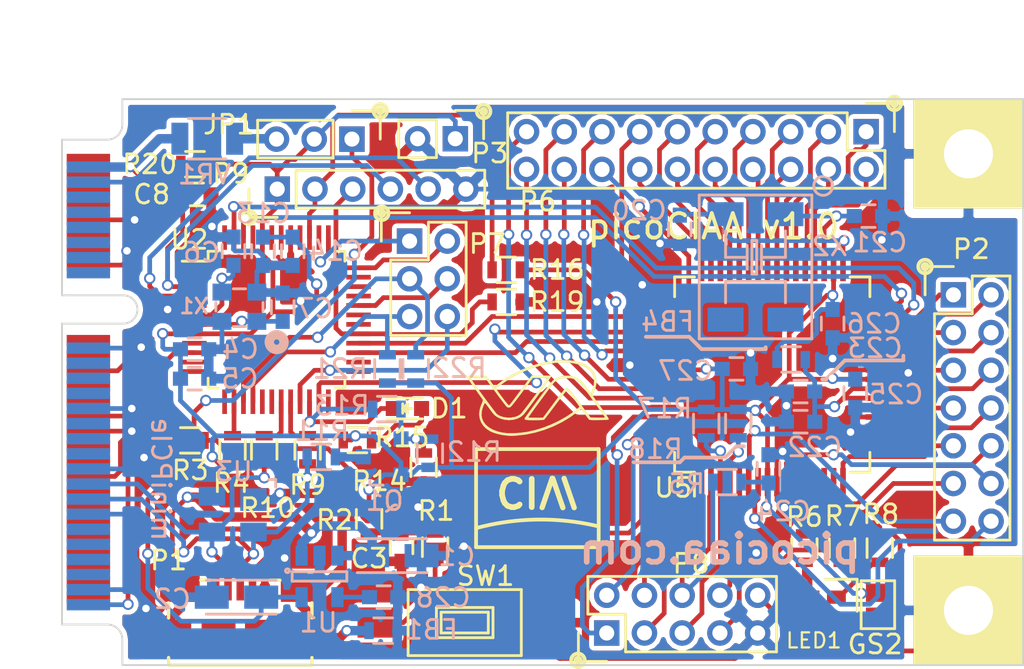
<source format=kicad_pcb>
(kicad_pcb (version 4) (host pcbnew 4.0.5)
  (layers (0 F.Cu signal) (31 B.Cu signal) (34 B.Paste user hide) (35 F.Paste user hide) (36 B.SilkS user) (37 F.SilkS user) (38 B.Mask user) (39 F.Mask user) (44 Edge.Cuts user))
  (net 0 "")
  (net 1 GND)
  (net 2 "/Target CPU/P0_24")
  (net 3 +3V3)
  (net 4 "Net-(C6-Pad1)")
  (net 5 "Net-(C7-Pad1)")
  (net 6 "Net-(C20-Pad1)")
  (net 7 "Net-(C21-Pad1)")
  (net 8 "Net-(C22-Pad1)")
  (net 9 /CHASSIS)
  (net 10 "Net-(GS2-Pad1)")
  (net 11 "Net-(J1-Pad2)")
  (net 12 /PCIe_3.3V)
  (net 13 "Net-(LED1-Pad3)")
  (net 14 "Net-(LED1-Pad2)")
  (net 15 "Net-(LED1-Pad1)")
  (net 16 "/Target CPU/P0_2")
  (net 17 "/Target CPU/P1_0")
  (net 18 "/Target CPU/P0_3")
  (net 19 "/Target CPU/P1_1")
  (net 20 "/Target CPU/P0_4")
  (net 21 "/Target CPU/P1_2")
  (net 22 "/Target CPU/P0_5")
  (net 23 "/Target CPU/P1_3")
  (net 24 "/Target CPU/P0_6")
  (net 25 "/Target CPU/P1_4")
  (net 26 "/Target CPU/P0_7")
  (net 27 "/Target CPU/P1_5")
  (net 28 "/Target CPU/P0_8")
  (net 29 "/Target CPU/P1_6")
  (net 30 "/Target CPU/P0_9")
  (net 31 "/Target CPU/P1_7")
  (net 32 "/Target CPU/P0_10")
  (net 33 "/Target CPU/P1_8")
  (net 34 "/Target CPU/P0_11")
  (net 35 "/Target CPU/P1_9")
  (net 36 "/Target CPU/P0_12")
  (net 37 "/Target CPU/P1_10")
  (net 38 "/Target CPU/P0_13")
  (net 39 "/Target CPU/P1_11")
  (net 40 "/Target CPU/P1_12")
  (net 41 "/Target CPU/P1_13")
  (net 42 "/Target CPU/P0_21")
  (net 43 "/Target CPU/P1_14")
  (net 44 "/Target CPU/P0_22")
  (net 45 "/Target CPU/P1_15")
  (net 46 "/Target CPU/P0_23")
  (net 47 "/Target CPU/P1_16")
  (net 48 "/Target CPU/P0_26")
  (net 49 "/Target CPU/P1_17")
  (net 50 "/Target CPU/P0_27")
  (net 51 "/Target CPU/P0_25")
  (net 52 "Net-(R1-Pad1)")
  (net 53 "/Target CPU/P0_31")
  (net 54 "/Target CPU/P0_29")
  (net 55 "/Target CPU/P0_30")
  (net 56 "/Target CPU/RXD")
  (net 57 "Net-(C28-Pad1)")
  (net 58 "Net-(D1-Pad2)")
  (net 59 /Debugger/~USB_CONNECT~)
  (net 60 /Debugger/USB_N)
  (net 61 /Debugger/USB_P)
  (net 62 "/Target CPU/P0_18")
  (net 63 "/Target CPU/P0_19")
  (net 64 "/Target CPU/P0_14")
  (net 65 "/Target CPU/P0_20")
  (net 66 /Debugger/PIO0_4)
  (net 67 /Debugger/PIO0_5)
  (net 68 /Debugger/PIO0_11)
  (net 69 /Debugger/PIO1_13)
  (net 70 /Debugger/PIO1_14)
  (net 71 /Debugger/PIO1_24)
  (net 72 "Net-(Q1-Pad1)")
  (net 73 "Net-(Q1-Pad3)")
  (net 74 "Net-(R3-Pad1)")
  (net 75 "Net-(R4-Pad1)")
  (net 76 "Net-(R9-Pad2)")
  (net 77 "Net-(R10-Pad2)")
  (net 78 "/Target CPU/SWCLK")
  (net 79 "/Target CPU/SWDIO")
  (net 80 "/Target CPU/P0_28")
  (net 81 /Reg_3.3V)
  (net 82 /Debugger/TGT_~RESET~)
  (net 83 /Debugger/DBG_SWDIO)
  (net 84 /Debugger/DBG_SWCLK)
  (net 85 /Debugger/DBG_~RST~)
  (net 86 /Debugger/DBG_~ISP~)
  (net 87 "/Target CPU/SWO/TDO")
  (net 88 /Debugger/TGT_TXD)
  (net 89 /VBUS)
  (net 90 "Net-(J1-Pad1)")
  (net 91 "Net-(J1-Pad3)")
  (net 92 "Net-(J1-Pad5)")
  (net 93 "Net-(J1-Pad7)")
  (net 94 "Net-(J1-Pad11)")
  (net 95 "Net-(J1-Pad13)")
  (net 96 "Net-(J1-Pad17)")
  (net 97 "Net-(J1-Pad6)")
  (net 98 "Net-(J1-Pad8)")
  (net 99 "Net-(J1-Pad10)")
  (net 100 "Net-(J1-Pad12)")
  (net 101 "Net-(J1-Pad14)")
  (net 102 "Net-(J1-Pad16)")
  (net 103 "Net-(J1-Pad19)")
  (net 104 "Net-(J1-Pad23)")
  (net 105 "Net-(J1-Pad25)")
  (net 106 "Net-(J1-Pad31)")
  (net 107 "Net-(J1-Pad33)")
  (net 108 "Net-(J1-Pad37)")
  (net 109 "Net-(J1-Pad39)")
  (net 110 "Net-(J1-Pad41)")
  (net 111 "Net-(J1-Pad43)")
  (net 112 "Net-(J1-Pad45)")
  (net 113 "Net-(J1-Pad47)")
  (net 114 "Net-(J1-Pad49)")
  (net 115 "Net-(J1-Pad51)")
  (net 116 "Net-(J1-Pad20)")
  (net 117 "Net-(J1-Pad22)")
  (net 118 "Net-(J1-Pad24)")
  (net 119 "Net-(J1-Pad28)")
  (net 120 "Net-(J1-Pad30)")
  (net 121 "Net-(J1-Pad32)")
  (net 122 "Net-(J1-Pad42)")
  (net 123 "Net-(J1-Pad44)")
  (net 124 "Net-(J1-Pad46)")
  (net 125 "Net-(J1-Pad48)")
  (net 126 "Net-(U2-Pad1)")
  (net 127 "Net-(U2-Pad2)")
  (net 128 "Net-(U2-Pad9)")
  (net 129 "Net-(U2-Pad11)")
  (net 130 "Net-(U2-Pad12)")
  (net 131 "Net-(U2-Pad13)")
  (net 132 "Net-(U2-Pad17)")
  (net 133 "Net-(U2-Pad18)")
  (net 134 "Net-(U2-Pad24)")
  (net 135 "Net-(U2-Pad25)")
  (net 136 "Net-(U2-Pad26)")
  (net 137 "Net-(U2-Pad30)")
  (net 138 "Net-(U2-Pad31)")
  (net 139 "Net-(U2-Pad33)")
  (net 140 "Net-(U2-Pad34)")
  (net 141 "Net-(U2-Pad35)")
  (net 142 "Net-(U2-Pad38)")
  (net 143 "Net-(U2-Pad40)")
  (net 144 "Net-(U2-Pad42)")
  (net 145 "Net-(U2-Pad43)")
  (net 146 /Debugger/TGT_TDI)
  (net 147 "Net-(U2-Pad48)")
  (module Resistors_SMD:R_0603 (layer B.Cu) (at 84.9 117.2 90)
    (fp_text reference R18 (at -1.35 -4.4 360) (layer B.SilkS) (effects (justify mirror)))
    (fp_text value 2.2k)
    (pad 1 smd rect (at -0.75 0 90) (size 0.5 0.9) (layers B.Cu B.Paste B.Mask) (net 48 "/Target CPU/P0_26"))
    (pad 2 smd rect (at 0.75 0 90) (size 0.5 0.9) (layers B.Cu B.Paste B.Mask) (net 3 +3V3))
  )
  (module Resistors_SMD:R_0603 (layer B.Cu) (at 83.2 117.2 90)
    (fp_text reference R17 (at 0.8 -2.2 360) (layer B.SilkS) (effects (justify mirror)))
    (fp_text value 2.2k)
    (pad 1 smd rect (at -0.75 0 90) (size 0.5 0.9) (layers B.Cu B.Paste B.Mask) (net 51 "/Target CPU/P0_25"))
    (pad 2 smd rect (at 0.75 0 90) (size 0.5 0.9) (layers B.Cu B.Paste B.Mask) (net 3 +3V3))
  )
  (module Resistors_SMD:R_0603 (layer B.Cu) (at 68.55 118.77 90)
    (fp_text reference R12 (at 0.07 2.35 180) (layer B.SilkS) (effects (justify mirror)))
    (fp_text value 24k)
    (pad 1 smd rect (at -0.75 0 90) (size 0.5 0.9) (layers B.Cu B.Paste B.Mask) (net 3 +3V3))
    (pad 2 smd rect (at 0.75 0 90) (size 0.5 0.9) (layers B.Cu B.Paste B.Mask) (net 72 "Net-(Q1-Pad1)"))
  )
  (module crystals:4SOJ (layer B.Cu) (at 87.4 106.1 270)
    (fp_text reference X2 (at 1.7 -2.35 360) (layer B.SilkS) (effects (justify mirror)))
    (fp_text value 32.768kHz hide)
    (pad 1 smd rect (at 0 0 270) (size 1.27 1.905) (layers B.Cu B.Paste B.Mask) (net 7 "Net-(C21-Pad1)"))
    (pad 4 smd rect (at 5.588 0 270) (size 1.27 1.905) (layers B.Cu B.Paste B.Mask))
    (pad 3 smd rect (at 5.588 3.175 270) (size 1.27 1.905) (layers B.Cu B.Paste B.Mask))
    (pad 2 smd rect (at 0 3.175 270) (size 1.27 1.905) (layers B.Cu B.Paste B.Mask) (net 6 "Net-(C20-Pad1)"))
  )
  (module Capacitors_Tantalum_SMD:TantalC_SizeA_EIA-3216_Reflow (layer B.Cu) (at 58.3 126.4 180)
    (fp_text reference C2 (at 3.4 -0.1 180) (layer B.SilkS) (effects (justify mirror)))
    (fp_text value 10uF)
    (pad 2 smd rect (at 1.31 0 180) (size 1.8 1.23) (layers B.Cu B.Paste B.Mask) (net 1 GND))
    (pad 1 smd rect (at -1.31 0 180) (size 1.8 1.23) (layers B.Cu B.Paste B.Mask) (net 81 /Reg_3.3V))
  )
  (module Capacitors_SMD:C_0603 (layer F.Cu) (at 67.05 123.75 270)
    (fp_text reference C3 (at 0.6 1.725 360) (layer F.SilkS))
    (fp_text value 100nF)
    (pad 1 smd rect (at -0.75 0 270) (size 0.8 0.75) (layers F.Cu F.Paste F.Mask) (net 82 /Debugger/TGT_~RESET~))
    (pad 2 smd rect (at 0.75 0 270) (size 0.8 0.75) (layers F.Cu F.Paste F.Mask) (net 1 GND))
  )
  (module Capacitors_SMD:C_0603 (layer B.Cu) (at 56.08 114.82)
    (fp_text reference C5 (at 2.4 0) (layer B.SilkS) (effects (justify mirror)))
    (fp_text value 10nF)
    (pad 1 smd rect (at -0.75 0) (size 0.8 0.75) (layers B.Cu B.Paste B.Mask) (net 3 +3V3))
    (pad 2 smd rect (at 0.75 0) (size 0.8 0.75) (layers B.Cu B.Paste B.Mask) (net 1 GND))
  )
  (module Capacitors_SMD:C_0603 (layer B.Cu) (at 58.14 108.06 90)
    (fp_text reference C6 (at -0.065 -1.69 180) (layer B.SilkS) (effects (justify mirror)))
    (fp_text value 18pF)
    (pad 1 smd rect (at -0.75 0 90) (size 0.8 0.75) (layers B.Cu B.Paste B.Mask) (net 4 "Net-(C6-Pad1)"))
    (pad 2 smd rect (at 0.75 0 90) (size 0.8 0.75) (layers B.Cu B.Paste B.Mask) (net 1 GND))
  )
  (module Capacitors_SMD:C_0603 (layer B.Cu) (at 60.75 111.03 90)
    (fp_text reference C7 (at -0.07 1.7 180) (layer B.SilkS) (effects (justify mirror)))
    (fp_text value 18pF)
    (pad 1 smd rect (at -0.75 0 90) (size 0.8 0.75) (layers B.Cu B.Paste B.Mask) (net 5 "Net-(C7-Pad1)"))
    (pad 2 smd rect (at 0.75 0 90) (size 0.8 0.75) (layers B.Cu B.Paste B.Mask) (net 1 GND))
  )
  (module Capacitors_SMD:C_0603 (layer B.Cu) (at 59.705 108.065 270)
    (fp_text reference C13 (at -2.015 -0.02 360) (layer B.SilkS) (effects (justify mirror)))
    (fp_text value 100nF)
    (pad 1 smd rect (at -0.75 0 270) (size 0.8 0.75) (layers B.Cu B.Paste B.Mask) (net 3 +3V3))
    (pad 2 smd rect (at 0.75 0 270) (size 0.8 0.75) (layers B.Cu B.Paste B.Mask) (net 1 GND))
  )
  (module Capacitors_SMD:C_0603 (layer B.Cu) (at 61.28 108.065 270)
    (fp_text reference C14 (at -0.015 -2.27 360) (layer B.SilkS) (effects (justify mirror)))
    (fp_text value 10nF)
    (pad 1 smd rect (at -0.75 0 270) (size 0.8 0.75) (layers B.Cu B.Paste B.Mask) (net 3 +3V3))
    (pad 2 smd rect (at 0.75 0 270) (size 0.8 0.75) (layers B.Cu B.Paste B.Mask) (net 1 GND))
  )
  (module Capacitors_SMD:C_0603 (layer B.Cu) (at 81.8 106.9 270)
    (fp_text reference C20 (at -1 2.15 360) (layer B.SilkS) (effects (justify mirror)))
    (fp_text value 20pF)
    (pad 1 smd rect (at -0.75 0 270) (size 0.8 0.75) (layers B.Cu B.Paste B.Mask) (net 6 "Net-(C20-Pad1)"))
    (pad 2 smd rect (at 0.75 0 270) (size 0.8 0.75) (layers B.Cu B.Paste B.Mask) (net 1 GND))
  )
  (module Capacitors_SMD:C_0603 (layer B.Cu) (at 91.8 106.2)
    (fp_text reference C21 (at 0.6 1.4) (layer B.SilkS) (effects (justify mirror)))
    (fp_text value 20pF)
    (pad 1 smd rect (at -0.75 0) (size 0.8 0.75) (layers B.Cu B.Paste B.Mask) (net 7 "Net-(C21-Pad1)"))
    (pad 2 smd rect (at 0.75 0) (size 0.8 0.75) (layers B.Cu B.Paste B.Mask) (net 1 GND))
  )
  (module Capacitors_SMD:C_0603 (layer B.Cu) (at 88.2 117.1 180)
    (fp_text reference C22 (at -0.75 -1.35 180) (layer B.SilkS) (effects (justify mirror)))
    (fp_text value 10nF)
    (pad 1 smd rect (at -0.75 0 180) (size 0.8 0.75) (layers B.Cu B.Paste B.Mask) (net 8 "Net-(C22-Pad1)"))
    (pad 2 smd rect (at 0.75 0 180) (size 0.8 0.75) (layers B.Cu B.Paste B.Mask) (net 1 GND))
  )
  (module Capacitors_SMD:C_0603 (layer B.Cu) (at 88.2 115.5 180)
    (fp_text reference C23 (at -3.95 2.3 360) (layer B.SilkS) (effects (justify mirror)))
    (fp_text value 100nF)
    (pad 1 smd rect (at -0.75 0 180) (size 0.8 0.75) (layers B.Cu B.Paste B.Mask) (net 8 "Net-(C22-Pad1)"))
    (pad 2 smd rect (at 0.75 0 180) (size 0.8 0.75) (layers B.Cu B.Paste B.Mask) (net 1 GND))
  )
  (module Capacitors_SMD:C_0603 (layer B.Cu) (at 86.5 119.6 90)
    (fp_text reference C24 (at -2.25 0.8 180) (layer B.SilkS) (effects (justify mirror)))
    (fp_text value 100nF)
    (pad 1 smd rect (at -0.75 0 90) (size 0.8 0.75) (layers B.Cu B.Paste B.Mask) (net 3 +3V3))
    (pad 2 smd rect (at 0.75 0 90) (size 0.8 0.75) (layers B.Cu B.Paste B.Mask) (net 1 GND))
  )
  (module Capacitors_SMD:C_0603 (layer B.Cu) (at 91.1 115.6 270)
    (fp_text reference C25 (at 0.05 -2.15 360) (layer B.SilkS) (effects (justify mirror)))
    (fp_text value 100nF)
    (pad 1 smd rect (at -0.75 0 270) (size 0.8 0.75) (layers B.Cu B.Paste B.Mask) (net 3 +3V3))
    (pad 2 smd rect (at 0.75 0 270) (size 0.8 0.75) (layers B.Cu B.Paste B.Mask) (net 1 GND))
  )
  (module Capacitors_SMD:C_0603 (layer B.Cu) (at 89.9 111.9 270)
    (fp_text reference C26 (at 0 -2.2 360) (layer B.SilkS) (effects (justify mirror)))
    (fp_text value 100nF)
    (pad 1 smd rect (at -0.75 0 270) (size 0.8 0.75) (layers B.Cu B.Paste B.Mask) (net 3 +3V3))
    (pad 2 smd rect (at 0.75 0 270) (size 0.8 0.75) (layers B.Cu B.Paste B.Mask) (net 1 GND))
  )
  (module Capacitors_SMD:C_0603 (layer B.Cu) (at 84.8 114.3)
    (fp_text reference C27 (at -2.7 0.1) (layer B.SilkS) (effects (justify mirror)))
    (fp_text value 100nF)
    (pad 1 smd rect (at -0.75 0) (size 0.8 0.75) (layers B.Cu B.Paste B.Mask) (net 3 +3V3))
    (pad 2 smd rect (at 0.75 0) (size 0.8 0.75) (layers B.Cu B.Paste B.Mask) (net 1 GND))
  )
  (module Resistors_SMD:R_0603 (layer B.Cu) (at 66.075 128.175)
    (fp_text reference FB1 (at 2.552 -0.049 180) (layer B.SilkS) (effects (justify mirror)))
    (fp_text value FILTER)
    (pad 1 smd rect (at -0.75 0) (size 0.5 0.9) (layers B.Cu B.Paste B.Mask) (net 9 /CHASSIS))
    (pad 2 smd rect (at 0.75 0) (size 0.5 0.9) (layers B.Cu B.Paste B.Mask) (net 1 GND))
  )
  (module Resistors_SMD:R_0603 (layer B.Cu) (at 87.7 113.8 180)
    (fp_text reference FB4 (at 6.55 2 180) (layer B.SilkS) (effects (justify mirror)))
    (fp_text value FILTER)
    (pad 1 smd rect (at -0.75 0 180) (size 0.5 0.9) (layers B.Cu B.Paste B.Mask) (net 8 "Net-(C22-Pad1)"))
    (pad 2 smd rect (at 0.75 0 180) (size 0.5 0.9) (layers B.Cu B.Paste B.Mask) (net 3 +3V3))
  )
  (module Connect:GS2 (layer F.Cu) (at 92.3 126.8 180)
    (fp_text reference GS2 (at 0.15 -2.1 360) (layer F.SilkS))
    (fp_text value GS2)
    (pad 1 smd rect (at 0 -0.635 180) (size 1.27 0.9652) (layers F.Cu F.Paste F.Mask) (net 10 "Net-(GS2-Pad1)"))
    (pad 2 smd rect (at 0 0.635 180) (size 1.27 0.9652) (layers F.Cu F.Paste F.Mask) (net 3 +3V3))
  )
  (module pciestuff:miniPCIeConn (layer F.Cu) (at 50.45 111.15)
    (fp_text reference J1 hide)
    (fp_text value PCIE-MINI hide)
    (pad 1 smd rect (at 0 -7.95) (size 2.3 0.6) (layers F.Cu F.Paste F.Mask) (net 90 "Net-(J1-Pad1)") (clearance 0.1))
    (pad 3 smd rect (at 0 -7.15) (size 2.3 0.6) (layers F.Cu F.Paste F.Mask) (net 91 "Net-(J1-Pad3)") (clearance 0.1))
    (pad 5 smd rect (at 0 -6.35) (size 2.3 0.6) (layers F.Cu F.Paste F.Mask) (net 92 "Net-(J1-Pad5)") (clearance 0.1))
    (pad 7 smd rect (at 0 -5.55) (size 2.3 0.6) (layers F.Cu F.Paste F.Mask) (net 93 "Net-(J1-Pad7)") (clearance 0.1))
    (pad 9 smd rect (at 0 -4.75) (size 2.3 0.6) (layers F.Cu F.Paste F.Mask) (net 1 GND) (clearance 0.1))
    (pad 11 smd rect (at 0 -3.95) (size 2.3 0.6) (layers F.Cu F.Paste F.Mask) (net 94 "Net-(J1-Pad11)") (clearance 0.1))
    (pad 13 smd rect (at 0 -3.15) (size 2.3 0.6) (layers F.Cu F.Paste F.Mask) (net 95 "Net-(J1-Pad13)") (clearance 0.1))
    (pad 15 smd rect (at 0 -2.35) (size 2.3 0.6) (layers F.Cu F.Paste F.Mask) (net 1 GND) (clearance 0.1))
    (pad 2 smd rect (at 0 -7.55) (size 2.3 0.6) (layers B.Cu B.Paste B.Mask) (net 11 "Net-(J1-Pad2)") (clearance 0.1))
    (pad 17 smd rect (at 0 1.65) (size 2.3 0.6) (layers F.Cu F.Paste F.Mask) (net 96 "Net-(J1-Pad17)") (clearance 0.1))
    (pad 4 smd rect (at 0 -6.75) (size 2.3 0.6) (layers B.Cu B.Paste B.Mask) (net 1 GND) (clearance 0.1))
    (pad 6 smd rect (at 0 -5.95) (size 2.3 0.6) (layers B.Cu B.Paste B.Mask) (net 97 "Net-(J1-Pad6)") (clearance 0.1))
    (pad 8 smd rect (at 0 -5.15) (size 2.3 0.6) (layers B.Cu B.Paste B.Mask) (net 98 "Net-(J1-Pad8)") (clearance 0.1))
    (pad 10 smd rect (at 0 -4.35) (size 2.3 0.6) (layers B.Cu B.Paste B.Mask) (net 99 "Net-(J1-Pad10)") (clearance 0.1))
    (pad 12 smd rect (at 0 -3.55) (size 2.3 0.6) (layers B.Cu B.Paste B.Mask) (net 100 "Net-(J1-Pad12)") (clearance 0.1))
    (pad 14 smd rect (at 0 -2.75) (size 2.3 0.6) (layers B.Cu B.Paste B.Mask) (net 101 "Net-(J1-Pad14)") (clearance 0.1))
    (pad 16 smd rect (at 0 -1.95) (size 2.3 0.6) (layers B.Cu B.Paste B.Mask) (net 102 "Net-(J1-Pad16)") (clearance 0.1))
    (pad 19 smd rect (at 0 2.45) (size 2.3 0.6) (layers F.Cu F.Paste F.Mask) (net 103 "Net-(J1-Pad19)") (clearance 0.1))
    (pad 21 smd rect (at 0 3.25) (size 2.3 0.6) (layers F.Cu F.Paste F.Mask) (net 1 GND) (clearance 0.1))
    (pad 23 smd rect (at 0 4.05) (size 2.3 0.6) (layers F.Cu F.Paste F.Mask) (net 104 "Net-(J1-Pad23)") (clearance 0.1))
    (pad 25 smd rect (at 0 4.85) (size 2.3 0.6) (layers F.Cu F.Paste F.Mask) (net 105 "Net-(J1-Pad25)") (clearance 0.1))
    (pad 27 smd rect (at 0 5.65) (size 2.3 0.6) (layers F.Cu F.Paste F.Mask) (net 1 GND) (clearance 0.1))
    (pad 29 smd rect (at 0 6.45) (size 2.3 0.6) (layers F.Cu F.Paste F.Mask) (net 1 GND) (clearance 0.1))
    (pad 31 smd rect (at 0 7.25) (size 2.3 0.6) (layers F.Cu F.Paste F.Mask) (net 106 "Net-(J1-Pad31)") (clearance 0.1))
    (pad 33 smd rect (at 0 8.05) (size 2.3 0.6) (layers F.Cu F.Paste F.Mask) (net 107 "Net-(J1-Pad33)") (clearance 0.1))
    (pad 35 smd rect (at 0 8.85) (size 2.3 0.6) (layers F.Cu F.Paste F.Mask) (net 1 GND) (clearance 0.1))
    (pad 37 smd rect (at 0 9.65) (size 2.3 0.6) (layers F.Cu F.Paste F.Mask) (net 108 "Net-(J1-Pad37)") (clearance 0.1))
    (pad 39 smd rect (at 0 10.45) (size 2.3 0.6) (layers F.Cu F.Paste F.Mask) (net 109 "Net-(J1-Pad39)") (clearance 0.1))
    (pad 41 smd rect (at 0 11.25) (size 2.3 0.6) (layers F.Cu F.Paste F.Mask) (net 110 "Net-(J1-Pad41)") (clearance 0.1))
    (pad 43 smd rect (at 0 12.05) (size 2.3 0.6) (layers F.Cu F.Paste F.Mask) (net 111 "Net-(J1-Pad43)") (clearance 0.1))
    (pad 45 smd rect (at 0 12.85) (size 2.3 0.6) (layers F.Cu F.Paste F.Mask) (net 112 "Net-(J1-Pad45)") (clearance 0.1))
    (pad 47 smd rect (at 0 13.65) (size 2.3 0.6) (layers F.Cu F.Paste F.Mask) (net 113 "Net-(J1-Pad47)") (clearance 0.1))
    (pad 49 smd rect (at 0 14.45) (size 2.3 0.6) (layers F.Cu F.Paste F.Mask) (net 114 "Net-(J1-Pad49)") (clearance 0.1))
    (pad 51 smd rect (at 0 15.25) (size 2.3 0.6) (layers F.Cu F.Paste F.Mask) (net 115 "Net-(J1-Pad51)") (clearance 0.1))
    (pad 18 smd rect (at 0 2.05) (size 2.3 0.6) (layers B.Cu B.Paste B.Mask) (net 1 GND) (clearance 0.1))
    (pad 20 smd rect (at 0 2.85) (size 2.3 0.6) (layers B.Cu B.Paste B.Mask) (net 116 "Net-(J1-Pad20)") (clearance 0.1))
    (pad 22 smd rect (at 0 3.65) (size 2.3 0.6) (layers B.Cu B.Paste B.Mask) (net 117 "Net-(J1-Pad22)") (clearance 0.1))
    (pad 24 smd rect (at 0 4.45) (size 2.3 0.6) (layers B.Cu B.Paste B.Mask) (net 118 "Net-(J1-Pad24)") (clearance 0.1))
    (pad 26 smd rect (at 0 5.25) (size 2.3 0.6) (layers B.Cu B.Paste B.Mask) (net 1 GND) (clearance 0.1))
    (pad 28 smd rect (at 0 6.05) (size 2.3 0.6) (layers B.Cu B.Paste B.Mask) (net 119 "Net-(J1-Pad28)") (clearance 0.1))
    (pad 30 smd rect (at 0 6.85) (size 2.3 0.6) (layers B.Cu B.Paste B.Mask) (net 120 "Net-(J1-Pad30)") (clearance 0.1))
    (pad 32 smd rect (at 0 7.65) (size 2.3 0.6) (layers B.Cu B.Paste B.Mask) (net 121 "Net-(J1-Pad32)") (clearance 0.1))
    (pad 34 smd rect (at 0 8.45) (size 2.3 0.6) (layers B.Cu B.Paste B.Mask) (net 1 GND) (clearance 0.1))
    (pad 36 smd rect (at 0 9.25) (size 2.3 0.6) (layers B.Cu B.Paste B.Mask) (net 60 /Debugger/USB_N) (clearance 0.1))
    (pad 38 smd rect (at 0 10.05) (size 2.3 0.6) (layers B.Cu B.Paste B.Mask) (net 61 /Debugger/USB_P) (clearance 0.1))
    (pad 40 smd rect (at 0 10.85) (size 2.3 0.6) (layers B.Cu B.Paste B.Mask) (net 1 GND) (clearance 0.1))
    (pad 42 smd rect (at 0 11.65) (size 2.3 0.6) (layers B.Cu B.Paste B.Mask) (net 122 "Net-(J1-Pad42)") (clearance 0.1))
    (pad 44 smd rect (at 0 12.45) (size 2.3 0.6) (layers B.Cu B.Paste B.Mask) (net 123 "Net-(J1-Pad44)") (clearance 0.1))
    (pad 46 smd rect (at 0 13.25) (size 2.3 0.6) (layers B.Cu B.Paste B.Mask) (net 124 "Net-(J1-Pad46)") (clearance 0.1))
    (pad 48 smd rect (at 0 14.05) (size 2.3 0.6) (layers B.Cu B.Paste B.Mask) (net 125 "Net-(J1-Pad48)") (clearance 0.1))
    (pad 50 smd rect (at 0 14.85) (size 2.3 0.6) (layers B.Cu B.Paste B.Mask) (net 1 GND) (clearance 0.1))
    (pad 52 smd rect (at 0 15.65) (size 2.3 0.6) (layers B.Cu B.Paste B.Mask) (net 11 "Net-(J1-Pad2)") (clearance 0.1))
  )
  (module plcc4:PLCC-4 (layer F.Cu) (at 89.4 127)
    (fp_text reference LED1 (at -0.5 1.7) (layer F.SilkS) (effects (font (size 0.8 0.8) (thickness 0.12))))
    (fp_text value LTST-C19FD1WT hide)
    (pad 3 smd rect (at -0.7 0.6) (size 1 0.7) (layers F.Cu F.Paste F.Mask) (net 13 "Net-(LED1-Pad3)"))
    (pad 2 smd rect (at -0.7 -0.6) (size 1 0.7) (layers F.Cu F.Paste F.Mask) (net 14 "Net-(LED1-Pad2)"))
    (pad 1 smd rect (at 0.7 -0.6) (size 1 0.7) (layers F.Cu F.Paste F.Mask) (net 15 "Net-(LED1-Pad1)"))
    (pad 4 smd rect (at 0.7 0.6) (size 1 0.7) (layers F.Cu F.Paste F.Mask) (net 10 "Net-(GS2-Pad1)"))
  )
  (module MicroUSB-ZX62AB:USB_microAB_ZX62-AB&B-5PA-11 (layer F.Cu) (at 58.5 125.9)
    (fp_text reference P1 (at -3.8 -1.45) (layer F.SilkS) (effects (font (thickness 0.1524))))
    (fp_text value ZX62D-B-5P8 hide)
    (pad 3 smd rect (at 0 0) (size 0.39878 1.34874) (layers F.Cu F.Paste F.Mask) (net 61 /Debugger/USB_P))
    (pad 2 smd rect (at -0.65024 0) (size 0.39878 1.34874) (layers F.Cu F.Paste F.Mask) (net 60 /Debugger/USB_N))
    (pad 4 smd rect (at 0.65024 0) (size 0.39878 1.34874) (layers F.Cu F.Paste F.Mask) (net 1 GND))
    (pad 1 smd rect (at -1.30048 0) (size 0.39878 1.34874) (layers F.Cu F.Paste F.Mask) (net 89 /VBUS))
    (pad 5 smd rect (at 1.30048 0) (size 0.39878 1.34874) (layers F.Cu F.Paste F.Mask) (net 1 GND))
    (pad 6 smd rect (at -3.2004 0) (size 2.10058 1.50114) (layers F.Cu F.Paste F.Mask) (net 9 /CHASSIS))
    (pad 6 smd rect (at 3.2004 0) (size 2.10058 1.50114) (layers F.Cu F.Paste F.Mask) (net 9 /CHASSIS))
    (pad 7 smd rect (at -3.79984 2.64922) (size 2.4003 1.89992) (layers F.Cu F.Paste F.Mask) (net 9 /CHASSIS))
    (pad 7 smd rect (at 3.79984 2.64922) (size 2.4003 1.89992) (layers F.Cu F.Paste F.Mask) (net 9 /CHASSIS))
    (pad 8 smd rect (at -1.15062 2.64922) (size 1.80086 1.89992) (layers F.Cu F.Paste F.Mask) (net 9 /CHASSIS))
    (pad 9 smd rect (at 1.15062 2.64922) (size 1.80086 1.89992) (layers F.Cu F.Paste F.Mask) (net 9 /CHASSIS))
  )
  (module Resistors_SMD:R_0603 (layer F.Cu) (at 68.83 123.75 90)
    (fp_text reference R1 (at 1.925 0.045 180) (layer F.SilkS))
    (fp_text value 100)
    (pad 1 smd rect (at -0.75 0 90) (size 0.5 0.9) (layers F.Cu F.Paste F.Mask) (net 52 "Net-(R1-Pad1)"))
    (pad 2 smd rect (at 0.75 0 90) (size 0.5 0.9) (layers F.Cu F.Paste F.Mask) (net 82 /Debugger/TGT_~RESET~))
  )
  (module Resistors_SMD:R_0603 (layer F.Cu) (at 65.33 122.25 270)
    (fp_text reference R2 (at 0.05 1.83 360) (layer F.SilkS))
    (fp_text value 100k)
    (pad 1 smd rect (at -0.75 0 270) (size 0.5 0.9) (layers F.Cu F.Paste F.Mask) (net 3 +3V3))
    (pad 2 smd rect (at 0.75 0 270) (size 0.5 0.9) (layers F.Cu F.Paste F.Mask) (net 82 /Debugger/TGT_~RESET~))
  )
  (module Resistors_SMD:R_0603 (layer B.Cu) (at 84.3 120.3 180)
    (fp_text reference R5 (at 2.15 -0.1 360) (layer B.SilkS) (effects (justify mirror)))
    (fp_text value 100k)
    (pad 1 smd rect (at -0.75 0 180) (size 0.5 0.9) (layers B.Cu B.Paste B.Mask) (net 3 +3V3))
    (pad 2 smd rect (at 0.75 0 180) (size 0.5 0.9) (layers B.Cu B.Paste B.Mask) (net 2 "/Target CPU/P0_24"))
  )
  (module Resistors_SMD:R_0603 (layer F.Cu) (at 88.4 123.8 90)
    (fp_text reference R6 (at 1.65 0 180) (layer F.SilkS))
    (fp_text value 270)
    (pad 1 smd rect (at -0.75 0 90) (size 0.5 0.9) (layers F.Cu F.Paste F.Mask) (net 14 "Net-(LED1-Pad2)"))
    (pad 2 smd rect (at 0.75 0 90) (size 0.5 0.9) (layers F.Cu F.Paste F.Mask) (net 54 "/Target CPU/P0_29"))
  )
  (module Resistors_SMD:R_0603 (layer F.Cu) (at 90.4 123.8 90)
    (fp_text reference R7 (at 1.7 0.05 180) (layer F.SilkS))
    (fp_text value 270)
    (pad 1 smd rect (at -0.75 0 90) (size 0.5 0.9) (layers F.Cu F.Paste F.Mask) (net 13 "Net-(LED1-Pad3)"))
    (pad 2 smd rect (at 0.75 0 90) (size 0.5 0.9) (layers F.Cu F.Paste F.Mask) (net 55 "/Target CPU/P0_30"))
  )
  (module Resistors_SMD:R_0603 (layer F.Cu) (at 92.4 123.8 90)
    (fp_text reference R8 (at 1.8 0.05 180) (layer F.SilkS))
    (fp_text value 1.5k)
    (pad 1 smd rect (at -0.75 0 90) (size 0.5 0.9) (layers F.Cu F.Paste F.Mask) (net 15 "Net-(LED1-Pad1)"))
    (pad 2 smd rect (at 0.75 0 90) (size 0.5 0.9) (layers F.Cu F.Paste F.Mask) (net 53 "/Target CPU/P0_31"))
  )
  (module Resistors_SMD:R_0603 (layer F.Cu) (at 62.07 118.59 90)
    (fp_text reference R9 (at -1.86 0.005 360) (layer F.SilkS))
    (fp_text value 33)
    (pad 1 smd rect (at -0.75 0 90) (size 0.5 0.9) (layers F.Cu F.Paste F.Mask) (net 61 /Debugger/USB_P))
    (pad 2 smd rect (at 0.75 0 90) (size 0.5 0.9) (layers F.Cu F.Paste F.Mask) (net 76 "Net-(R9-Pad2)"))
  )
  (module Resistors_SMD:R_0603 (layer F.Cu) (at 59.77 118.59 90)
    (fp_text reference R10 (at -3.085 0.18 180) (layer F.SilkS))
    (fp_text value 33)
    (pad 1 smd rect (at -0.75 0 90) (size 0.5 0.9) (layers F.Cu F.Paste F.Mask) (net 60 /Debugger/USB_N))
    (pad 2 smd rect (at 0.75 0 90) (size 0.5 0.9) (layers F.Cu F.Paste F.Mask) (net 77 "Net-(R10-Pad2)"))
  )
  (module Resistors_SMD:R_0603 (layer B.Cu) (at 62.795 118.965)
    (fp_text reference R11 (at 0.025 -1.375 180) (layer B.SilkS) (effects (justify mirror)))
    (fp_text value 1.5k)
    (pad 1 smd rect (at -0.75 0) (size 0.5 0.9) (layers B.Cu B.Paste B.Mask) (net 61 /Debugger/USB_P))
    (pad 2 smd rect (at 0.75 0) (size 0.5 0.9) (layers B.Cu B.Paste B.Mask) (net 73 "Net-(Q1-Pad3)"))
  )
  (module Resistors_SMD:R_0603 (layer B.Cu) (at 66.27 116.43 180)
    (fp_text reference R13 (at 2.37 0.18 180) (layer B.SilkS) (effects (justify mirror)))
    (fp_text value 2k)
    (pad 1 smd rect (at -0.75 0 180) (size 0.5 0.9) (layers B.Cu B.Paste B.Mask) (net 72 "Net-(Q1-Pad1)"))
    (pad 2 smd rect (at 0.75 0 180) (size 0.5 0.9) (layers B.Cu B.Paste B.Mask) (net 59 /Debugger/~USB_CONNECT~))
  )
  (module Resistors_SMD:R_0603 (layer F.Cu) (at 68.22 119.51 270)
    (fp_text reference R14 (at 0.74 2.345 360) (layer F.SilkS))
    (fp_text value UL)
    (pad 1 smd rect (at -0.75 0 270) (size 0.5 0.9) (layers F.Cu F.Paste F.Mask) (net 72 "Net-(Q1-Pad1)"))
    (pad 2 smd rect (at 0.75 0 270) (size 0.5 0.9) (layers F.Cu F.Paste F.Mask) (net 1 GND))
  )
  (module Resistors_SMD:R_0603 (layer F.Cu) (at 64.71 118.07)
    (fp_text reference R15 (at 2.365 -0.145) (layer F.SilkS))
    (fp_text value 2k)
    (pad 1 smd rect (at -0.75 0) (size 0.5 0.9) (layers F.Cu F.Paste F.Mask) (net 3 +3V3))
    (pad 2 smd rect (at 0.75 0) (size 0.5 0.9) (layers F.Cu F.Paste F.Mask) (net 58 "Net-(D1-Pad2)"))
  )
  (module TO_SOT_Packages_SMD:SOT-143 (layer B.Cu) (at 58.1 122 270)
    (fp_text reference U3 (at -2.25 -0.05 360) (layer B.SilkS) (effects (justify mirror)))
    (fp_text value PRTR5V0U2X)
    (pad 1 smd rect (at -0.76962 -1.09982 270) (size 1.19888 1.39954) (layers B.Cu B.Paste B.Mask) (net 9 /CHASSIS))
    (pad 2 smd rect (at 0.94996 -1.09982 270) (size 1.00076 1.39954) (layers B.Cu B.Paste B.Mask) (net 61 /Debugger/USB_P))
    (pad 3 smd rect (at 0.94996 1.09982 270) (size 1.00076 1.39954) (layers B.Cu B.Paste B.Mask) (net 60 /Debugger/USB_N))
    (pad 4 smd rect (at -0.94996 1.09982 270) (size 1.00076 1.39954) (layers B.Cu B.Paste B.Mask) (net 89 /VBUS))
  )
  (module Housings_QFP:TQFP-64_10x10mm_Pitch0.5mm (layer F.Cu) (at 86.7 114.6 90)
    (fp_text reference U5 (at -6 -5.25 180) (layer F.SilkS))
    (fp_text value LPC54102J512BD64)
    (pad 1 smd rect (at -5.7 -3.75 90) (size 1.5 0.3) (layers F.Cu F.Paste F.Mask) (net 46 "/Target CPU/P0_23"))
    (pad 2 smd rect (at -5.7 -3.25 90) (size 1.5 0.3) (layers F.Cu F.Paste F.Mask) (net 2 "/Target CPU/P0_24"))
    (pad 3 smd rect (at -5.7 -2.75 90) (size 1.5 0.3) (layers F.Cu F.Paste F.Mask) (net 51 "/Target CPU/P0_25"))
    (pad 4 smd rect (at -5.7 -2.25 90) (size 1.5 0.3) (layers F.Cu F.Paste F.Mask) (net 48 "/Target CPU/P0_26"))
    (pad 5 smd rect (at -5.7 -1.75 90) (size 1.5 0.3) (layers F.Cu F.Paste F.Mask) (net 50 "/Target CPU/P0_27"))
    (pad 6 smd rect (at -5.7 -1.25 90) (size 1.5 0.3) (layers F.Cu F.Paste F.Mask) (net 80 "/Target CPU/P0_28"))
    (pad 7 smd rect (at -5.7 -0.75 90) (size 1.5 0.3) (layers F.Cu F.Paste F.Mask) (net 47 "/Target CPU/P1_16"))
    (pad 8 smd rect (at -5.7 -0.25 90) (size 1.5 0.3) (layers F.Cu F.Paste F.Mask) (net 3 +3V3))
    (pad 9 smd rect (at -5.7 0.25 90) (size 1.5 0.3) (layers F.Cu F.Paste F.Mask) (net 1 GND))
    (pad 10 smd rect (at -5.7 0.75 90) (size 1.5 0.3) (layers F.Cu F.Paste F.Mask) (net 49 "/Target CPU/P1_17"))
    (pad 11 smd rect (at -5.7 1.25 90) (size 1.5 0.3) (layers F.Cu F.Paste F.Mask) (net 54 "/Target CPU/P0_29"))
    (pad 12 smd rect (at -5.7 1.75 90) (size 1.5 0.3) (layers F.Cu F.Paste F.Mask) (net 55 "/Target CPU/P0_30"))
    (pad 13 smd rect (at -5.7 2.25 90) (size 1.5 0.3) (layers F.Cu F.Paste F.Mask) (net 53 "/Target CPU/P0_31"))
    (pad 14 smd rect (at -5.7 2.75 90) (size 1.5 0.3) (layers F.Cu F.Paste F.Mask) (net 17 "/Target CPU/P1_0"))
    (pad 15 smd rect (at -5.7 3.25 90) (size 1.5 0.3) (layers F.Cu F.Paste F.Mask) (net 19 "/Target CPU/P1_1"))
    (pad 16 smd rect (at -5.7 3.75 90) (size 1.5 0.3) (layers F.Cu F.Paste F.Mask) (net 21 "/Target CPU/P1_2"))
    (pad 17 smd rect (at -3.75 5.7 180) (size 1.5 0.3) (layers F.Cu F.Paste F.Mask) (net 23 "/Target CPU/P1_3"))
    (pad 18 smd rect (at -3.25 5.7 180) (size 1.5 0.3) (layers F.Cu F.Paste F.Mask) (net 25 "/Target CPU/P1_4"))
    (pad 19 smd rect (at -2.75 5.7 180) (size 1.5 0.3) (layers F.Cu F.Paste F.Mask) (net 27 "/Target CPU/P1_5"))
    (pad 20 smd rect (at -2.25 5.7 180) (size 1.5 0.3) (layers F.Cu F.Paste F.Mask) (net 1 GND))
    (pad 21 smd rect (at -1.75 5.7 180) (size 1.5 0.3) (layers F.Cu F.Paste F.Mask) (net 1 GND))
    (pad 22 smd rect (at -1.25 5.7 180) (size 1.5 0.3) (layers F.Cu F.Paste F.Mask) (net 8 "Net-(C22-Pad1)"))
    (pad 23 smd rect (at -0.75 5.7 180) (size 1.5 0.3) (layers F.Cu F.Paste F.Mask) (net 8 "Net-(C22-Pad1)"))
    (pad 24 smd rect (at -0.25 5.7 180) (size 1.5 0.3) (layers F.Cu F.Paste F.Mask) (net 3 +3V3))
    (pad 25 smd rect (at 0.25 5.7 180) (size 1.5 0.3) (layers F.Cu F.Paste F.Mask) (net 1 GND))
    (pad 26 smd rect (at 0.75 5.7 180) (size 1.5 0.3) (layers F.Cu F.Paste F.Mask) (net 29 "/Target CPU/P1_6"))
    (pad 27 smd rect (at 1.25 5.7 180) (size 1.5 0.3) (layers F.Cu F.Paste F.Mask) (net 31 "/Target CPU/P1_7"))
    (pad 28 smd rect (at 1.75 5.7 180) (size 1.5 0.3) (layers F.Cu F.Paste F.Mask) (net 33 "/Target CPU/P1_8"))
    (pad 29 smd rect (at 2.25 5.7 180) (size 1.5 0.3) (layers F.Cu F.Paste F.Mask) (net 35 "/Target CPU/P1_9"))
    (pad 30 smd rect (at 2.75 5.7 180) (size 1.5 0.3) (layers F.Cu F.Paste F.Mask) (net 37 "/Target CPU/P1_10"))
    (pad 31 smd rect (at 3.25 5.7 180) (size 1.5 0.3) (layers F.Cu F.Paste F.Mask) (net 56 "/Target CPU/RXD"))
    (pad 32 smd rect (at 3.75 5.7 180) (size 1.5 0.3) (layers F.Cu F.Paste F.Mask) (net 88 /Debugger/TGT_TXD))
    (pad 33 smd rect (at 5.7 3.75 90) (size 1.5 0.3) (layers F.Cu F.Paste F.Mask) (net 6 "Net-(C20-Pad1)"))
    (pad 34 smd rect (at 5.7 3.25 90) (size 1.5 0.3) (layers F.Cu F.Paste F.Mask) (net 3 +3V3))
    (pad 35 smd rect (at 5.7 2.75 90) (size 1.5 0.3) (layers F.Cu F.Paste F.Mask) (net 7 "Net-(C21-Pad1)"))
    (pad 36 smd rect (at 5.7 2.25 90) (size 1.5 0.3) (layers F.Cu F.Paste F.Mask) (net 16 "/Target CPU/P0_2"))
    (pad 37 smd rect (at 5.7 1.75 90) (size 1.5 0.3) (layers F.Cu F.Paste F.Mask) (net 18 "/Target CPU/P0_3"))
    (pad 38 smd rect (at 5.7 1.25 90) (size 1.5 0.3) (layers F.Cu F.Paste F.Mask) (net 20 "/Target CPU/P0_4"))
    (pad 39 smd rect (at 5.7 0.75 90) (size 1.5 0.3) (layers F.Cu F.Paste F.Mask) (net 22 "/Target CPU/P0_5"))
    (pad 40 smd rect (at 5.7 0.25 90) (size 1.5 0.3) (layers F.Cu F.Paste F.Mask) (net 24 "/Target CPU/P0_6"))
    (pad 41 smd rect (at 5.7 -0.25 90) (size 1.5 0.3) (layers F.Cu F.Paste F.Mask) (net 26 "/Target CPU/P0_7"))
    (pad 42 smd rect (at 5.7 -0.75 90) (size 1.5 0.3) (layers F.Cu F.Paste F.Mask) (net 39 "/Target CPU/P1_11"))
    (pad 43 smd rect (at 5.7 -1.25 90) (size 1.5 0.3) (layers F.Cu F.Paste F.Mask) (net 28 "/Target CPU/P0_8"))
    (pad 44 smd rect (at 5.7 -1.75 90) (size 1.5 0.3) (layers F.Cu F.Paste F.Mask) (net 30 "/Target CPU/P0_9"))
    (pad 45 smd rect (at 5.7 -2.25 90) (size 1.5 0.3) (layers F.Cu F.Paste F.Mask) (net 32 "/Target CPU/P0_10"))
    (pad 46 smd rect (at 5.7 -2.75 90) (size 1.5 0.3) (layers F.Cu F.Paste F.Mask) (net 34 "/Target CPU/P0_11"))
    (pad 47 smd rect (at 5.7 -3.25 90) (size 1.5 0.3) (layers F.Cu F.Paste F.Mask) (net 36 "/Target CPU/P0_12"))
    (pad 48 smd rect (at 5.7 -3.75 90) (size 1.5 0.3) (layers F.Cu F.Paste F.Mask) (net 38 "/Target CPU/P0_13"))
    (pad 49 smd rect (at 3.75 -5.7 180) (size 1.5 0.3) (layers F.Cu F.Paste F.Mask) (net 64 "/Target CPU/P0_14"))
    (pad 50 smd rect (at 3.25 -5.7 180) (size 1.5 0.3) (layers F.Cu F.Paste F.Mask) (net 87 "/Target CPU/SWO/TDO"))
    (pad 51 smd rect (at 2.75 -5.7 180) (size 1.5 0.3) (layers F.Cu F.Paste F.Mask) (net 40 "/Target CPU/P1_12"))
    (pad 52 smd rect (at 2.25 -5.7 180) (size 1.5 0.3) (layers F.Cu F.Paste F.Mask) (net 78 "/Target CPU/SWCLK"))
    (pad 53 smd rect (at 1.75 -5.7 180) (size 1.5 0.3) (layers F.Cu F.Paste F.Mask) (net 79 "/Target CPU/SWDIO"))
    (pad 54 smd rect (at 1.25 -5.7 180) (size 1.5 0.3) (layers F.Cu F.Paste F.Mask) (net 41 "/Target CPU/P1_13"))
    (pad 55 smd rect (at 0.75 -5.7 180) (size 1.5 0.3) (layers F.Cu F.Paste F.Mask) (net 1 GND))
    (pad 56 smd rect (at 0.25 -5.7 180) (size 1.5 0.3) (layers F.Cu F.Paste F.Mask) (net 3 +3V3))
    (pad 57 smd rect (at -0.25 -5.7 180) (size 1.5 0.3) (layers F.Cu F.Paste F.Mask) (net 43 "/Target CPU/P1_14"))
    (pad 58 smd rect (at -0.75 -5.7 180) (size 1.5 0.3) (layers F.Cu F.Paste F.Mask) (net 62 "/Target CPU/P0_18"))
    (pad 59 smd rect (at -1.25 -5.7 180) (size 1.5 0.3) (layers F.Cu F.Paste F.Mask) (net 63 "/Target CPU/P0_19"))
    (pad 60 smd rect (at -1.75 -5.7 180) (size 1.5 0.3) (layers F.Cu F.Paste F.Mask) (net 65 "/Target CPU/P0_20"))
    (pad 61 smd rect (at -2.25 -5.7 180) (size 1.5 0.3) (layers F.Cu F.Paste F.Mask) (net 42 "/Target CPU/P0_21"))
    (pad 62 smd rect (at -2.75 -5.7 180) (size 1.5 0.3) (layers F.Cu F.Paste F.Mask) (net 45 "/Target CPU/P1_15"))
    (pad 63 smd rect (at -3.25 -5.7 180) (size 1.5 0.3) (layers F.Cu F.Paste F.Mask) (net 44 "/Target CPU/P0_22"))
    (pad 64 smd rect (at -3.75 -5.7 180) (size 1.5 0.3) (layers F.Cu F.Paste F.Mask) (net 82 /Debugger/TGT_~RESET~))
  )
  (module Resistors_SMD:R_1206 (layer B.Cu) (at 56.75 102.1 180)
    (fp_text reference VR1 (at 0.15 -1.9 180) (layer B.SilkS) (effects (justify mirror)))
    (fp_text value VR)
    (pad 1 smd rect (at -1.45 0 180) (size 0.9 1.7) (layers B.Cu B.Paste B.Mask) (net 12 /PCIe_3.3V))
    (pad 2 smd rect (at 1.45 0 180) (size 0.9 1.7) (layers B.Cu B.Paste B.Mask) (net 11 "Net-(J1-Pad2)"))
  )
  (module crystals:FA238V-XTAL (layer B.Cu) (at 59.38 111.78 180)
    (fp_text reference X1 (at 3.33 0.805 180) (layer B.SilkS) (effects (font (size 0.8 0.8)) (justify mirror)))
    (fp_text value 12MHz hide)
    (pad 1 smd rect (at 0 0 180) (size 1 0.9) (layers B.Cu B.Paste B.Mask) (net 5 "Net-(C7-Pad1)"))
    (pad 2 smd rect (at 1.85 0 180) (size 1 0.9) (layers B.Cu B.Paste B.Mask) (net 1 GND))
    (pad 4 smd rect (at 0 1.55 180) (size 1 0.9) (layers B.Cu B.Paste B.Mask) (net 1 GND))
    (pad 3 smd rect (at 1.85 1.55 180) (size 1 0.9) (layers B.Cu B.Paste B.Mask) (net 4 "Net-(C6-Pad1)"))
  )
  (module footprints:PIN_ARRAY_1 (layer F.Cu) (at 97.1 127.1)
    (fp_text reference P4 hide)
    (fp_text value MOUNTING_HOLE hide)
    (pad 1 thru_hole rect (at 0 0) (size 5.8 5.8) (drill 2.6) (layers *.Cu *.Mask F.SilkS) (net 1 GND) (clearance 0.1524))
  )
  (module footprints:PIN_ARRAY_1 (layer F.Cu) (at 97.1 102.9)
    (fp_text reference P5 hide)
    (fp_text value MOUNTING_HOLE hide)
    (pad 1 thru_hole rect (at 0 0) (size 5.8 5.8) (drill 2.6) (layers *.Cu *.Mask F.SilkS) (net 1 GND) (clearance 0.1524))
  )
  (module Capacitors_SMD:C_0603 (layer B.Cu) (at 66.1 126.4)
    (fp_text reference C28 (at 3.15 0.025) (layer B.SilkS) (effects (justify mirror)))
    (fp_text value 10nF)
    (pad 1 smd rect (at -0.75 0) (size 0.8 0.75) (layers B.Cu B.Paste B.Mask) (net 57 "Net-(C28-Pad1)"))
    (pad 2 smd rect (at 0.75 0) (size 0.8 0.75) (layers B.Cu B.Paste B.Mask) (net 1 GND))
  )
  (module TO_SOT_Packages_SMD:SOT-23-5 (layer B.Cu) (at 62.7 125.3 270)
    (fp_text reference U1 (at 2.45 0.05 360) (layer B.SilkS) (effects (justify mirror)))
    (fp_text value MIC5319-3.3YD5)
    (pad 1 smd rect (at -1.1 0.95 270) (size 1.06 0.65) (layers B.Cu B.Paste B.Mask) (net 89 /VBUS))
    (pad 2 smd rect (at -1.1 0 270) (size 1.06 0.65) (layers B.Cu B.Paste B.Mask) (net 1 GND))
    (pad 3 smd rect (at -1.1 -0.95 270) (size 1.06 0.65) (layers B.Cu B.Paste B.Mask) (net 89 /VBUS))
    (pad 4 smd rect (at 1.1 -0.95 270) (size 1.06 0.65) (layers B.Cu B.Paste B.Mask) (net 57 "Net-(C28-Pad1)"))
    (pad 5 smd rect (at 1.1 0.95 270) (size 1.06 0.65) (layers B.Cu B.Paste B.Mask) (net 81 /Reg_3.3V))
  )
  (module Buttons_Switches_SMD:SW_SPST_FSMSM (layer F.Cu) (at 70.40757 127.74768 180)
    (fp_text reference SW1 (at -1.09243 2.47268 180) (layer F.SilkS))
    (fp_text value RESET)
    (pad 1 smd rect (at -4.60243 -0.00232 180) (size 2.18 1.6) (layers F.Cu F.Paste F.Mask) (net 1 GND))
    (pad 2 smd rect (at 4.60243 0.00232 180) (size 2.18 1.6) (layers F.Cu F.Paste F.Mask) (net 52 "Net-(R1-Pad1)"))
  )
  (module Capacitors_SMD:C_0603 (layer B.Cu) (at 56.08 113.26)
    (fp_text reference C4 (at 2.425 0) (layer B.SilkS) (effects (justify mirror)))
    (fp_text value 100nF)
    (pad 1 smd rect (at -0.75 0) (size 0.8 0.75) (layers B.Cu B.Paste B.Mask) (net 3 +3V3))
    (pad 2 smd rect (at 0.75 0) (size 0.8 0.75) (layers B.Cu B.Paste B.Mask) (net 1 GND))
  )
  (module LEDs:LED_0603 (layer F.Cu) (at 67.3607 116.4)
    (fp_text reference D1 (at 2.2143 0) (layer F.SilkS))
    (fp_text value LED)
    (pad 2 smd rect (at 0.7493 0 180) (size 0.79756 0.79756) (layers F.Cu F.Paste F.Mask) (net 58 "Net-(D1-Pad2)"))
    (pad 1 smd rect (at -0.7493 0 180) (size 0.79756 0.79756) (layers F.Cu F.Paste F.Mask) (net 59 /Debugger/~USB_CONNECT~))
  )
  (module Pin_Headers:Pin_Header_Straight_2x07_Pitch2.00mm (layer F.Cu) (at 96.3 110.375)
    (fp_text reference P2 (at 0.95 -2.425) (layer F.SilkS))
    (fp_text value IO2)
    (pad 1 thru_hole rect (at 0 0) (size 1.35 1.35) (drill 0.8) (layers *.Cu *.Mask) (net 37 "/Target CPU/P1_10"))
    (pad 3 thru_hole circle (at 0 2) (size 1.35 1.35) (drill 0.8) (layers *.Cu *.Mask) (net 33 "/Target CPU/P1_8"))
    (pad 5 thru_hole circle (at 0 4) (size 1.35 1.35) (drill 0.8) (layers *.Cu *.Mask) (net 29 "/Target CPU/P1_6"))
    (pad 7 thru_hole circle (at 0 6) (size 1.35 1.35) (drill 0.8) (layers *.Cu *.Mask) (net 25 "/Target CPU/P1_4"))
    (pad 9 thru_hole circle (at 0 8) (size 1.35 1.35) (drill 0.8) (layers *.Cu *.Mask) (net 21 "/Target CPU/P1_2"))
    (pad 11 thru_hole circle (at 0 10) (size 1.35 1.35) (drill 0.8) (layers *.Cu *.Mask) (net 17 "/Target CPU/P1_0"))
    (pad 13 thru_hole circle (at 0 12) (size 1.35 1.35) (drill 0.8) (layers *.Cu *.Mask) (net 80 "/Target CPU/P0_28"))
    (pad 2 thru_hole circle (at 2 0) (size 1.35 1.35) (drill 0.8) (layers *.Cu *.Mask) (net 35 "/Target CPU/P1_9"))
    (pad 4 thru_hole circle (at 2 2) (size 1.35 1.35) (drill 0.8) (layers *.Cu *.Mask) (net 31 "/Target CPU/P1_7"))
    (pad 6 thru_hole circle (at 2 4) (size 1.35 1.35) (drill 0.8) (layers *.Cu *.Mask) (net 27 "/Target CPU/P1_5"))
    (pad 8 thru_hole circle (at 2 6) (size 1.35 1.35) (drill 0.8) (layers *.Cu *.Mask) (net 23 "/Target CPU/P1_3"))
    (pad 10 thru_hole circle (at 2 8) (size 1.35 1.35) (drill 0.8) (layers *.Cu *.Mask) (net 19 "/Target CPU/P1_1"))
    (pad 12 thru_hole circle (at 2 10) (size 1.35 1.35) (drill 0.8) (layers *.Cu *.Mask) (net 49 "/Target CPU/P1_17"))
    (pad 14 thru_hole circle (at 2 12) (size 1.35 1.35) (drill 0.8) (layers *.Cu *.Mask) (net 47 "/Target CPU/P1_16"))
  )
  (module Pin_Headers:Pin_Header_Straight_1x02_Pitch2.00mm (layer F.Cu) (at 69.9 102.1 270)
    (fp_text reference P3 (at 0.775 -1.825 360) (layer F.SilkS))
    (fp_text value PWR)
    (pad 1 thru_hole rect (at 0 0 270) (size 1.35 1.35) (drill 0.8) (layers *.Cu *.Mask) (net 3 +3V3))
    (pad 2 thru_hole circle (at 0 2 270) (size 1.35 1.35) (drill 0.8) (layers *.Cu *.Mask) (net 1 GND))
  )
  (module Pin_Headers:Pin_Header_Straight_2x05_Pitch2.00mm (layer F.Cu) (at 77.925 128.3 90)
    (fp_text reference P8 (at 3.675 4.475 180) (layer F.SilkS))
    (fp_text value IO3)
    (pad 1 thru_hole rect (at 0 0 90) (size 1.35 1.35) (drill 0.8) (layers *.Cu *.Mask) (net 42 "/Target CPU/P0_21"))
    (pad 3 thru_hole circle (at 0 2 90) (size 1.35 1.35) (drill 0.8) (layers *.Cu *.Mask) (net 46 "/Target CPU/P0_23"))
    (pad 5 thru_hole circle (at 0 4 90) (size 1.35 1.35) (drill 0.8) (layers *.Cu *.Mask) (net 51 "/Target CPU/P0_25"))
    (pad 7 thru_hole circle (at 0 6 90) (size 1.35 1.35) (drill 0.8) (layers *.Cu *.Mask) (net 50 "/Target CPU/P0_27"))
    (pad 9 thru_hole circle (at 0 8 90) (size 1.35 1.35) (drill 0.8) (layers *.Cu *.Mask) (net 1 GND))
    (pad 2 thru_hole circle (at 2 0 90) (size 1.35 1.35) (drill 0.8) (layers *.Cu *.Mask) (net 45 "/Target CPU/P1_15"))
    (pad 4 thru_hole circle (at 2 2 90) (size 1.35 1.35) (drill 0.8) (layers *.Cu *.Mask) (net 44 "/Target CPU/P0_22"))
    (pad 6 thru_hole circle (at 2 4 90) (size 1.35 1.35) (drill 0.8) (layers *.Cu *.Mask) (net 2 "/Target CPU/P0_24"))
    (pad 8 thru_hole circle (at 2 6 90) (size 1.35 1.35) (drill 0.8) (layers *.Cu *.Mask) (net 48 "/Target CPU/P0_26"))
    (pad 10 thru_hole circle (at 2 8 90) (size 1.35 1.35) (drill 0.8) (layers *.Cu *.Mask) (net 53 "/Target CPU/P0_31"))
  )
  (module Pin_Headers:Pin_Header_Straight_1x06_Pitch2.00mm (layer F.Cu) (at 60.46 104.77 90)
    (fp_text reference P9 (at 0.82 -2.46 180) (layer F.SilkS))
    (fp_text value DBG_SWD)
    (pad 1 thru_hole rect (at 0 0 90) (size 1.35 1.35) (drill 0.8) (layers *.Cu *.Mask) (net 3 +3V3))
    (pad 2 thru_hole circle (at 0 2 90) (size 1.35 1.35) (drill 0.8) (layers *.Cu *.Mask) (net 83 /Debugger/DBG_SWDIO))
    (pad 3 thru_hole circle (at 0 4 90) (size 1.35 1.35) (drill 0.8) (layers *.Cu *.Mask) (net 84 /Debugger/DBG_SWCLK))
    (pad 4 thru_hole circle (at 0 6 90) (size 1.35 1.35) (drill 0.8) (layers *.Cu *.Mask) (net 85 /Debugger/DBG_~RST~))
    (pad 5 thru_hole circle (at 0 8 90) (size 1.35 1.35) (drill 0.8) (layers *.Cu *.Mask) (net 86 /Debugger/DBG_~ISP~))
    (pad 6 thru_hole circle (at 0 10 90) (size 1.35 1.35) (drill 0.8) (layers *.Cu *.Mask) (net 1 GND))
  )
  (module TO_SOT_Packages_SMD:SOT-23 (layer B.Cu) (at 66.02 118.96 270)
    (fp_text reference Q1 (at 2.34 -0.13 360) (layer B.SilkS) (effects (justify mirror)))
    (fp_text value BC857)
    (pad 1 smd rect (at -0.95 -1.00076 270) (size 0.8001 0.8001) (layers B.Cu B.Paste B.Mask) (net 72 "Net-(Q1-Pad1)"))
    (pad 2 smd rect (at 0.95 -1.00076 270) (size 0.8001 0.8001) (layers B.Cu B.Paste B.Mask) (net 3 +3V3))
    (pad 3 smd rect (at 0 0.99822 270) (size 0.8001 0.8001) (layers B.Cu B.Paste B.Mask) (net 73 "Net-(Q1-Pad3)"))
  )
  (module Resistors_SMD:R_0603 (layer F.Cu) (at 55.83 118.09)
    (fp_text reference R3 (at 0.02 1.585) (layer F.SilkS))
    (fp_text value 100)
    (pad 1 smd rect (at -0.75 0) (size 0.5 0.9) (layers F.Cu F.Paste F.Mask) (net 74 "Net-(R3-Pad1)"))
    (pad 2 smd rect (at 0.75 0) (size 0.5 0.9) (layers F.Cu F.Paste F.Mask) (net 82 /Debugger/TGT_~RESET~))
  )
  (module Resistors_SMD:R_0603 (layer F.Cu) (at 58.09 118.59 270)
    (fp_text reference R4 (at 1.76 0.065 360) (layer F.SilkS))
    (fp_text value 2k)
    (pad 1 smd rect (at -0.75 0 270) (size 0.5 0.9) (layers F.Cu F.Paste F.Mask) (net 75 "Net-(R4-Pad1)"))
    (pad 2 smd rect (at 0.75 0 270) (size 0.5 0.9) (layers F.Cu F.Paste F.Mask) (net 3 +3V3))
  )
  (module Housings_QFP:LQFP-48_7x7mm_Pitch0.5mm (layer F.Cu) (at 60.42 111.69)
    (fp_text reference U2 (at -4.62 -4.24) (layer F.SilkS))
    (fp_text value LPC11U35FBD48)
    (pad 1 smd rect (at -4.35 -2.75) (size 1.3 0.25) (layers F.Cu F.Paste F.Mask) (net 126 "Net-(U2-Pad1)"))
    (pad 2 smd rect (at -4.35 -2.25) (size 1.3 0.25) (layers F.Cu F.Paste F.Mask) (net 127 "Net-(U2-Pad2)"))
    (pad 3 smd rect (at -4.35 -1.75) (size 1.3 0.25) (layers F.Cu F.Paste F.Mask) (net 85 /Debugger/DBG_~RST~))
    (pad 4 smd rect (at -4.35 -1.25) (size 1.3 0.25) (layers F.Cu F.Paste F.Mask) (net 86 /Debugger/DBG_~ISP~))
    (pad 5 smd rect (at -4.35 -0.75) (size 1.3 0.25) (layers F.Cu F.Paste F.Mask) (net 1 GND))
    (pad 6 smd rect (at -4.35 -0.25) (size 1.3 0.25) (layers F.Cu F.Paste F.Mask) (net 4 "Net-(C6-Pad1)"))
    (pad 7 smd rect (at -4.35 0.25) (size 1.3 0.25) (layers F.Cu F.Paste F.Mask) (net 5 "Net-(C7-Pad1)"))
    (pad 8 smd rect (at -4.35 0.75) (size 1.3 0.25) (layers F.Cu F.Paste F.Mask) (net 3 +3V3))
    (pad 9 smd rect (at -4.35 1.25) (size 1.3 0.25) (layers F.Cu F.Paste F.Mask) (net 128 "Net-(U2-Pad9)"))
    (pad 10 smd rect (at -4.35 1.75) (size 1.3 0.25) (layers F.Cu F.Paste F.Mask) (net 74 "Net-(R3-Pad1)"))
    (pad 11 smd rect (at -4.35 2.25) (size 1.3 0.25) (layers F.Cu F.Paste F.Mask) (net 129 "Net-(U2-Pad11)"))
    (pad 12 smd rect (at -4.35 2.75) (size 1.3 0.25) (layers F.Cu F.Paste F.Mask) (net 130 "Net-(U2-Pad12)"))
    (pad 13 smd rect (at -2.75 4.35 90) (size 1.3 0.25) (layers F.Cu F.Paste F.Mask) (net 131 "Net-(U2-Pad13)"))
    (pad 14 smd rect (at -2.25 4.35 90) (size 1.3 0.25) (layers F.Cu F.Paste F.Mask) (net 75 "Net-(R4-Pad1)"))
    (pad 15 smd rect (at -1.75 4.35 90) (size 1.3 0.25) (layers F.Cu F.Paste F.Mask) (net 66 /Debugger/PIO0_4))
    (pad 16 smd rect (at -1.25 4.35 90) (size 1.3 0.25) (layers F.Cu F.Paste F.Mask) (net 67 /Debugger/PIO0_5))
    (pad 17 smd rect (at -0.75 4.35 90) (size 1.3 0.25) (layers F.Cu F.Paste F.Mask) (net 132 "Net-(U2-Pad17)"))
    (pad 18 smd rect (at -0.25 4.35 90) (size 1.3 0.25) (layers F.Cu F.Paste F.Mask) (net 133 "Net-(U2-Pad18)"))
    (pad 19 smd rect (at 0.25 4.35 90) (size 1.3 0.25) (layers F.Cu F.Paste F.Mask) (net 77 "Net-(R10-Pad2)"))
    (pad 20 smd rect (at 0.75 4.35 90) (size 1.3 0.25) (layers F.Cu F.Paste F.Mask) (net 76 "Net-(R9-Pad2)"))
    (pad 21 smd rect (at 1.25 4.35 90) (size 1.3 0.25) (layers F.Cu F.Paste F.Mask) (net 71 /Debugger/PIO1_24))
    (pad 22 smd rect (at 1.75 4.35 90) (size 1.3 0.25) (layers F.Cu F.Paste F.Mask) (net 59 /Debugger/~USB_CONNECT~))
    (pad 23 smd rect (at 2.25 4.35 90) (size 1.3 0.25) (layers F.Cu F.Paste F.Mask) (net 78 "/Target CPU/SWCLK"))
    (pad 24 smd rect (at 2.75 4.35 90) (size 1.3 0.25) (layers F.Cu F.Paste F.Mask) (net 134 "Net-(U2-Pad24)"))
    (pad 25 smd rect (at 4.35 2.75) (size 1.3 0.25) (layers F.Cu F.Paste F.Mask) (net 135 "Net-(U2-Pad25)"))
    (pad 26 smd rect (at 4.35 2.25) (size 1.3 0.25) (layers F.Cu F.Paste F.Mask) (net 136 "Net-(U2-Pad26)"))
    (pad 27 smd rect (at 4.35 1.75) (size 1.3 0.25) (layers F.Cu F.Paste F.Mask) (net 79 "/Target CPU/SWDIO"))
    (pad 28 smd rect (at 4.35 1.25) (size 1.3 0.25) (layers F.Cu F.Paste F.Mask) (net 87 "/Target CPU/SWO/TDO"))
    (pad 29 smd rect (at 4.35 0.75) (size 1.3 0.25) (layers F.Cu F.Paste F.Mask) (net 84 /Debugger/DBG_SWCLK))
    (pad 30 smd rect (at 4.35 0.25) (size 1.3 0.25) (layers F.Cu F.Paste F.Mask) (net 137 "Net-(U2-Pad30)"))
    (pad 31 smd rect (at 4.35 -0.25) (size 1.3 0.25) (layers F.Cu F.Paste F.Mask) (net 138 "Net-(U2-Pad31)"))
    (pad 32 smd rect (at 4.35 -0.75) (size 1.3 0.25) (layers F.Cu F.Paste F.Mask) (net 68 /Debugger/PIO0_11))
    (pad 33 smd rect (at 4.35 -1.25) (size 1.3 0.25) (layers F.Cu F.Paste F.Mask) (net 139 "Net-(U2-Pad33)"))
    (pad 34 smd rect (at 4.35 -1.75) (size 1.3 0.25) (layers F.Cu F.Paste F.Mask) (net 140 "Net-(U2-Pad34)"))
    (pad 35 smd rect (at 4.35 -2.25) (size 1.3 0.25) (layers F.Cu F.Paste F.Mask) (net 141 "Net-(U2-Pad35)"))
    (pad 36 smd rect (at 4.35 -2.75) (size 1.3 0.25) (layers F.Cu F.Paste F.Mask) (net 69 /Debugger/PIO1_13))
    (pad 37 smd rect (at 2.75 -4.35 90) (size 1.3 0.25) (layers F.Cu F.Paste F.Mask) (net 70 /Debugger/PIO1_14))
    (pad 38 smd rect (at 2.25 -4.35 90) (size 1.3 0.25) (layers F.Cu F.Paste F.Mask) (net 142 "Net-(U2-Pad38)"))
    (pad 39 smd rect (at 1.75 -4.35 90) (size 1.3 0.25) (layers F.Cu F.Paste F.Mask) (net 83 /Debugger/DBG_SWDIO))
    (pad 40 smd rect (at 1.25 -4.35 90) (size 1.3 0.25) (layers F.Cu F.Paste F.Mask) (net 143 "Net-(U2-Pad40)"))
    (pad 41 smd rect (at 0.75 -4.35 90) (size 1.3 0.25) (layers F.Cu F.Paste F.Mask) (net 1 GND))
    (pad 42 smd rect (at 0.25 -4.35 90) (size 1.3 0.25) (layers F.Cu F.Paste F.Mask) (net 144 "Net-(U2-Pad42)"))
    (pad 43 smd rect (at -0.25 -4.35 90) (size 1.3 0.25) (layers F.Cu F.Paste F.Mask) (net 145 "Net-(U2-Pad43)"))
    (pad 44 smd rect (at -0.75 -4.35 90) (size 1.3 0.25) (layers F.Cu F.Paste F.Mask) (net 3 +3V3))
    (pad 45 smd rect (at -1.25 -4.35 90) (size 1.3 0.25) (layers F.Cu F.Paste F.Mask) (net 146 /Debugger/TGT_TDI))
    (pad 46 smd rect (at -1.75 -4.35 90) (size 1.3 0.25) (layers F.Cu F.Paste F.Mask) (net 88 /Debugger/TGT_TXD))
    (pad 47 smd rect (at -2.25 -4.35 90) (size 1.3 0.25) (layers F.Cu F.Paste F.Mask) (net 56 "/Target CPU/RXD"))
    (pad 48 smd rect (at -2.75 -4.35 90) (size 1.3 0.25) (layers F.Cu F.Paste F.Mask) (net 147 "Net-(U2-Pad48)"))
  )
  (module Capacitors_Tantalum_SMD:TantalC_SizeA_EIA-3216_Reflow (layer B.Cu) (at 66.8 124.2)
    (fp_text reference C1 (at 3.175 0.025) (layer B.SilkS) (effects (justify mirror)))
    (fp_text value 10uF)
    (pad 2 smd rect (at 1.31 0) (size 1.8 1.23) (layers B.Cu B.Paste B.Mask) (net 1 GND))
    (pad 1 smd rect (at -1.31 0) (size 1.8 1.23) (layers B.Cu B.Paste B.Mask) (net 89 /VBUS))
  )
  (module Pin_Headers:Pin_Header_Straight_1x03_Pitch2.00mm (layer F.Cu) (at 64.42 102.12 270)
    (fp_text reference JP1 (at -0.77 6.52 360) (layer F.SilkS))
    (fp_text value "VDD Sel.")
    (pad 1 thru_hole rect (at 0 0 270) (size 1.35 1.35) (drill 0.8) (layers *.Cu *.Mask) (net 81 /Reg_3.3V))
    (pad 2 thru_hole circle (at 0 2 270) (size 1.35 1.35) (drill 0.8) (layers *.Cu *.Mask) (net 3 +3V3))
    (pad 3 thru_hole circle (at 0 4 270) (size 1.35 1.35) (drill 0.8) (layers *.Cu *.Mask) (net 12 /PCIe_3.3V))
  )
  (module Pin_Headers:Pin_Header_Straight_2x10_Pitch2.00mm (layer F.Cu) (at 91.675 101.725 270)
    (fp_text reference P6 (at 3.7 17.4 360) (layer F.SilkS))
    (fp_text value IO1)
    (pad 1 thru_hole rect (at 0 0 270) (size 1.35 1.35) (drill 0.8) (layers *.Cu *.Mask) (net 18 "/Target CPU/P0_3"))
    (pad 3 thru_hole circle (at 0 2 270) (size 1.35 1.35) (drill 0.8) (layers *.Cu *.Mask) (net 22 "/Target CPU/P0_5"))
    (pad 5 thru_hole circle (at 0 4 270) (size 1.35 1.35) (drill 0.8) (layers *.Cu *.Mask) (net 26 "/Target CPU/P0_7"))
    (pad 7 thru_hole circle (at 0 6 270) (size 1.35 1.35) (drill 0.8) (layers *.Cu *.Mask) (net 28 "/Target CPU/P0_8"))
    (pad 9 thru_hole circle (at 0 8 270) (size 1.35 1.35) (drill 0.8) (layers *.Cu *.Mask) (net 32 "/Target CPU/P0_10"))
    (pad 11 thru_hole circle (at 0 10 270) (size 1.35 1.35) (drill 0.8) (layers *.Cu *.Mask) (net 36 "/Target CPU/P0_12"))
    (pad 13 thru_hole circle (at 0 12 270) (size 1.35 1.35) (drill 0.8) (layers *.Cu *.Mask) (net 64 "/Target CPU/P0_14"))
    (pad 15 thru_hole circle (at 0 14 270) (size 1.35 1.35) (drill 0.8) (layers *.Cu *.Mask) (net 41 "/Target CPU/P1_13"))
    (pad 17 thru_hole circle (at 0 16 270) (size 1.35 1.35) (drill 0.8) (layers *.Cu *.Mask) (net 62 "/Target CPU/P0_18"))
    (pad 19 thru_hole circle (at 0 18 270) (size 1.35 1.35) (drill 0.8) (layers *.Cu *.Mask) (net 65 "/Target CPU/P0_20"))
    (pad 2 thru_hole circle (at 2 0 270) (size 1.35 1.35) (drill 0.8) (layers *.Cu *.Mask) (net 16 "/Target CPU/P0_2"))
    (pad 4 thru_hole circle (at 2 2 270) (size 1.35 1.35) (drill 0.8) (layers *.Cu *.Mask) (net 20 "/Target CPU/P0_4"))
    (pad 6 thru_hole circle (at 2 4 270) (size 1.35 1.35) (drill 0.8) (layers *.Cu *.Mask) (net 24 "/Target CPU/P0_6"))
    (pad 8 thru_hole circle (at 2 6 270) (size 1.35 1.35) (drill 0.8) (layers *.Cu *.Mask) (net 39 "/Target CPU/P1_11"))
    (pad 10 thru_hole circle (at 2 8 270) (size 1.35 1.35) (drill 0.8) (layers *.Cu *.Mask) (net 30 "/Target CPU/P0_9"))
    (pad 12 thru_hole circle (at 2 10 270) (size 1.35 1.35) (drill 0.8) (layers *.Cu *.Mask) (net 34 "/Target CPU/P0_11"))
    (pad 14 thru_hole circle (at 2 12 270) (size 1.35 1.35) (drill 0.8) (layers *.Cu *.Mask) (net 38 "/Target CPU/P0_13"))
    (pad 16 thru_hole circle (at 2 14 270) (size 1.35 1.35) (drill 0.8) (layers *.Cu *.Mask) (net 40 "/Target CPU/P1_12"))
    (pad 18 thru_hole circle (at 2 16 270) (size 1.35 1.35) (drill 0.8) (layers *.Cu *.Mask) (net 43 "/Target CPU/P1_14"))
    (pad 20 thru_hole circle (at 2 18 270) (size 1.35 1.35) (drill 0.8) (layers *.Cu *.Mask) (net 63 "/Target CPU/P0_19"))
  )
  (module Pin_Headers:Pin_Header_Straight_2x03_Pitch2.00mm (layer F.Cu) (at 67.475 107.525)
    (fp_text reference P7 (at 4.125 0.15) (layer F.SilkS))
    (fp_text value DBG_IO)
    (pad 1 thru_hole rect (at 0 0) (size 1.35 1.35) (drill 0.8) (layers *.Cu *.Mask) (net 70 /Debugger/PIO1_14))
    (pad 3 thru_hole circle (at 0 2) (size 1.35 1.35) (drill 0.8) (layers *.Cu *.Mask) (net 66 /Debugger/PIO0_4))
    (pad 5 thru_hole circle (at 0 4) (size 1.35 1.35) (drill 0.8) (layers *.Cu *.Mask) (net 67 /Debugger/PIO0_5))
    (pad 2 thru_hole circle (at 2 0) (size 1.35 1.35) (drill 0.8) (layers *.Cu *.Mask) (net 69 /Debugger/PIO1_13))
    (pad 4 thru_hole circle (at 2 2) (size 1.35 1.35) (drill 0.8) (layers *.Cu *.Mask) (net 68 /Debugger/PIO0_11))
    (pad 6 thru_hole circle (at 2 4) (size 1.35 1.35) (drill 0.8) (layers *.Cu *.Mask) (net 71 /Debugger/PIO1_24))
  )
  (module Resistors_SMD:R_0603 (layer F.Cu) (at 72.6 109.05 180)
    (fp_text reference R16 (at -2.7 0 180) (layer F.SilkS))
    (fp_text value 24k)
    (pad 1 smd rect (at -0.75 0 180) (size 0.5 0.9) (layers F.Cu F.Paste F.Mask) (net 3 +3V3))
    (pad 2 smd rect (at 0.75 0 180) (size 0.5 0.9) (layers F.Cu F.Paste F.Mask) (net 83 /Debugger/DBG_SWDIO))
  )
  (module Resistors_SMD:R_0603 (layer F.Cu) (at 72.6 110.75)
    (fp_text reference R19 (at 2.7 0) (layer F.SilkS))
    (fp_text value 24k)
    (pad 1 smd rect (at -0.75 0) (size 0.5 0.9) (layers F.Cu F.Paste F.Mask) (net 84 /Debugger/DBG_SWCLK))
    (pad 2 smd rect (at 0.75 0) (size 0.5 0.9) (layers F.Cu F.Paste F.Mask) (net 1 GND))
  )
  (module Resistors_SMD:R_0603 (layer F.Cu) (at 56.1 103.45 180)
    (fp_text reference R20 (at 2.4 0 180) (layer F.SilkS))
    (fp_text value 10k)
    (pad 1 smd rect (at -0.75 0 180) (size 0.5 0.9) (layers F.Cu F.Paste F.Mask) (net 3 +3V3))
    (pad 2 smd rect (at 0.75 0 180) (size 0.5 0.9) (layers F.Cu F.Paste F.Mask) (net 85 /Debugger/DBG_~RST~))
  )
  (module Resistors_SMD:R_0603 (layer B.Cu) (at 66.3 114.3 270)
    (fp_text reference R21 (at 0 2.5 360) (layer B.SilkS) (effects (justify mirror)))
    (fp_text value 2k)
    (pad 1 smd rect (at -0.75 0 270) (size 0.5 0.9) (layers B.Cu B.Paste B.Mask) (net 67 /Debugger/PIO0_5))
    (pad 2 smd rect (at 0.75 0 270) (size 0.5 0.9) (layers B.Cu B.Paste B.Mask) (net 3 +3V3))
  )
  (module Resistors_SMD:R_0603 (layer B.Cu) (at 67.8 114.3 270)
    (fp_text reference R22 (at -0.05 -2.3 360) (layer B.SilkS) (effects (justify mirror)))
    (fp_text value 2k)
    (pad 1 smd rect (at -0.75 0 270) (size 0.5 0.9) (layers B.Cu B.Paste B.Mask) (net 66 /Debugger/PIO0_4))
    (pad 2 smd rect (at 0.75 0 270) (size 0.5 0.9) (layers B.Cu B.Paste B.Mask) (net 3 +3V3))
  )
  (module Capacitors_SMD:C_0603 (layer F.Cu) (at 56.2 105.05)
    (fp_text reference C8 (at -2.4 0) (layer F.SilkS))
    (fp_text value 100nF)
    (pad 1 smd rect (at -0.75 0) (size 0.8 0.75) (layers F.Cu F.Paste F.Mask) (net 85 /Debugger/DBG_~RST~))
    (pad 2 smd rect (at 0.75 0) (size 0.8 0.75) (layers F.Cu F.Paste F.Mask) (net 1 GND))
  )
  (module footprints:logo (layer F.Cu) (at 74.2 115.95)
    (fp_text reference G*** hide)
    (fp_text value LOGO hide)
  )
  (gr_circle (center 76.4 129.75) (end 76.5 129.85) (layer F.SilkS) (width 0.2))
  (gr_circle (center 76.4 129.75) (end 76.6 130.05) (layer F.SilkS) (width 0.2))
  (gr_circle (center 66 106.05) (end 66.1 106.15) (layer F.SilkS) (width 0.2))
  (gr_circle (center 66 106.05) (end 66.2 106.35) (layer F.SilkS) (width 0.2))
  (gr_circle (center 58.96 106.27) (end 59.06 106.37) (layer F.SilkS) (width 0.2))
  (gr_circle (center 58.96 106.27) (end 59.16 106.57) (layer F.SilkS) (width 0.2))
  (gr_circle (center 65.92 100.62) (end 66.02 100.72) (layer F.SilkS) (width 0.2))
  (gr_circle (center 65.92 100.62) (end 66.12 100.92) (layer F.SilkS) (width 0.2))
  (gr_circle (center 71.4 100.65) (end 71.5 100.75) (layer F.SilkS) (width 0.2))
  (gr_circle (center 71.4 100.65) (end 71.6 100.95) (layer F.SilkS) (width 0.2))
  (gr_circle (center 93.175 100.225) (end 93.275 100.325) (layer F.SilkS) (width 0.2))
  (gr_circle (center 93.175 100.225) (end 93.375 100.525) (layer F.SilkS) (width 0.2))
  (gr_circle (center 94.8 108.875) (end 95 109.175) (layer F.SilkS) (width 0.2))
  (gr_circle (center 94.8 108.875) (end 94.9 108.975) (layer F.SilkS) (width 0.2))
  (gr_text miniPCIe (at 54.3 120.15 270) (layer B.SilkS) (effects (font (size 1 1)) (justify mirror)))
  (gr_text picociaa.com (at 83.9 123.85) (layer B.SilkS) (effects (font (size 1.5 1.5) (thickness 0.3)) (justify mirror)))
  (gr_line (start 75.6666 120.1066) (end 76.2 121.656) (angle 90) (layer F.SilkS) (width 0.2794))
  (gr_text CI (at 73.2 120.95) (layer F.SilkS) (effects (font (size 1.5 1.5) (thickness 0.3))))
  (gr_line (start 75.0334 120.1006) (end 74.5 121.65) (angle 90) (layer F.SilkS) (width 0.2794))
  (gr_line (start 75.0666 120.1066) (end 75.6 121.656) (angle 90) (layer F.SilkS) (width 0.2794))
  (gr_line (start 71 118.55) (end 77.5 118.55) (angle 90) (layer F.SilkS) (width 0.2))
  (gr_line (start 77.5 123.75) (end 77.5 118.55) (angle 90) (layer F.SilkS) (width 0.2))
  (gr_line (start 71 123.75) (end 77.4 123.75) (angle 90) (layer F.SilkS) (width 0.2))
  (gr_arc (start 74.431 135.441818) (end 71.002 122.741818) (angle 28.6) (layer F.SilkS) (width 0.2))
  (gr_line (start 71 118.55) (end 71 123.75) (angle 90) (layer F.SilkS) (width 0.2))
  (gr_line (start 84.8 118.4) (end 85.2 118.4) (angle 90) (layer B.SilkS) (width 0.2))
  (gr_line (start 84.2 119) (end 84.8 118.4) (angle 90) (layer B.SilkS) (width 0.2))
  (gr_line (start 82.05 119) (end 84.2 119) (angle 90) (layer B.SilkS) (width 0.2))
  (gr_line (start 81.8 119.25) (end 82.05 119) (angle 90) (layer B.SilkS) (width 0.2))
  (gr_line (start 79.35 119.25) (end 81.8 119.25) (angle 90) (layer B.SilkS) (width 0.2))
  (gr_line (start 89.55 114.85) (end 89.35 114.85) (angle 90) (layer B.SilkS) (width 0.2))
  (gr_line (start 90.55 113.85) (end 89.55 114.85) (angle 90) (layer B.SilkS) (width 0.2))
  (gr_line (start 93.65 113.85) (end 90.55 113.85) (angle 90) (layer B.SilkS) (width 0.2))
  (gr_line (start 93.65 113.6) (end 93.65 113.85) (angle 90) (layer B.SilkS) (width 0.2))
  (gr_line (start 86.35 113.25) (end 86.35 113.15) (angle 90) (layer B.SilkS) (width 0.2))
  (gr_line (start 82.95 113.25) (end 86.35 113.25) (angle 90) (layer B.SilkS) (width 0.2))
  (gr_line (start 82.3 112.6) (end 82.95 113.25) (angle 90) (layer B.SilkS) (width 0.2))
  (gr_line (start 80 112.6) (end 82.3 112.6) (angle 90) (layer B.SilkS) (width 0.2))
  (gr_text "picoCIAA v1.0" (at 76.8 106.75) (layer F.SilkS) (effects (font (size 1.3 1.3) (thickness 0.2)) (justify left)))
  (gr_arc (start 52.3 111.15) (end 52.3 110.4) (angle 90) (layer Edge.Cuts) (width 0.1))
  (gr_arc (start 52.3 111.15) (end 53.05 111.15) (angle 90) (layer Edge.Cuts) (width 0.1))
  (gr_line (start 49.05 110.4) (end 52.3 110.4) (angle 90) (layer Edge.Cuts) (width 0.1))
  (gr_line (start 49.05 111.9) (end 52.3 111.9) (angle 90) (layer Edge.Cuts) (width 0.1))
  (gr_line (start 49.05 127.85) (end 49.05 111.9) (angle 90) (layer Edge.Cuts) (width 0.1))
  (gr_line (start 49.05 102.15) (end 49.05 110.4) (angle 90) (layer Edge.Cuts) (width 0.1))
  (gr_line (start 51.45 102.15) (end 49.05 102.15) (angle 90) (layer Edge.Cuts) (width 0.1))
  (gr_line (start 51.45 127.85) (end 49.05 127.85) (angle 90) (layer Edge.Cuts) (width 0.1))
  (gr_arc (start 51.45 101.35) (end 52.25 101.35) (angle 90) (layer Edge.Cuts) (width 0.1))
  (gr_arc (start 51.45 128.65) (end 51.45 127.85) (angle 90) (layer Edge.Cuts) (width 0.1))
  (gr_line (start 52.25 130) (end 52.25 128.65) (angle 90) (layer Edge.Cuts) (width 0.1))
  (gr_line (start 52.25 100) (end 52.25 101.35) (angle 90) (layer Edge.Cuts) (width 0.1))
  (gr_line (start 100 130) (end 52.25 130) (angle 90) (layer Edge.Cuts) (width 0.1))
  (gr_line (start 100 100) (end 52.25 100) (angle 90) (layer Edge.Cuts) (width 0.1))
  (gr_line (start 100 100) (end 100 130) (angle 90) (layer Edge.Cuts) (width 0.1))
  (segment (start 58.14 107.31) (end 57.135736 107.31) (width 0.25) (layer B.Cu) (net 1))
  (segment (start 57.135736 107.31) (end 57 107.174264) (width 0.25) (layer B.Cu) (net 1))
  (segment (start 57 106.75) (end 57 107.174264) (width 0.25) (layer B.Cu) (net 1))
  (segment (start 56.95 105.05) (end 56.95 106.7) (width 0.25) (layer F.Cu) (net 1))
  (segment (start 56.95 106.7) (end 57 106.75) (width 0.25) (layer F.Cu) (net 1))
  (via (at 57 106.75) (size 0.6) (drill 0.4) (layers F.Cu B.Cu) (net 1))
  (segment (start 79.80829 109.84171) (end 79.80829 110.54171) (width 0.25) (layer B.Cu) (net 1))
  (segment (start 79.80829 110.54171) (end 79.15 111.2) (width 0.25) (layer B.Cu) (net 1))
  (segment (start 79.15 111.2) (end 79.15 114.1) (width 0.25) (layer B.Cu) (net 1))
  (segment (start 77.4 110.75) (end 78.30829 109.84171) (width 0.25) (layer B.Cu) (net 1))
  (segment (start 78.30829 109.84171) (end 79.80829 109.84171) (width 0.25) (layer B.Cu) (net 1))
  (segment (start 73.35 110.75) (end 77.4 110.75) (width 0.25) (layer F.Cu) (net 1))
  (via (at 77.4 110.75) (size 0.6) (drill 0.4) (layers F.Cu B.Cu) (net 1))
  (segment (start 94.95 129.25) (end 86.875 129.25) (width 0.25) (layer F.Cu) (net 1))
  (segment (start 86.875 129.25) (end 85.925 128.3) (width 0.25) (layer F.Cu) (net 1))
  (segment (start 97.1 127.1) (end 94.95 129.25) (width 0.25) (layer F.Cu) (net 1))
  (segment (start 67.9 102.1) (end 67.9 102.325) (width 0.25) (layer B.Cu) (net 1))
  (segment (start 67.9 102.325) (end 70.345 104.77) (width 0.25) (layer B.Cu) (net 1))
  (segment (start 70.345 104.77) (end 70.46 104.77) (width 0.25) (layer B.Cu) (net 1))
  (segment (start 60.75 110.28) (end 61.28 110.28) (width 0.25) (layer B.Cu) (net 1))
  (segment (start 61.28 110.28) (end 61.7 110.7) (width 0.25) (layer B.Cu) (net 1))
  (segment (start 61.400001 110.400001) (end 61.7 110.7) (width 0.25) (layer F.Cu) (net 1))
  (segment (start 61.17 107.34) (end 61.17 110.17) (width 0.25) (layer F.Cu) (net 1))
  (segment (start 61.17 110.17) (end 61.400001 110.400001) (width 0.25) (layer F.Cu) (net 1))
  (via (at 61.7 110.7) (size 0.6) (drill 0.4) (layers F.Cu B.Cu) (net 1))
  (segment (start 75.01 127.75) (end 75.01 126.76) (width 0.25) (layer F.Cu) (net 1))
  (segment (start 75.01 126.76) (end 74.075 125.825) (width 0.25) (layer F.Cu) (net 1))
  (segment (start 71.075 125.825) (end 70.35 125.1) (width 0.25) (layer F.Cu) (net 1))
  (segment (start 74.075 125.825) (end 71.075 125.825) (width 0.25) (layer F.Cu) (net 1))
  (segment (start 70.35 125.1) (end 70.35 123.7) (width 0.25) (layer F.Cu) (net 1))
  (segment (start 50.45 108.8) (end 52.25 108.8) (width 0.25) (layer F.Cu) (net 1))
  (segment (start 52.491709 108.558291) (end 52.491709 108.041709) (width 0.25) (layer F.Cu) (net 1))
  (segment (start 52.25 108.8) (end 52.491709 108.558291) (width 0.25) (layer F.Cu) (net 1))
  (segment (start 52.491709 108.041709) (end 52.9 107.75) (width 0.25) (layer F.Cu) (net 1))
  (segment (start 53.975001 110.850001) (end 52.491709 109.366709) (width 0.25) (layer B.Cu) (net 1))
  (segment (start 52.491709 109.366709) (end 52.491709 108.041709) (width 0.25) (layer B.Cu) (net 1))
  (via (at 52.491709 108.041709) (size 0.6) (drill 0.4) (layers F.Cu B.Cu) (net 1))
  (segment (start 54.65 111.15) (end 54.350001 110.850001) (width 0.25) (layer B.Cu) (net 1))
  (segment (start 54.350001 110.850001) (end 53.975001 110.850001) (width 0.25) (layer B.Cu) (net 1))
  (via (at 79.15 114.1) (size 0.6) (drill 0.4) (layers F.Cu B.Cu) (net 1))
  (segment (start 79.4 113.85) (end 79.15 114.1) (width 0.25) (layer F.Cu) (net 1))
  (segment (start 81 113.85) (end 79.4 113.85) (width 0.25) (layer F.Cu) (net 1))
  (via (at 80.745446 107.65) (size 0.6) (drill 0.4) (layers F.Cu B.Cu) (net 1))
  (via (at 79.80829 109.84171) (size 0.6) (drill 0.4) (layers F.Cu B.Cu) (net 1))
  (segment (start 80.745446 108.904554) (end 79.80829 109.84171) (width 0.25) (layer F.Cu) (net 1))
  (segment (start 80.745446 107.65) (end 80.745446 108.904554) (width 0.25) (layer F.Cu) (net 1))
  (segment (start 81.8 107.65) (end 80.745446 107.65) (width 0.25) (layer B.Cu) (net 1))
  (segment (start 87.35 121.65) (end 87.35 122.55) (width 0.25) (layer F.Cu) (net 1))
  (segment (start 87.35 122.55) (end 85.85 124.05) (width 0.25) (layer F.Cu) (net 1))
  (via (at 85.85 124.05) (size 0.6) (drill 0.4) (layers F.Cu B.Cu) (net 1))
  (segment (start 86.95 120.3) (end 86.95 121.25) (width 0.25) (layer F.Cu) (net 1))
  (segment (start 86.95 121.25) (end 87.35 121.65) (width 0.25) (layer F.Cu) (net 1))
  (via (at 87.35 121.65) (size 0.6) (drill 0.4) (layers F.Cu B.Cu) (net 1))
  (segment (start 70.35 123.7) (end 70.35 124.124264) (width 0.25) (layer B.Cu) (net 1))
  (segment (start 70.35 124.124264) (end 70.274264 124.2) (width 0.25) (layer B.Cu) (net 1))
  (segment (start 70.274264 124.2) (end 69.26 124.2) (width 0.25) (layer B.Cu) (net 1))
  (segment (start 69.26 124.2) (end 68.11 124.2) (width 0.25) (layer B.Cu) (net 1))
  (segment (start 67.05 124.5) (end 67.675 124.5) (width 0.25) (layer F.Cu) (net 1))
  (segment (start 67.675 124.5) (end 68.475 123.7) (width 0.25) (layer F.Cu) (net 1))
  (segment (start 68.475 123.7) (end 70.35 123.7) (width 0.25) (layer F.Cu) (net 1))
  (via (at 70.35 123.7) (size 0.6) (drill 0.4) (layers F.Cu B.Cu) (net 1))
  (segment (start 50.45 120) (end 51.85 120) (width 0.25) (layer F.Cu) (net 1))
  (segment (start 51.85 120) (end 52.14759 119.70241) (width 0.25) (layer F.Cu) (net 1))
  (segment (start 52.14759 119.70241) (end 52.14759 118.20241) (width 0.25) (layer F.Cu) (net 1))
  (segment (start 52.450001 117.899999) (end 52.75 117.6) (width 0.25) (layer F.Cu) (net 1))
  (segment (start 52.14759 118.20241) (end 52.450001 117.899999) (width 0.25) (layer F.Cu) (net 1))
  (segment (start 87.25 118.675) (end 86.675 118.675) (width 0.25) (layer B.Cu) (net 1))
  (segment (start 86.675 118.675) (end 86.5 118.85) (width 0.25) (layer B.Cu) (net 1))
  (segment (start 86.95 120.3) (end 86.95 118.975) (width 0.25) (layer F.Cu) (net 1))
  (segment (start 86.95 118.975) (end 87.25 118.675) (width 0.25) (layer F.Cu) (net 1))
  (segment (start 61.28 108.815) (end 59.705 108.815) (width 0.25) (layer B.Cu) (net 1))
  (segment (start 59.38 110.23) (end 59.38 109.14) (width 0.25) (layer B.Cu) (net 1))
  (segment (start 59.38 109.14) (end 59.705 108.815) (width 0.25) (layer B.Cu) (net 1))
  (segment (start 59.705 108.815) (end 59.705 108.79) (width 0.25) (layer B.Cu) (net 1))
  (segment (start 59.705 108.79) (end 59.7 108.785) (width 0.25) (layer B.Cu) (net 1))
  (segment (start 59.7 108.785) (end 59.7 108.3) (width 0.25) (layer B.Cu) (net 1))
  (segment (start 59.7 108.3) (end 59.45 108.05) (width 0.25) (layer B.Cu) (net 1))
  (segment (start 59.45 108.05) (end 58.23 108.05) (width 0.25) (layer B.Cu) (net 1))
  (segment (start 58.23 108.05) (end 58.14 107.96) (width 0.25) (layer B.Cu) (net 1))
  (segment (start 58.14 107.96) (end 58.14 107.31) (width 0.25) (layer B.Cu) (net 1))
  (segment (start 50.45 104.4) (end 52.45 104.4) (width 0.25) (layer B.Cu) (net 1))
  (segment (start 52.45 104.4) (end 52.9 104.85) (width 0.25) (layer B.Cu) (net 1))
  (segment (start 52.9 104.85) (end 52.9 106.4) (width 0.25) (layer B.Cu) (net 1))
  (segment (start 50.45 106.4) (end 52.9 106.4) (width 0.25) (layer F.Cu) (net 1))
  (segment (start 52.9 107.75) (end 52.9 106.4) (width 0.25) (layer F.Cu) (net 1))
  (via (at 52.9 106.4) (size 0.6) (drill 0.4) (layers F.Cu B.Cu) (net 1))
  (segment (start 52.85 126) (end 52.55 125.7) (width 0.25) (layer B.Cu) (net 1))
  (segment (start 52.55 125.7) (end 52.55 125.3) (width 0.25) (layer B.Cu) (net 1))
  (segment (start 52.924264 126) (end 52.85 126) (width 0.25) (layer B.Cu) (net 1))
  (segment (start 53.5 127) (end 53.5 126.575736) (width 0.25) (layer B.Cu) (net 1))
  (segment (start 53.5 126.575736) (end 52.924264 126) (width 0.25) (layer B.Cu) (net 1))
  (segment (start 52.924264 126) (end 51.85 126) (width 0.25) (layer B.Cu) (net 1))
  (segment (start 51.85 126) (end 50.45 126) (width 0.25) (layer B.Cu) (net 1))
  (segment (start 53.4 119) (end 53.022599 119.377401) (width 0.25) (layer F.Cu) (net 1))
  (segment (start 53.022599 119.377401) (end 53.022599 124.377153) (width 0.25) (layer F.Cu) (net 1))
  (segment (start 53.022599 124.377153) (end 53.5 124.854554) (width 0.25) (layer F.Cu) (net 1))
  (segment (start 53.5 124.854554) (end 53.5 127) (width 0.25) (layer F.Cu) (net 1))
  (via (at 53.5 127) (size 0.6) (drill 0.4) (layers F.Cu B.Cu) (net 1))
  (segment (start 50.45 114.4) (end 52 114.4) (width 0.25) (layer F.Cu) (net 1))
  (segment (start 52 114.4) (end 53.25 113.15) (width 0.25) (layer F.Cu) (net 1))
  (segment (start 50.45 116.8) (end 52.35 116.8) (width 0.25) (layer F.Cu) (net 1))
  (segment (start 52.35 116.8) (end 52.75 116.4) (width 0.25) (layer F.Cu) (net 1))
  (segment (start 50.45 116.4) (end 52.75 116.4) (width 0.25) (layer B.Cu) (net 1))
  (via (at 52.75 116.4) (size 0.6) (drill 0.4) (layers F.Cu B.Cu) (net 1))
  (segment (start 50.45 117.6) (end 52.75 117.6) (width 0.25) (layer F.Cu) (net 1))
  (via (at 52.75 117.6) (size 0.6) (drill 0.4) (layers F.Cu B.Cu) (net 1))
  (segment (start 50.45 119.6) (end 52.8 119.6) (width 0.25) (layer B.Cu) (net 1))
  (segment (start 52.8 119.6) (end 53.4 119) (width 0.25) (layer B.Cu) (net 1))
  (via (at 53.4 119) (size 0.6) (drill 0.4) (layers F.Cu B.Cu) (net 1))
  (segment (start 50.45 113.2) (end 53.2 113.2) (width 0.25) (layer B.Cu) (net 1))
  (segment (start 53.2 113.2) (end 53.25 113.15) (width 0.25) (layer B.Cu) (net 1))
  (via (at 53.25 113.15) (size 0.6) (drill 0.4) (layers F.Cu B.Cu) (net 1))
  (segment (start 56.07 110.94) (end 54.86 110.94) (width 0.25) (layer F.Cu) (net 1))
  (segment (start 54.86 110.94) (end 54.65 111.15) (width 0.25) (layer F.Cu) (net 1))
  (via (at 54.65 111.15) (size 0.6) (drill 0.4) (layers F.Cu B.Cu) (net 1))
  (segment (start 57.53 111.78) (end 57.53 113.21) (width 0.25) (layer B.Cu) (net 1))
  (segment (start 57.53 113.21) (end 57.48 113.26) (width 0.25) (layer B.Cu) (net 1))
  (segment (start 57.48 113.26) (end 56.83 113.26) (width 0.25) (layer B.Cu) (net 1))
  (segment (start 50.45 122) (end 52.55 122) (width 0.25) (layer B.Cu) (net 1))
  (segment (start 52.55 122) (end 52.8 122) (width 0.25) (layer B.Cu) (net 1))
  (segment (start 52.55 125.3) (end 52.55 122) (width 0.25) (layer B.Cu) (net 1))
  (segment (start 54.525 125.325) (end 55.6 126.4) (width 0.25) (layer B.Cu) (net 1))
  (segment (start 55.6 126.4) (end 56.99 126.4) (width 0.25) (layer B.Cu) (net 1))
  (segment (start 54.525 123.725) (end 54.525 125.325) (width 0.25) (layer B.Cu) (net 1))
  (segment (start 52.8 122) (end 54.525 123.725) (width 0.25) (layer B.Cu) (net 1))
  (segment (start 68.22 120.26) (end 68.22 121.33) (width 0.5) (layer F.Cu) (net 1))
  (segment (start 68.22 121.33) (end 67.925 121.625) (width 0.5) (layer F.Cu) (net 1))
  (via (at 67.925 121.625) (size 0.6) (drill 0.4) (layers F.Cu B.Cu) (net 1))
  (segment (start 85.925 128.3) (end 84.7 129.525) (width 0.5) (layer F.Cu) (net 1))
  (segment (start 84.7 129.525) (end 75.45 129.525) (width 0.5) (layer F.Cu) (net 1))
  (segment (start 75.45 129.525) (end 75.01 129.085) (width 0.5) (layer F.Cu) (net 1))
  (segment (start 75.01 129.085) (end 75.01 127.75) (width 0.5) (layer F.Cu) (net 1))
  (segment (start 87.25 118.675) (end 87.375 118.8) (width 0.25) (layer F.Cu) (net 1))
  (via (at 87.25 118.675) (size 0.6) (drill 0.4) (layers F.Cu B.Cu) (net 1))
  (segment (start 87.45 118.425) (end 87.45 117.75) (width 0.25) (layer F.Cu) (net 1))
  (segment (start 87.45 118.45) (end 87.45 117.75) (width 0.25) (layer F.Cu) (net 1))
  (segment (start 87.45 117.75) (end 87.45 116.25) (width 0.25) (layer F.Cu) (net 1))
  (segment (start 80.745446 107.65) (end 77.865446 104.77) (width 0.25) (layer B.Cu) (net 1))
  (segment (start 77.865446 104.77) (end 71.414594 104.77) (width 0.25) (layer B.Cu) (net 1))
  (segment (start 71.414594 104.77) (end 70.46 104.77) (width 0.25) (layer B.Cu) (net 1))
  (segment (start 85.55 115) (end 86.05 115.5) (width 0.25) (layer B.Cu) (net 1))
  (segment (start 85.55 114.3) (end 85.55 115) (width 0.25) (layer B.Cu) (net 1))
  (segment (start 86.05 115.5) (end 87.45 115.5) (width 0.25) (layer B.Cu) (net 1))
  (segment (start 85.55 113.45) (end 85.55 114.3) (width 0.25) (layer B.Cu) (net 1))
  (via (at 85.55 113.45) (size 0.6) (drill 0.4) (layers F.Cu B.Cu) (net 1))
  (segment (start 82.795446 113.85) (end 83.195446 113.45) (width 0.25) (layer F.Cu) (net 1))
  (segment (start 83.195446 113.45) (end 85.55 113.45) (width 0.25) (layer F.Cu) (net 1))
  (segment (start 81 113.85) (end 82.795446 113.85) (width 0.25) (layer F.Cu) (net 1))
  (segment (start 68.11 124.2) (end 68.11 125.85) (width 0.25) (layer B.Cu) (net 1))
  (segment (start 68.07 125.87) (end 68.06 125.87) (width 0.25) (layer F.Cu) (net 1))
  (segment (start 68.08 125.88) (end 68.07 125.87) (width 0.25) (layer F.Cu) (net 1))
  (via (at 68.08 125.88) (size 0.6) (drill 0.4) (layers F.Cu B.Cu) (net 1))
  (segment (start 68.11 125.85) (end 68.08 125.88) (width 0.25) (layer B.Cu) (net 1))
  (segment (start 92.51 107.46) (end 92.51 108.81) (width 0.25) (layer F.Cu) (net 1))
  (segment (start 92.55 107.42) (end 92.51 107.46) (width 0.25) (layer B.Cu) (net 1))
  (via (at 92.51 107.46) (size 0.6) (drill 0.4) (layers F.Cu B.Cu) (net 1))
  (segment (start 92.55 106.2) (end 92.55 107.42) (width 0.25) (layer B.Cu) (net 1))
  (segment (start 89.9 112.12) (end 89.9 113.75) (width 0.25) (layer F.Cu) (net 1))
  (segment (start 90.94 111.08) (end 89.9 112.12) (width 0.25) (layer F.Cu) (net 1))
  (segment (start 90.94 110.38) (end 90.94 111.08) (width 0.25) (layer F.Cu) (net 1))
  (segment (start 92.51 108.81) (end 90.94 110.38) (width 0.25) (layer F.Cu) (net 1))
  (segment (start 92.4 114.35) (end 93.75 114.35) (width 0.25) (layer F.Cu) (net 1))
  (via (at 93.91 114.51) (size 0.6) (drill 0.4) (layers F.Cu B.Cu) (net 1))
  (segment (start 93.75 114.35) (end 93.91 114.51) (width 0.25) (layer F.Cu) (net 1))
  (segment (start 56.99 126.4) (end 56.99 125.44) (width 0.25) (layer B.Cu) (net 1))
  (segment (start 60.36 125.27) (end 60.85 124.78) (width 0.25) (layer B.Cu) (net 1))
  (segment (start 57.16 125.27) (end 60.36 125.27) (width 0.25) (layer B.Cu) (net 1))
  (segment (start 56.99 125.44) (end 57.16 125.27) (width 0.25) (layer B.Cu) (net 1))
  (segment (start 59.80048 125.9) (end 59.80048 124.92548) (width 0.25) (layer F.Cu) (net 1))
  (segment (start 59.80048 124.92548) (end 59.525 124.65) (width 0.25) (layer F.Cu) (net 1))
  (segment (start 59.15024 125.9) (end 59.15024 125.02476) (width 0.25) (layer F.Cu) (net 1))
  (segment (start 62.7 124.975) (end 62.7 124.2) (width 0.25) (layer B.Cu) (net 1))
  (segment (start 60.85 124.78) (end 60.85 125.025) (width 0.25) (layer B.Cu) (net 1))
  (segment (start 60.85 125.025) (end 61.1 125.275) (width 0.25) (layer B.Cu) (net 1))
  (segment (start 61.1 125.275) (end 62.4 125.275) (width 0.25) (layer B.Cu) (net 1))
  (segment (start 62.4 125.275) (end 62.7 124.975) (width 0.25) (layer B.Cu) (net 1))
  (segment (start 60.85 124.325) (end 60.85 124.78) (width 0.25) (layer B.Cu) (net 1))
  (via (at 60.85 124.325) (size 0.6) (drill 0.4) (layers F.Cu B.Cu) (net 1))
  (segment (start 59.85 124.325) (end 60.85 124.325) (width 0.25) (layer F.Cu) (net 1))
  (segment (start 59.15024 125.02476) (end 59.525 124.65) (width 0.25) (layer F.Cu) (net 1))
  (segment (start 59.525 124.65) (end 59.85 124.325) (width 0.25) (layer F.Cu) (net 1))
  (segment (start 95.3 128.9) (end 97.1 127.1) (width 0.75) (layer B.Cu) (net 1))
  (via (at 87.45 116.25) (size 0.6) (drill 0.4) (layers F.Cu B.Cu) (net 1))
  (segment (start 87.45 116.25) (end 87.45 117.1) (width 0.25) (layer B.Cu) (net 1))
  (segment (start 87.25 118.65) (end 87.45 118.45) (width 0.25) (layer F.Cu) (net 1))
  (segment (start 92.4 114.35) (end 90.5 114.35) (width 0.25) (layer F.Cu) (net 1))
  (segment (start 89.9 113.75) (end 89.9 112.65) (width 0.25) (layer B.Cu) (net 1))
  (via (at 89.9 113.75) (size 0.6) (drill 0.4) (layers F.Cu B.Cu) (net 1))
  (segment (start 90.5 114.35) (end 89.9 113.75) (width 0.25) (layer F.Cu) (net 1))
  (segment (start 92.4 116.85) (end 90.85 116.85) (width 0.25) (layer F.Cu) (net 1))
  (segment (start 92.4 116.35) (end 91.35 116.35) (width 0.25) (layer F.Cu) (net 1))
  (via (at 90.85 117.65) (size 0.6) (drill 0.4) (layers F.Cu B.Cu) (net 1))
  (segment (start 90.85 116.85) (end 90.85 117.65) (width 0.25) (layer F.Cu) (net 1))
  (segment (start 91.35 116.35) (end 90.85 116.85) (width 0.25) (layer F.Cu) (net 1))
  (segment (start 83.55 120.3) (end 83.55 124.675) (width 0.25) (layer B.Cu) (net 2))
  (segment (start 83.55 124.675) (end 81.925 126.3) (width 0.25) (layer B.Cu) (net 2))
  (segment (start 83.377401 123.797599) (end 81.925 125.25) (width 0.25) (layer F.Cu) (net 2))
  (segment (start 81.925 125.25) (end 81.925 126.3) (width 0.25) (layer F.Cu) (net 2))
  (segment (start 83.45 120.3) (end 83.45 121) (width 0.25) (layer F.Cu) (net 2))
  (segment (start 83.45 121) (end 83.377401 121.072599) (width 0.25) (layer F.Cu) (net 2))
  (segment (start 83.377401 121.072599) (end 83.377401 123.797599) (width 0.25) (layer F.Cu) (net 2))
  (segment (start 57.39 119.34) (end 57.019599 118.969599) (width 0.25) (layer F.Cu) (net 3))
  (segment (start 57.019599 118.030401) (end 57.019599 118.526502) (width 0.25) (layer B.Cu) (net 3))
  (segment (start 57.019599 118.526502) (end 57.019599 118.950766) (width 0.25) (layer B.Cu) (net 3))
  (segment (start 57.2 117.85) (end 57.019599 118.030401) (width 0.25) (layer B.Cu) (net 3))
  (segment (start 58.09 119.34) (end 57.39 119.34) (width 0.25) (layer F.Cu) (net 3))
  (segment (start 57.019599 118.969599) (end 57.019599 118.950766) (width 0.25) (layer F.Cu) (net 3))
  (via (at 57.019599 118.950766) (size 0.6) (drill 0.4) (layers F.Cu B.Cu) (net 3))
  (segment (start 56.85 103.45) (end 60.065 103.45) (width 0.25) (layer F.Cu) (net 3))
  (segment (start 60.065 103.45) (end 60.46 103.845) (width 0.25) (layer F.Cu) (net 3))
  (segment (start 76.7 109.05) (end 78.100001 110.450001) (width 0.25) (layer F.Cu) (net 3))
  (segment (start 73.35 109.05) (end 76.7 109.05) (width 0.25) (layer F.Cu) (net 3))
  (segment (start 78.4 111.174264) (end 78.4 110.75) (width 0.25) (layer B.Cu) (net 3))
  (segment (start 78.4 114.775) (end 78.4 111.174264) (width 0.25) (layer B.Cu) (net 3))
  (segment (start 80.075 116.45) (end 78.4 114.775) (width 0.25) (layer B.Cu) (net 3))
  (segment (start 78.100001 110.450001) (end 78.4 110.75) (width 0.25) (layer F.Cu) (net 3))
  (via (at 78.4 110.75) (size 0.6) (drill 0.4) (layers F.Cu B.Cu) (net 3))
  (segment (start 60.44 104.75) (end 60.46 104.77) (width 0.25) (layer F.Cu) (net 3))
  (segment (start 67.8 115.05) (end 68.9 115.05) (width 0.25) (layer B.Cu) (net 3))
  (segment (start 68.9 115.05) (end 69.7 115.85) (width 0.25) (layer B.Cu) (net 3))
  (segment (start 69.7 115.85) (end 69.7 119.52) (width 0.25) (layer B.Cu) (net 3))
  (segment (start 68.55 119.52) (end 69.7 119.52) (width 0.25) (layer B.Cu) (net 3))
  (segment (start 69.7 119.52) (end 77.005 119.52) (width 0.25) (layer B.Cu) (net 3))
  (segment (start 66.3 115.05) (end 67.8 115.05) (width 0.25) (layer B.Cu) (net 3))
  (segment (start 83.2 116.45) (end 84.025 116.45) (width 0.25) (layer B.Cu) (net 3))
  (segment (start 84.025 116.45) (end 84.9 116.45) (width 0.25) (layer B.Cu) (net 3))
  (segment (start 84.05 114.3) (end 84.05 116.425) (width 0.25) (layer B.Cu) (net 3))
  (segment (start 84.05 116.425) (end 84.025 116.45) (width 0.25) (layer B.Cu) (net 3))
  (segment (start 84.9 116.45) (end 85.75 116.45) (width 0.25) (layer B.Cu) (net 3))
  (segment (start 85.75 116.45) (end 85.8 116.5) (width 0.25) (layer B.Cu) (net 3))
  (segment (start 62.072599 111.277401) (end 62.55 110.8) (width 0.25) (layer F.Cu) (net 3))
  (segment (start 62.55 110.8) (end 62.55 109.8) (width 0.25) (layer F.Cu) (net 3))
  (segment (start 60.23 111.27) (end 61.415446 111.27) (width 0.25) (layer F.Cu) (net 3))
  (segment (start 61.415446 111.27) (end 61.422847 111.277401) (width 0.25) (layer F.Cu) (net 3))
  (segment (start 61.422847 111.277401) (end 62.072599 111.277401) (width 0.25) (layer F.Cu) (net 3))
  (segment (start 62.150001 109.400001) (end 62.250001 109.500001) (width 0.25) (layer B.Cu) (net 3))
  (segment (start 62.150001 108.210001) (end 62.150001 109.400001) (width 0.25) (layer B.Cu) (net 3))
  (segment (start 61.28 107.315) (end 61.28 107.34) (width 0.25) (layer B.Cu) (net 3))
  (via (at 62.55 109.8) (size 0.6) (drill 0.4) (layers F.Cu B.Cu) (net 3))
  (segment (start 61.28 107.34) (end 62.150001 108.210001) (width 0.25) (layer B.Cu) (net 3))
  (segment (start 62.250001 109.500001) (end 62.55 109.8) (width 0.25) (layer B.Cu) (net 3))
  (segment (start 77.005 119.52) (end 80.075 116.45) (width 0.25) (layer B.Cu) (net 3))
  (segment (start 80.075 116.45) (end 83.2 116.45) (width 0.25) (layer B.Cu) (net 3))
  (segment (start 62.42 102.12) (end 62.42 102.18) (width 0.25) (layer F.Cu) (net 3))
  (segment (start 62.42 102.18) (end 61.4 103.2) (width 0.25) (layer F.Cu) (net 3))
  (segment (start 61.4 103.2) (end 61.105 103.2) (width 0.25) (layer F.Cu) (net 3))
  (segment (start 61.105 103.2) (end 60.46 103.845) (width 0.25) (layer F.Cu) (net 3))
  (segment (start 60.46 103.845) (end 60.46 104.77) (width 0.25) (layer F.Cu) (net 3))
  (segment (start 91.000736 126.199998) (end 91.425 126.199998) (width 0.25) (layer B.Cu) (net 3))
  (segment (start 91.849264 126.199998) (end 91.425 126.199998) (width 0.25) (layer F.Cu) (net 3))
  (segment (start 86.4 121.6) (end 90.999998 126.199998) (width 0.25) (layer B.Cu) (net 3))
  (segment (start 92.265002 126.199998) (end 91.849264 126.199998) (width 0.25) (layer F.Cu) (net 3))
  (segment (start 92.3 126.165) (end 92.265002 126.199998) (width 0.25) (layer F.Cu) (net 3))
  (segment (start 90.999998 126.199998) (end 91.000736 126.199998) (width 0.25) (layer B.Cu) (net 3))
  (via (at 91.425 126.199998) (size 0.6) (drill 0.4) (layers F.Cu B.Cu) (net 3))
  (segment (start 69.625 100.9) (end 63.64 100.9) (width 0.25) (layer B.Cu) (net 3))
  (segment (start 63.64 100.9) (end 62.42 102.12) (width 0.25) (layer B.Cu) (net 3))
  (segment (start 69.9 102.1) (end 69.9 101.175) (width 0.25) (layer B.Cu) (net 3))
  (segment (start 69.9 101.175) (end 69.625 100.9) (width 0.25) (layer B.Cu) (net 3))
  (segment (start 55.33 114.82) (end 55.33 115.98) (width 0.25) (layer B.Cu) (net 3))
  (segment (start 55.33 115.98) (end 57.2 117.85) (width 0.25) (layer B.Cu) (net 3))
  (segment (start 57.2 117.85) (end 64.6 117.85) (width 0.25) (layer B.Cu) (net 3))
  (segment (start 59.06 112.44) (end 60.23 111.27) (width 0.25) (layer F.Cu) (net 3))
  (segment (start 60.23 111.27) (end 60.23 108.8) (width 0.25) (layer F.Cu) (net 3))
  (segment (start 56.07 112.44) (end 59.06 112.44) (width 0.25) (layer F.Cu) (net 3))
  (segment (start 63.96 118.07) (end 64.38 118.07) (width 0.25) (layer F.Cu) (net 3))
  (segment (start 64.6 117.85) (end 65.61081 117.85) (width 0.25) (layer B.Cu) (net 3))
  (segment (start 64.38 118.07) (end 64.6 117.85) (width 0.25) (layer F.Cu) (net 3))
  (via (at 64.6 117.85) (size 0.6) (drill 0.4) (layers F.Cu B.Cu) (net 3))
  (segment (start 65.61081 117.85) (end 67.02076 119.25995) (width 0.25) (layer B.Cu) (net 3))
  (segment (start 67.02076 119.25995) (end 67.02076 119.91) (width 0.25) (layer B.Cu) (net 3))
  (segment (start 65.325 120.7) (end 65.325 121.495) (width 0.25) (layer F.Cu) (net 3))
  (segment (start 65.325 121.495) (end 65.33 121.5) (width 0.25) (layer F.Cu) (net 3))
  (segment (start 67.02076 119.91) (end 66.115 119.91) (width 0.25) (layer B.Cu) (net 3))
  (segment (start 66.115 119.91) (end 65.325 120.7) (width 0.25) (layer B.Cu) (net 3))
  (via (at 65.325 120.7) (size 0.6) (drill 0.4) (layers F.Cu B.Cu) (net 3))
  (segment (start 68.55 119.52) (end 67.955 119.52) (width 0.25) (layer B.Cu) (net 3))
  (segment (start 67.955 119.52) (end 67.565 119.91) (width 0.25) (layer B.Cu) (net 3))
  (segment (start 67.565 119.91) (end 67.02076 119.91) (width 0.25) (layer B.Cu) (net 3))
  (segment (start 59.67 107.34) (end 59.67 108.24) (width 0.25) (layer F.Cu) (net 3))
  (segment (start 59.67 108.24) (end 60.23 108.8) (width 0.25) (layer F.Cu) (net 3))
  (segment (start 60.46 104.77) (end 60.46 105.695) (width 0.25) (layer F.Cu) (net 3))
  (segment (start 60.46 105.695) (end 59.67 106.485) (width 0.25) (layer F.Cu) (net 3))
  (segment (start 59.67 106.485) (end 59.67 107.34) (width 0.25) (layer F.Cu) (net 3))
  (segment (start 59.705 107.315) (end 61.28 107.315) (width 0.25) (layer B.Cu) (net 3))
  (segment (start 54.39 113.15) (end 54.5 113.26) (width 0.25) (layer B.Cu) (net 3))
  (segment (start 54.5 113.26) (end 55.33 113.26) (width 0.25) (layer B.Cu) (net 3))
  (segment (start 54.39 112.43) (end 54.39 113.15) (width 0.25) (layer B.Cu) (net 3))
  (segment (start 56.07 112.44) (end 54.4 112.44) (width 0.25) (layer F.Cu) (net 3))
  (segment (start 54.4 112.44) (end 54.39 112.43) (width 0.25) (layer F.Cu) (net 3))
  (via (at 54.39 112.43) (size 0.6) (drill 0.4) (layers F.Cu B.Cu) (net 3))
  (segment (start 55.33 114.82) (end 55.33 113.26) (width 0.25) (layer B.Cu) (net 3))
  (segment (start 89.9 110.4) (end 89.6 110.4) (width 0.25) (layer F.Cu) (net 3))
  (segment (start 87.6 112.4) (end 87.6 114.85) (width 0.25) (layer F.Cu) (net 3))
  (segment (start 89.6 110.4) (end 87.6 112.4) (width 0.25) (layer F.Cu) (net 3))
  (segment (start 86.95 113.8) (end 86.95 113.2) (width 0.25) (layer B.Cu) (net 3))
  (segment (start 89.3 111.15) (end 89.9 111.15) (width 0.25) (layer B.Cu) (net 3))
  (segment (start 89.05 111.4) (end 89.3 111.15) (width 0.25) (layer B.Cu) (net 3))
  (segment (start 89.05 112.4) (end 89.05 111.4) (width 0.25) (layer B.Cu) (net 3))
  (segment (start 88.6 112.85) (end 89.05 112.4) (width 0.25) (layer B.Cu) (net 3))
  (segment (start 87.3 112.85) (end 88.6 112.85) (width 0.25) (layer B.Cu) (net 3))
  (segment (start 86.95 113.2) (end 87.3 112.85) (width 0.25) (layer B.Cu) (net 3))
  (segment (start 85.05 120.3) (end 86.45 120.3) (width 0.25) (layer B.Cu) (net 3))
  (segment (start 86.45 120.3) (end 86.5 120.35) (width 0.25) (layer B.Cu) (net 3))
  (segment (start 91.1 114.85) (end 89.95 114.85) (width 0.25) (layer B.Cu) (net 3))
  (via (at 89.9 114.8) (size 0.6) (drill 0.4) (layers F.Cu B.Cu) (net 3))
  (segment (start 89.95 114.85) (end 89.9 114.8) (width 0.25) (layer B.Cu) (net 3))
  (segment (start 89.9 114.8) (end 89.9 114.85) (width 0.25) (layer F.Cu) (net 3))
  (segment (start 89.9 114.85) (end 89.9 114.8) (width 0.25) (layer F.Cu) (net 3))
  (segment (start 89.9 114.8) (end 89.9 114.85) (width 0.25) (layer F.Cu) (net 3))
  (segment (start 92.4 114.85) (end 89.9 114.85) (width 0.25) (layer F.Cu) (net 3))
  (segment (start 89.9 114.85) (end 87.6 114.85) (width 0.25) (layer F.Cu) (net 3))
  (segment (start 87.6 114.85) (end 87.55 114.85) (width 0.25) (layer F.Cu) (net 3))
  (segment (start 85.9 116.5) (end 85.8 116.5) (width 0.25) (layer F.Cu) (net 3))
  (segment (start 87.55 114.85) (end 85.9 116.5) (width 0.25) (layer F.Cu) (net 3))
  (segment (start 86.45 120.3) (end 86.45 117.15) (width 0.25) (layer F.Cu) (net 3))
  (segment (start 86.45 117.15) (end 85.8 116.5) (width 0.25) (layer F.Cu) (net 3))
  (via (at 85.8 116.5) (size 0.6) (drill 0.4) (layers F.Cu B.Cu) (net 3))
  (segment (start 89.95 108.9) (end 89.95 110.35) (width 0.25) (layer F.Cu) (net 3))
  (segment (start 89.9 110.4) (end 89.9 111.15) (width 0.25) (layer B.Cu) (net 3))
  (via (at 89.9 110.4) (size 0.6) (drill 0.4) (layers F.Cu B.Cu) (net 3))
  (segment (start 89.95 110.35) (end 89.9 110.4) (width 0.25) (layer F.Cu) (net 3))
  (segment (start 86.5 120.35) (end 86.5 121.5) (width 0.25) (layer B.Cu) (net 3))
  (segment (start 86.45 121.55) (end 86.45 120.3) (width 0.25) (layer F.Cu) (net 3))
  (segment (start 86.4 121.6) (end 86.45 121.55) (width 0.25) (layer F.Cu) (net 3))
  (via (at 86.4 121.6) (size 0.6) (drill 0.4) (layers F.Cu B.Cu) (net 3))
  (segment (start 86.5 121.5) (end 86.4 121.6) (width 0.25) (layer B.Cu) (net 3))
  (segment (start 81 114.35) (end 83.15 114.35) (width 0.25) (layer F.Cu) (net 3))
  (segment (start 83.2 114.3) (end 84.05 114.3) (width 0.25) (layer B.Cu) (net 3))
  (via (at 83.2 114.3) (size 0.6) (drill 0.4) (layers F.Cu B.Cu) (net 3))
  (segment (start 83.15 114.35) (end 83.2 114.3) (width 0.25) (layer F.Cu) (net 3))
  (segment (start 58.11 109.344264) (end 58.11 108.84) (width 0.25) (layer B.Cu) (net 4))
  (segment (start 58.11 108.84) (end 58.14 108.81) (width 0.25) (layer B.Cu) (net 4))
  (segment (start 57.53 109.5) (end 57.954264 109.5) (width 0.25) (layer B.Cu) (net 4))
  (segment (start 57.954264 109.5) (end 58.11 109.344264) (width 0.25) (layer B.Cu) (net 4))
  (segment (start 57.53 109.5) (end 57.53 110.23) (width 0.25) (layer B.Cu) (net 4))
  (segment (start 56.07 111.44) (end 56.97 111.44) (width 0.25) (layer F.Cu) (net 4))
  (segment (start 56.97 111.44) (end 57.53 110.88) (width 0.25) (layer F.Cu) (net 4))
  (segment (start 57.53 110.88) (end 57.53 109.5) (width 0.25) (layer F.Cu) (net 4))
  (via (at 57.53 109.5) (size 0.6) (drill 0.4) (layers F.Cu B.Cu) (net 4))
  (segment (start 60.75 111.78) (end 59.38 111.78) (width 0.25) (layer B.Cu) (net 5))
  (segment (start 58.58 111.78) (end 59.38 111.78) (width 0.25) (layer B.Cu) (net 5))
  (segment (start 56.07 111.94) (end 58.42 111.94) (width 0.25) (layer F.Cu) (net 5))
  (segment (start 58.42 111.94) (end 58.58 111.78) (width 0.25) (layer F.Cu) (net 5))
  (via (at 58.58 111.78) (size 0.6) (drill 0.4) (layers F.Cu B.Cu) (net 5))
  (segment (start 90.45 108.9) (end 90.45 107.55) (width 0.25) (layer F.Cu) (net 6))
  (segment (start 84.225 107.125) (end 84.225 106.1) (width 0.25) (layer B.Cu) (net 6))
  (segment (start 84.6 107.5) (end 84.225 107.125) (width 0.25) (layer B.Cu) (net 6))
  (segment (start 90.5 107.5) (end 84.6 107.5) (width 0.25) (layer B.Cu) (net 6))
  (via (at 90.5 107.5) (size 0.6) (drill 0.4) (layers F.Cu B.Cu) (net 6))
  (segment (start 90.45 107.55) (end 90.5 107.5) (width 0.25) (layer F.Cu) (net 6))
  (segment (start 84.275 106.05) (end 84.225 106.1) (width 0.25) (layer B.Cu) (net 6))
  (segment (start 84.225 106.1) (end 81.85 106.1) (width 0.25) (layer B.Cu) (net 6))
  (segment (start 81.85 106.1) (end 81.8 106.15) (width 0.25) (layer B.Cu) (net 6))
  (segment (start 84.225 105.575) (end 84.225 106.1) (width 0.25) (layer B.Cu) (net 6))
  (segment (start 90.1 106.2) (end 87.5 106.2) (width 0.25) (layer B.Cu) (net 7))
  (segment (start 87.5 106.2) (end 87.4 106.1) (width 0.25) (layer B.Cu) (net 7))
  (segment (start 89.45 108.9) (end 89.45 106.85) (width 0.25) (layer F.Cu) (net 7))
  (segment (start 90.1 106.2) (end 91.05 106.2) (width 0.25) (layer B.Cu) (net 7))
  (via (at 90.1 106.2) (size 0.6) (drill 0.4) (layers F.Cu B.Cu) (net 7))
  (segment (start 89.45 106.85) (end 90.1 106.2) (width 0.25) (layer F.Cu) (net 7))
  (segment (start 92.4 115.35) (end 90.95 115.35) (width 0.25) (layer F.Cu) (net 8))
  (segment (start 90.95 115.35) (end 90.45 115.85) (width 0.25) (layer F.Cu) (net 8))
  (segment (start 92.4 115.85) (end 90.45 115.85) (width 0.25) (layer F.Cu) (net 8))
  (segment (start 90.45 115.85) (end 90 116.3) (width 0.25) (layer F.Cu) (net 8))
  (segment (start 88.45 113.8) (end 88.45 114.45) (width 0.25) (layer B.Cu) (net 8))
  (segment (start 88.95 114.95) (end 88.95 115.5) (width 0.25) (layer B.Cu) (net 8))
  (segment (start 88.45 114.45) (end 88.95 114.95) (width 0.25) (layer B.Cu) (net 8))
  (segment (start 90 116.3) (end 88.95 116.3) (width 0.25) (layer B.Cu) (net 8))
  (via (at 90 116.3) (size 0.6) (drill 0.4) (layers F.Cu B.Cu) (net 8))
  (segment (start 88.95 116.3) (end 89 116.3) (width 0.25) (layer B.Cu) (net 8))
  (segment (start 89 116.3) (end 88.95 116.3) (width 0.25) (layer B.Cu) (net 8))
  (segment (start 88.95 117.1) (end 88.95 116.3) (width 0.25) (layer B.Cu) (net 8))
  (segment (start 88.95 116.3) (end 88.95 115.5) (width 0.25) (layer B.Cu) (net 8))
  (segment (start 64.15 128.175) (end 65.325 128.175) (width 0.5) (layer B.Cu) (net 9))
  (segment (start 62.29984 128.54922) (end 63.77578 128.54922) (width 0.5) (layer F.Cu) (net 9))
  (segment (start 63.77578 128.54922) (end 64.15 128.175) (width 0.5) (layer F.Cu) (net 9))
  (via (at 64.15 128.175) (size 0.6) (drill 0.4) (layers F.Cu B.Cu) (net 9))
  (segment (start 63.9 121.8) (end 63.9 121.8) (width 0.5) (layer F.Cu) (net 9))
  (segment (start 62.85 125.9) (end 63.9 124.85) (width 0.5) (layer F.Cu) (net 9))
  (segment (start 63.9 124.85) (end 63.9 121.8) (width 0.5) (layer F.Cu) (net 9))
  (segment (start 61.7004 125.9) (end 62.85 125.9) (width 0.5) (layer F.Cu) (net 9))
  (segment (start 60.26962 121.23038) (end 59.19982 121.23038) (width 0.5) (layer B.Cu) (net 9))
  (segment (start 60.6 120.9) (end 60.26962 121.23038) (width 0.5) (layer B.Cu) (net 9))
  (via (at 60.6 120.9) (size 0.6) (drill 0.4) (layers F.Cu B.Cu) (net 9))
  (segment (start 63 120.9) (end 60.6 120.9) (width 0.5) (layer F.Cu) (net 9))
  (segment (start 63.9 121.8) (end 63 120.9) (width 0.5) (layer F.Cu) (net 9))
  (segment (start 61.7004 125.9) (end 61.7004 126.8004) (width 0.5) (layer F.Cu) (net 9))
  (segment (start 61.7004 126.8004) (end 62.29984 127.39984) (width 0.5) (layer F.Cu) (net 9))
  (segment (start 62.29984 127.39984) (end 62.29984 128.54922) (width 0.5) (layer F.Cu) (net 9))
  (segment (start 59.65062 128.54922) (end 62.29984 128.54922) (width 0.5) (layer F.Cu) (net 9))
  (segment (start 57.34938 128.54922) (end 59.65062 128.54922) (width 0.5) (layer F.Cu) (net 9))
  (segment (start 54.70016 128.54922) (end 57.34938 128.54922) (width 0.5) (layer F.Cu) (net 9))
  (segment (start 54.70016 128.54922) (end 54.70016 127.59984) (width 0.5) (layer F.Cu) (net 9))
  (segment (start 54.70016 127.59984) (end 55.2996 127.0004) (width 0.5) (layer F.Cu) (net 9))
  (segment (start 55.2996 127.0004) (end 55.2996 125.9) (width 0.5) (layer F.Cu) (net 9))
  (segment (start 90.1 127.6) (end 92.135 127.6) (width 0.25) (layer F.Cu) (net 10))
  (segment (start 92.135 127.6) (end 92.3 127.435) (width 0.25) (layer F.Cu) (net 10))
  (segment (start 52.974999 103.874999) (end 52.675 103.575) (width 0.25) (layer F.Cu) (net 11))
  (segment (start 53.395446 113.859108) (end 53.827401 113.427153) (width 0.25) (layer F.Cu) (net 11))
  (segment (start 52.89412 108.45588) (end 54.55 106.8) (width 0.25) (layer F.Cu) (net 11))
  (segment (start 53.675 110.775) (end 52.89412 109.99412) (width 0.25) (layer F.Cu) (net 11))
  (segment (start 53.675 112.569554) (end 53.675 110.775) (width 0.25) (layer F.Cu) (net 11))
  (segment (start 54.55 106.8) (end 54.55 105.45) (width 0.25) (layer F.Cu) (net 11))
  (segment (start 53.827401 113.427153) (end 53.827401 112.721955) (width 0.25) (layer F.Cu) (net 11))
  (segment (start 52.55 118.995446) (end 53.395446 118.15) (width 0.25) (layer F.Cu) (net 11))
  (segment (start 52.89412 109.99412) (end 52.89412 108.45588) (width 0.25) (layer F.Cu) (net 11))
  (segment (start 52.55 126.775) (end 52.55 118.995446) (width 0.25) (layer F.Cu) (net 11))
  (segment (start 53.395446 118.15) (end 53.395446 113.859108) (width 0.25) (layer F.Cu) (net 11))
  (segment (start 54.55 105.45) (end 52.974999 103.874999) (width 0.25) (layer F.Cu) (net 11))
  (segment (start 53.827401 112.721955) (end 53.675 112.569554) (width 0.25) (layer F.Cu) (net 11))
  (segment (start 52.55 126.775) (end 52.5 126.725) (width 0.25) (layer F.Cu) (net 11))
  (via (at 52.55 126.775) (size 0.6) (drill 0.4) (layers F.Cu B.Cu) (net 11))
  (segment (start 52.525 126.8) (end 52.55 126.775) (width 0.25) (layer B.Cu) (net 11))
  (segment (start 50.45 126.8) (end 52.525 126.8) (width 0.25) (layer B.Cu) (net 11))
  (via (at 52.675 103.575) (size 0.6) (drill 0.4) (layers F.Cu B.Cu) (net 11))
  (segment (start 50.45 103.6) (end 52.72 103.6) (width 0.5) (layer B.Cu) (net 11))
  (segment (start 52.72 103.6) (end 54.22 102.1) (width 0.5) (layer B.Cu) (net 11))
  (segment (start 54.22 102.1) (end 55.3 102.1) (width 0.5) (layer B.Cu) (net 11))
  (segment (start 58.2 102.1) (end 60.42 102.1) (width 0.5) (layer B.Cu) (net 12))
  (segment (start 90.5 124.55) (end 90.5 124.1) (width 0.25) (layer F.Cu) (net 13))
  (segment (start 88.1 127.6) (end 88.7 127.6) (width 0.25) (layer F.Cu) (net 13))
  (segment (start 87.4 126.9) (end 88.1 127.6) (width 0.25) (layer F.Cu) (net 13))
  (segment (start 87.4 124.3) (end 87.4 126.9) (width 0.25) (layer F.Cu) (net 13))
  (segment (start 87.8 123.9) (end 87.4 124.3) (width 0.25) (layer F.Cu) (net 13))
  (segment (start 90.3 123.9) (end 87.8 123.9) (width 0.25) (layer F.Cu) (net 13))
  (segment (start 90.5 124.1) (end 90.3 123.9) (width 0.25) (layer F.Cu) (net 13))
  (segment (start 88.7 126.4) (end 88.7 125.5) (width 0.25) (layer F.Cu) (net 14))
  (segment (start 88.4 125.2) (end 88.4 124.55) (width 0.25) (layer F.Cu) (net 14))
  (segment (start 88.7 125.5) (end 88.4 125.2) (width 0.25) (layer F.Cu) (net 14))
  (segment (start 90.1 126.4) (end 90.25 126.4) (width 0.25) (layer F.Cu) (net 15))
  (segment (start 90.25 126.4) (end 92.1 124.55) (width 0.25) (layer F.Cu) (net 15))
  (segment (start 92.1 124.55) (end 92.4 124.55) (width 0.25) (layer F.Cu) (net 15))
  (segment (start 88.95 108.9) (end 88.95 105.859554) (width 0.25) (layer F.Cu) (net 16))
  (segment (start 88.95 105.859554) (end 89.186955 105.622599) (width 0.25) (layer F.Cu) (net 16))
  (segment (start 89.186955 105.622599) (end 91.227401 105.622599) (width 0.25) (layer F.Cu) (net 16))
  (segment (start 91.227401 105.622599) (end 91.675 105.175) (width 0.25) (layer F.Cu) (net 16))
  (segment (start 91.675 105.175) (end 91.675 103.725) (width 0.25) (layer F.Cu) (net 16))
  (segment (start 89.45 120.3) (end 89.45 121.5) (width 0.25) (layer F.Cu) (net 17))
  (segment (start 89.45 121.5) (end 89.85 121.9) (width 0.25) (layer F.Cu) (net 17))
  (segment (start 89.85 121.9) (end 91.6 121.9) (width 0.25) (layer F.Cu) (net 17))
  (segment (start 91.6 121.9) (end 93.125 120.375) (width 0.25) (layer F.Cu) (net 17))
  (segment (start 93.125 120.375) (end 96.3 120.375) (width 0.25) (layer F.Cu) (net 17))
  (segment (start 88.45 108.9) (end 88.45 107.975) (width 0.25) (layer F.Cu) (net 18))
  (segment (start 90.304811 105.220189) (end 90.722599 104.802401) (width 0.25) (layer F.Cu) (net 18))
  (segment (start 88.45 107.975) (end 88.54759 107.87741) (width 0.25) (layer F.Cu) (net 18))
  (segment (start 88.54759 107.87741) (end 88.54759 105.692871) (width 0.25) (layer F.Cu) (net 18))
  (segment (start 89.020272 105.220189) (end 90.304811 105.220189) (width 0.25) (layer F.Cu) (net 18))
  (segment (start 90.722599 104.802401) (end 90.722599 103.077401) (width 0.25) (layer F.Cu) (net 18))
  (segment (start 91.125 102.675) (end 91.45 102.675) (width 0.25) (layer F.Cu) (net 18))
  (segment (start 88.54759 105.692871) (end 89.020272 105.220189) (width 0.25) (layer F.Cu) (net 18))
  (segment (start 90.722599 103.077401) (end 91.125 102.675) (width 0.25) (layer F.Cu) (net 18))
  (segment (start 91.675 102.45) (end 91.675 101.725) (width 0.25) (layer F.Cu) (net 18))
  (segment (start 91.45 102.675) (end 91.675 102.45) (width 0.25) (layer F.Cu) (net 18))
  (segment (start 89.95 120.3) (end 89.95 121.3) (width 0.25) (layer F.Cu) (net 19))
  (segment (start 89.95 121.3) (end 90.1 121.45) (width 0.25) (layer F.Cu) (net 19))
  (segment (start 90.1 121.45) (end 91.225 121.45) (width 0.25) (layer F.Cu) (net 19))
  (segment (start 91.225 121.45) (end 93.252401 119.422599) (width 0.25) (layer F.Cu) (net 19))
  (segment (start 93.252401 119.422599) (end 97.252401 119.422599) (width 0.25) (layer F.Cu) (net 19))
  (segment (start 97.252401 119.422599) (end 97.625001 119.049999) (width 0.25) (layer F.Cu) (net 19))
  (segment (start 97.625001 119.049999) (end 98.3 118.375) (width 0.25) (layer F.Cu) (net 19))
  (segment (start 87.95 108.9) (end 87.95 105.45) (width 0.25) (layer F.Cu) (net 20))
  (segment (start 87.95 105.45) (end 88.65 104.75) (width 0.25) (layer F.Cu) (net 20))
  (segment (start 88.65 104.75) (end 89.604594 104.75) (width 0.25) (layer F.Cu) (net 20))
  (segment (start 89.604594 104.75) (end 89.675 104.679594) (width 0.25) (layer F.Cu) (net 20))
  (segment (start 89.675 104.679594) (end 89.675 103.725) (width 0.25) (layer F.Cu) (net 20))
  (segment (start 90.8 118.95) (end 94.770406 118.95) (width 0.25) (layer F.Cu) (net 21))
  (segment (start 94.770406 118.95) (end 95.345406 118.375) (width 0.25) (layer F.Cu) (net 21))
  (segment (start 95.345406 118.375) (end 96.3 118.375) (width 0.25) (layer F.Cu) (net 21))
  (segment (start 90.45 119.3) (end 90.8 118.95) (width 0.25) (layer F.Cu) (net 21))
  (segment (start 90.45 120.3) (end 90.45 119.3) (width 0.25) (layer F.Cu) (net 21))
  (segment (start 87.45 108.9) (end 87.45 105.380907) (width 0.25) (layer F.Cu) (net 22))
  (segment (start 87.45 105.380907) (end 88.722599 104.108308) (width 0.25) (layer F.Cu) (net 22))
  (segment (start 88.722599 104.108308) (end 88.722599 102.677401) (width 0.25) (layer F.Cu) (net 22))
  (segment (start 88.722599 102.677401) (end 89.000001 102.399999) (width 0.25) (layer F.Cu) (net 22))
  (segment (start 89.000001 102.399999) (end 89.675 101.725) (width 0.25) (layer F.Cu) (net 22))
  (segment (start 92.4 118.35) (end 94.2 118.35) (width 0.25) (layer F.Cu) (net 23))
  (segment (start 94.2 118.35) (end 95.127401 117.422599) (width 0.25) (layer F.Cu) (net 23))
  (segment (start 95.127401 117.422599) (end 97.252401 117.422599) (width 0.25) (layer F.Cu) (net 23))
  (segment (start 97.252401 117.422599) (end 98.3 116.375) (width 0.25) (layer F.Cu) (net 23))
  (segment (start 86.95 108.9) (end 86.95 104.45) (width 0.25) (layer F.Cu) (net 24))
  (segment (start 86.95 104.45) (end 87.675 103.725) (width 0.25) (layer F.Cu) (net 24))
  (segment (start 92.4 117.85) (end 93.575 117.85) (width 0.25) (layer F.Cu) (net 25))
  (segment (start 95.05 116.375) (end 96.3 116.375) (width 0.25) (layer F.Cu) (net 25))
  (segment (start 93.575 117.85) (end 95.05 116.375) (width 0.25) (layer F.Cu) (net 25))
  (segment (start 86.7 104.130907) (end 86.7 102.7) (width 0.25) (layer F.Cu) (net 26))
  (segment (start 86.7 102.7) (end 87.675 101.725) (width 0.25) (layer F.Cu) (net 26))
  (segment (start 86.45 108.9) (end 86.45 104.380907) (width 0.25) (layer F.Cu) (net 26))
  (segment (start 86.45 104.380907) (end 86.7 104.130907) (width 0.25) (layer F.Cu) (net 26))
  (segment (start 92.4 117.35) (end 93.275 117.35) (width 0.25) (layer F.Cu) (net 27))
  (segment (start 93.275 117.35) (end 95.275 115.35) (width 0.25) (layer F.Cu) (net 27))
  (segment (start 95.275 115.35) (end 97.325 115.35) (width 0.25) (layer F.Cu) (net 27))
  (segment (start 97.325 115.35) (end 98.3 114.375) (width 0.25) (layer F.Cu) (net 27))
  (segment (start 84.725 104.525) (end 84.725 104.184554) (width 0.25) (layer F.Cu) (net 28))
  (segment (start 84.725 104.184554) (end 84.722599 104.182153) (width 0.25) (layer F.Cu) (net 28))
  (segment (start 84.722599 104.182153) (end 84.722599 102.677401) (width 0.25) (layer F.Cu) (net 28))
  (segment (start 84.722599 102.677401) (end 85.000001 102.399999) (width 0.25) (layer F.Cu) (net 28))
  (segment (start 85.000001 102.399999) (end 85.675 101.725) (width 0.25) (layer F.Cu) (net 28))
  (segment (start 85.45 105.25) (end 84.725 104.525) (width 0.25) (layer F.Cu) (net 28))
  (segment (start 85.45 108.9) (end 85.45 105.25) (width 0.25) (layer F.Cu) (net 28))
  (segment (start 92.4 113.85) (end 93.25 113.85) (width 0.25) (layer F.Cu) (net 29))
  (segment (start 93.25 113.85) (end 93.332599 113.932599) (width 0.25) (layer F.Cu) (net 29))
  (segment (start 93.332599 113.932599) (end 94.903005 113.932599) (width 0.25) (layer F.Cu) (net 29))
  (segment (start 94.903005 113.932599) (end 95.345406 114.375) (width 0.25) (layer F.Cu) (net 29))
  (segment (start 95.345406 114.375) (end 96.3 114.375) (width 0.25) (layer F.Cu) (net 29))
  (segment (start 84.95 108.9) (end 84.95 105.875) (width 0.25) (layer F.Cu) (net 30))
  (segment (start 84.95 105.875) (end 83.675 104.6) (width 0.25) (layer F.Cu) (net 30))
  (segment (start 83.675 104.6) (end 83.675 103.725) (width 0.25) (layer F.Cu) (net 30))
  (segment (start 92.4 113.35) (end 97.325 113.35) (width 0.25) (layer F.Cu) (net 31))
  (segment (start 97.325 113.35) (end 98.3 112.375) (width 0.25) (layer F.Cu) (net 31))
  (segment (start 84.45 108.9) (end 84.45 106.4) (width 0.25) (layer F.Cu) (net 32))
  (segment (start 84.45 106.4) (end 82.722599 104.672599) (width 0.25) (layer F.Cu) (net 32))
  (segment (start 82.722599 104.672599) (end 82.722599 102.677401) (width 0.25) (layer F.Cu) (net 32))
  (segment (start 82.722599 102.677401) (end 83.675 101.725) (width 0.25) (layer F.Cu) (net 32))
  (segment (start 94.775 112.85) (end 95.25 112.375) (width 0.25) (layer F.Cu) (net 33))
  (segment (start 95.25 112.375) (end 96.3 112.375) (width 0.25) (layer F.Cu) (net 33))
  (segment (start 92.4 112.85) (end 94.775 112.85) (width 0.25) (layer F.Cu) (net 33))
  (segment (start 83.95 108.9) (end 83.95 106.875) (width 0.25) (layer F.Cu) (net 34))
  (segment (start 83.95 106.875) (end 81.675 104.6) (width 0.25) (layer F.Cu) (net 34))
  (segment (start 81.675 104.6) (end 81.675 103.725) (width 0.25) (layer F.Cu) (net 34))
  (segment (start 92.4 112.35) (end 94.623651 112.35) (width 0.25) (layer F.Cu) (net 35))
  (segment (start 94.623651 112.35) (end 95.573651 111.4) (width 0.25) (layer F.Cu) (net 35))
  (segment (start 95.573651 111.4) (end 97.275 111.4) (width 0.25) (layer F.Cu) (net 35))
  (segment (start 97.275 111.4) (end 97.625001 111.049999) (width 0.25) (layer F.Cu) (net 35))
  (segment (start 97.625001 111.049999) (end 98.3 110.375) (width 0.25) (layer F.Cu) (net 35))
  (segment (start 83.45 108.9) (end 83.45 107.225) (width 0.25) (layer F.Cu) (net 36))
  (segment (start 83.45 107.225) (end 80.722599 104.497599) (width 0.25) (layer F.Cu) (net 36))
  (segment (start 80.722599 104.497599) (end 80.722599 102.677401) (width 0.25) (layer F.Cu) (net 36))
  (segment (start 80.722599 102.677401) (end 81.000001 102.399999) (width 0.25) (layer F.Cu) (net 36))
  (segment (start 81.000001 102.399999) (end 81.675 101.725) (width 0.25) (layer F.Cu) (net 36))
  (segment (start 92.4 111.85) (end 94.1 111.85) (width 0.25) (layer F.Cu) (net 37))
  (segment (start 94.1 111.85) (end 95.575 110.375) (width 0.25) (layer F.Cu) (net 37))
  (segment (start 95.575 110.375) (end 96.3 110.375) (width 0.25) (layer F.Cu) (net 37))
  (segment (start 82.95 108.9) (end 82.95 107.775) (width 0.25) (layer F.Cu) (net 38))
  (segment (start 82.95 107.775) (end 79.675 104.5) (width 0.25) (layer F.Cu) (net 38))
  (segment (start 79.675 104.5) (end 79.675 103.725) (width 0.25) (layer F.Cu) (net 38))
  (segment (start 85.95 108.9) (end 85.95 104) (width 0.25) (layer F.Cu) (net 39))
  (segment (start 85.95 104) (end 85.675 103.725) (width 0.25) (layer F.Cu) (net 39))
  (segment (start 79.65 105.7) (end 77.675 103.725) (width 0.25) (layer B.Cu) (net 40))
  (segment (start 82.275 111.575) (end 82.275 108.325) (width 0.25) (layer F.Cu) (net 40))
  (segment (start 82.275 108.325) (end 79.65 105.7) (width 0.25) (layer F.Cu) (net 40))
  (via (at 79.65 105.7) (size 0.6) (drill 0.4) (layers F.Cu B.Cu) (net 40))
  (segment (start 81 111.85) (end 82 111.85) (width 0.25) (layer F.Cu) (net 40))
  (segment (start 82 111.85) (end 82.275 111.575) (width 0.25) (layer F.Cu) (net 40))
  (segment (start 77.675 113.55) (end 76.725 112.6) (width 0.25) (layer B.Cu) (net 41))
  (segment (start 76.725 112.6) (end 76.725 107.225) (width 0.25) (layer B.Cu) (net 41))
  (segment (start 76.725 107.225) (end 76.7 107.2) (width 0.25) (layer B.Cu) (net 41))
  (segment (start 76.7 102.7) (end 76.7 106.775736) (width 0.25) (layer F.Cu) (net 41))
  (segment (start 77.675 101.725) (end 76.7 102.7) (width 0.25) (layer F.Cu) (net 41))
  (segment (start 76.7 106.775736) (end 76.7 107.2) (width 0.25) (layer F.Cu) (net 41))
  (via (at 76.7 107.2) (size 0.6) (drill 0.4) (layers F.Cu B.Cu) (net 41))
  (segment (start 81 113.35) (end 77.875 113.35) (width 0.25) (layer F.Cu) (net 41))
  (segment (start 77.875 113.35) (end 77.675 113.55) (width 0.25) (layer F.Cu) (net 41))
  (via (at 77.675 113.55) (size 0.6) (drill 0.4) (layers F.Cu B.Cu) (net 41))
  (segment (start 81 116.85) (end 79.35 116.85) (width 0.25) (layer F.Cu) (net 42))
  (segment (start 79.35 116.85) (end 78.275 117.925) (width 0.25) (layer F.Cu) (net 42))
  (segment (start 78.275 117.925) (end 78.275 118.648335) (width 0.25) (layer F.Cu) (net 42))
  (segment (start 78.275 118.648335) (end 78.48413 118.857465) (width 0.25) (layer F.Cu) (net 42))
  (segment (start 77.925 128.3) (end 77 128.3) (width 0.25) (layer B.Cu) (net 42))
  (segment (start 77 128.3) (end 76.633298 127.933298) (width 0.25) (layer B.Cu) (net 42))
  (segment (start 76.633298 127.933298) (end 76.633298 125.891702) (width 0.25) (layer B.Cu) (net 42))
  (segment (start 78.475 118.866595) (end 78.48413 118.857465) (width 0.25) (layer B.Cu) (net 42))
  (segment (start 76.633298 125.891702) (end 78.475 124.05) (width 0.25) (layer B.Cu) (net 42))
  (segment (start 78.475 124.05) (end 78.475 118.866595) (width 0.25) (layer B.Cu) (net 42))
  (via (at 78.48413 118.857465) (size 0.6) (drill 0.4) (layers F.Cu B.Cu) (net 42))
  (segment (start 75.675 103.725) (end 75.675 107.15) (width 0.25) (layer F.Cu) (net 43))
  (segment (start 75.675 107.15) (end 75.65 107.175) (width 0.25) (layer F.Cu) (net 43))
  (segment (start 76.75 113.575) (end 75.65 112.475) (width 0.25) (layer B.Cu) (net 43))
  (segment (start 75.65 112.475) (end 75.65 107.175) (width 0.25) (layer B.Cu) (net 43))
  (via (at 75.65 107.175) (size 0.6) (drill 0.4) (layers F.Cu B.Cu) (net 43))
  (segment (start 81 114.85) (end 78.025 114.85) (width 0.25) (layer F.Cu) (net 43))
  (segment (start 78.025 114.85) (end 76.75 113.575) (width 0.25) (layer F.Cu) (net 43))
  (via (at 76.75 113.575) (size 0.6) (drill 0.4) (layers F.Cu B.Cu) (net 43))
  (segment (start 82.35 122.575) (end 79.925 125) (width 0.25) (layer F.Cu) (net 44))
  (segment (start 79.925 125) (end 79.925 126.3) (width 0.25) (layer F.Cu) (net 44))
  (segment (start 82.35 118.2) (end 82.35 122.575) (width 0.25) (layer F.Cu) (net 44))
  (segment (start 81 117.85) (end 82 117.85) (width 0.25) (layer F.Cu) (net 44))
  (segment (start 82 117.85) (end 82.35 118.2) (width 0.25) (layer F.Cu) (net 44))
  (segment (start 79.991596 117.35) (end 79.327716 118.01388) (width 0.25) (layer F.Cu) (net 45))
  (segment (start 81 117.35) (end 79.991596 117.35) (width 0.25) (layer F.Cu) (net 45))
  (segment (start 79.327716 118.01388) (end 79.027717 118.313879) (width 0.25) (layer F.Cu) (net 45))
  (segment (start 77.925 126.3) (end 79.327716 124.897284) (width 0.25) (layer B.Cu) (net 45))
  (via (at 79.027717 118.313879) (size 0.6) (drill 0.4) (layers F.Cu B.Cu) (net 45))
  (segment (start 79.327716 118.613878) (end 79.027717 118.313879) (width 0.25) (layer B.Cu) (net 45))
  (segment (start 79.327716 124.897284) (end 79.327716 118.613878) (width 0.25) (layer B.Cu) (net 45))
  (segment (start 82.95 120.3) (end 82.95 123.15) (width 0.25) (layer F.Cu) (net 46))
  (segment (start 82.95 123.15) (end 80.972599 125.127401) (width 0.25) (layer F.Cu) (net 46))
  (segment (start 80.972599 125.127401) (end 80.972599 127.252401) (width 0.25) (layer F.Cu) (net 46))
  (segment (start 80.972599 127.252401) (end 79.925 128.3) (width 0.25) (layer F.Cu) (net 46))
  (segment (start 93.35 123.425) (end 97.25 123.425) (width 0.25) (layer B.Cu) (net 47))
  (segment (start 97.25 123.425) (end 98.3 122.375) (width 0.25) (layer B.Cu) (net 47))
  (segment (start 92.3 124.475) (end 93.35 123.425) (width 0.25) (layer B.Cu) (net 47))
  (segment (start 92.3 126.35) (end 92.3 124.475) (width 0.25) (layer B.Cu) (net 47))
  (segment (start 91.872601 126.777399) (end 92.3 126.35) (width 0.25) (layer B.Cu) (net 47))
  (segment (start 85.775 122.225) (end 90.327399 126.777399) (width 0.25) (layer B.Cu) (net 47))
  (segment (start 90.327399 126.777399) (end 91.872601 126.777399) (width 0.25) (layer B.Cu) (net 47))
  (segment (start 85.95 120.3) (end 85.95 121.195446) (width 0.25) (layer F.Cu) (net 47))
  (segment (start 85.95 121.195446) (end 85.775 121.370446) (width 0.25) (layer F.Cu) (net 47))
  (segment (start 85.775 121.370446) (end 85.775 122.225) (width 0.25) (layer F.Cu) (net 47))
  (via (at 85.775 122.225) (size 0.6) (drill 0.4) (layers F.Cu B.Cu) (net 47))
  (segment (start 84.45 120.3) (end 84.45 125.775) (width 0.25) (layer F.Cu) (net 48))
  (segment (start 84.45 125.775) (end 83.925 126.3) (width 0.25) (layer F.Cu) (net 48))
  (segment (start 84.45 120.3) (end 84.45 119.15) (width 0.25) (layer F.Cu) (net 48))
  (segment (start 84.9 118.7) (end 84.9 117.95) (width 0.25) (layer B.Cu) (net 48))
  (via (at 84.9 118.7) (size 0.6) (drill 0.4) (layers F.Cu B.Cu) (net 48))
  (segment (start 84.45 119.15) (end 84.9 118.7) (width 0.25) (layer F.Cu) (net 48))
  (segment (start 90.899264 119.375) (end 97.3 119.375) (width 0.25) (layer B.Cu) (net 49))
  (segment (start 97.3 119.375) (end 98.3 120.375) (width 0.25) (layer B.Cu) (net 49))
  (segment (start 89.95 118.85) (end 90.374264 118.85) (width 0.25) (layer B.Cu) (net 49))
  (segment (start 90.374264 118.85) (end 90.899264 119.375) (width 0.25) (layer B.Cu) (net 49))
  (segment (start 87.45 120.3) (end 87.45 119.3) (width 0.25) (layer F.Cu) (net 49))
  (segment (start 87.45 119.3) (end 87.9 118.85) (width 0.25) (layer F.Cu) (net 49))
  (segment (start 87.9 118.85) (end 89.95 118.85) (width 0.25) (layer F.Cu) (net 49))
  (via (at 89.95 118.85) (size 0.6) (drill 0.4) (layers F.Cu B.Cu) (net 49))
  (segment (start 83.925 128.3) (end 84.95 127.275) (width 0.25) (layer F.Cu) (net 50))
  (segment (start 84.95 127.275) (end 84.95 120.3) (width 0.25) (layer F.Cu) (net 50))
  (segment (start 83.95 120.3) (end 83.95 124.625) (width 0.25) (layer F.Cu) (net 51))
  (segment (start 83.95 124.625) (end 82.972599 125.602401) (width 0.25) (layer F.Cu) (net 51))
  (segment (start 82.972599 125.602401) (end 82.972599 127.252401) (width 0.25) (layer F.Cu) (net 51))
  (segment (start 82.972599 127.252401) (end 81.925 128.3) (width 0.25) (layer F.Cu) (net 51))
  (segment (start 83.2 117.95) (end 83.2 118.4) (width 0.25) (layer B.Cu) (net 51))
  (segment (start 83.95 119.35) (end 83.95 118.65) (width 0.25) (layer F.Cu) (net 51))
  (via (at 83.95 118.65) (size 0.6) (drill 0.4) (layers F.Cu B.Cu) (net 51))
  (segment (start 83.95 119.35) (end 83.95 120.3) (width 0.25) (layer F.Cu) (net 51))
  (segment (start 83.45 118.65) (end 83.95 118.65) (width 0.25) (layer B.Cu) (net 51))
  (segment (start 83.2 118.4) (end 83.45 118.65) (width 0.25) (layer B.Cu) (net 51))
  (segment (start 65.80514 127.74536) (end 67.14514 127.74536) (width 0.25) (layer F.Cu) (net 52))
  (segment (start 67.14514 127.74536) (end 68.83 126.0605) (width 0.25) (layer F.Cu) (net 52))
  (segment (start 68.83 126.0605) (end 68.83 125) (width 0.25) (layer F.Cu) (net 52))
  (segment (start 68.83 125) (end 68.83 124.5) (width 0.25) (layer F.Cu) (net 52))
  (segment (start 85.925 126.3) (end 88.05 128.425) (width 0.25) (layer F.Cu) (net 53))
  (segment (start 93.475 123.425) (end 93.1 123.05) (width 0.25) (layer F.Cu) (net 53))
  (segment (start 93.1 123.05) (end 92.4 123.05) (width 0.25) (layer F.Cu) (net 53))
  (segment (start 88.05 128.425) (end 93.15 128.425) (width 0.25) (layer F.Cu) (net 53))
  (segment (start 93.15 128.425) (end 93.475 128.1) (width 0.25) (layer F.Cu) (net 53))
  (segment (start 93.475 128.1) (end 93.475 123.425) (width 0.25) (layer F.Cu) (net 53))
  (segment (start 92.4 123.05) (end 92.4 122.7) (width 0.25) (layer F.Cu) (net 53))
  (segment (start 88.95 121.586398) (end 88.95 120.3) (width 0.25) (layer F.Cu) (net 53))
  (segment (start 89.813604 122.450002) (end 88.95 121.586398) (width 0.25) (layer F.Cu) (net 53))
  (segment (start 92.150002 122.450002) (end 89.813604 122.450002) (width 0.25) (layer F.Cu) (net 53))
  (segment (start 92.4 122.7) (end 92.150002 122.450002) (width 0.25) (layer F.Cu) (net 53))
  (segment (start 88.4 123.05) (end 88.4 122.5) (width 0.25) (layer F.Cu) (net 54))
  (segment (start 87.95 122.05) (end 87.95 120.3) (width 0.25) (layer F.Cu) (net 54))
  (segment (start 88.4 122.5) (end 87.95 122.05) (width 0.25) (layer F.Cu) (net 54))
  (segment (start 88.45 120.3) (end 88.45 121.75) (width 0.25) (layer F.Cu) (net 55))
  (segment (start 89.75 123.05) (end 90.5 123.05) (width 0.25) (layer F.Cu) (net 55))
  (segment (start 88.45 121.75) (end 89.75 123.05) (width 0.25) (layer F.Cu) (net 55))
  (segment (start 93.4 108.95) (end 94.2 109.75) (width 0.25) (layer B.Cu) (net 56))
  (segment (start 94.2 110.475734) (end 94.2 110.899998) (width 0.25) (layer B.Cu) (net 56))
  (segment (start 58.15 105.7) (end 58.574264 105.7) (width 0.25) (layer B.Cu) (net 56))
  (segment (start 80.55 108.95) (end 93.4 108.95) (width 0.25) (layer B.Cu) (net 56))
  (segment (start 58.574264 105.7) (end 58.596665 105.722401) (width 0.25) (layer B.Cu) (net 56))
  (segment (start 58.596665 105.722401) (end 77.322401 105.722401) (width 0.25) (layer B.Cu) (net 56))
  (segment (start 77.322401 105.722401) (end 80.55 108.95) (width 0.25) (layer B.Cu) (net 56))
  (segment (start 94.2 109.75) (end 94.2 110.475734) (width 0.25) (layer B.Cu) (net 56))
  (segment (start 92.4 111.35) (end 93.749998 111.35) (width 0.25) (layer F.Cu) (net 56))
  (segment (start 93.900001 111.199997) (end 94.2 110.899998) (width 0.25) (layer F.Cu) (net 56))
  (segment (start 93.749998 111.35) (end 93.900001 111.199997) (width 0.25) (layer F.Cu) (net 56))
  (via (at 94.2 110.899998) (size 0.6) (drill 0.4) (layers F.Cu B.Cu) (net 56))
  (segment (start 58.17 107.34) (end 58.17 105.72) (width 0.25) (layer F.Cu) (net 56))
  (segment (start 58.17 105.72) (end 58.15 105.7) (width 0.25) (layer F.Cu) (net 56))
  (via (at 58.15 105.7) (size 0.6) (drill 0.4) (layers F.Cu B.Cu) (net 56))
  (segment (start 65.35 126.4) (end 63.65 126.4) (width 0.25) (layer B.Cu) (net 57))
  (segment (start 65.46 118.07) (end 65.96 118.07) (width 0.25) (layer F.Cu) (net 58))
  (segment (start 65.96 118.07) (end 66.75 117.28) (width 0.25) (layer F.Cu) (net 58))
  (segment (start 66.75 117.28) (end 67.87878 117.28) (width 0.25) (layer F.Cu) (net 58))
  (segment (start 67.87878 117.28) (end 68.11 117.04878) (width 0.25) (layer F.Cu) (net 58))
  (segment (start 68.11 117.04878) (end 68.11 116.4) (width 0.25) (layer F.Cu) (net 58))
  (segment (start 66.6114 116.4) (end 65.96262 116.4) (width 0.25) (layer F.Cu) (net 59))
  (segment (start 65.26262 117.1) (end 62.604264 117.1) (width 0.25) (layer F.Cu) (net 59))
  (segment (start 62.604264 117.1) (end 62.18 117.1) (width 0.25) (layer F.Cu) (net 59))
  (segment (start 65.96262 116.4) (end 65.26262 117.1) (width 0.25) (layer F.Cu) (net 59))
  (segment (start 62.18 117.1) (end 62.85 116.43) (width 0.25) (layer B.Cu) (net 59))
  (segment (start 62.85 116.43) (end 65.52 116.43) (width 0.25) (layer B.Cu) (net 59))
  (segment (start 62.17 116.04) (end 62.17 117.09) (width 0.25) (layer F.Cu) (net 59))
  (segment (start 62.17 117.09) (end 62.18 117.1) (width 0.25) (layer F.Cu) (net 59))
  (via (at 62.18 117.1) (size 0.6) (drill 0.4) (layers F.Cu B.Cu) (net 59))
  (segment (start 57.00018 122.94996) (end 57.19957 122.94996) (width 0.25) (layer B.Cu) (net 60))
  (segment (start 57.19957 122.94996) (end 58.07 122.07953) (width 0.25) (layer B.Cu) (net 60))
  (segment (start 58.07 122.07953) (end 58.07 120.21) (width 0.25) (layer B.Cu) (net 60))
  (segment (start 58.07 120.21) (end 58.215 120.065) (width 0.25) (layer B.Cu) (net 60))
  (segment (start 58.215 120.065) (end 59.345736 120.065) (width 0.25) (layer B.Cu) (net 60))
  (segment (start 59.345736 120.065) (end 59.77 120.065) (width 0.25) (layer B.Cu) (net 60))
  (segment (start 59.77 120.065) (end 59.77 119.34) (width 0.25) (layer F.Cu) (net 60))
  (via (at 59.77 120.065) (size 0.6) (drill 0.4) (layers F.Cu B.Cu) (net 60))
  (via (at 57 124) (size 0.6) (drill 0.4) (layers F.Cu B.Cu) (net 60))
  (segment (start 57.80786 126.0729) (end 57.8104 126.07036) (width 0.25) (layer F.Cu) (net 60))
  (segment (start 57.84976 124.84976) (end 57 124) (width 0.25) (layer F.Cu) (net 60))
  (segment (start 55.59996 122.94996) (end 53.05 120.4) (width 0.25) (layer B.Cu) (net 60))
  (segment (start 53.05 120.4) (end 50.45 120.4) (width 0.25) (layer B.Cu) (net 60))
  (segment (start 57 124) (end 57.00018 123.99982) (width 0.25) (layer B.Cu) (net 60))
  (segment (start 57.00018 123.99982) (end 57.00018 122.94996) (width 0.25) (layer B.Cu) (net 60))
  (segment (start 50.4667 120.3833) (end 50.45 120.4) (width 0.25) (layer B.Cu) (net 60))
  (segment (start 57.00018 122.94996) (end 55.59996 122.94996) (width 0.25) (layer B.Cu) (net 60))
  (segment (start 57.84976 125.9) (end 57.84976 124.84976) (width 0.25) (layer F.Cu) (net 60))
  (segment (start 59.19982 122.94996) (end 60.43004 122.94996) (width 0.25) (layer B.Cu) (net 61))
  (segment (start 62.05 121.33) (end 62.05 120.07) (width 0.25) (layer B.Cu) (net 61))
  (segment (start 60.43004 122.94996) (end 62.05 121.33) (width 0.25) (layer B.Cu) (net 61))
  (segment (start 62.045 118.965) (end 62.045 120.065) (width 0.25) (layer B.Cu) (net 61))
  (segment (start 62.045 120.065) (end 62.05 120.07) (width 0.25) (layer B.Cu) (net 61))
  (via (at 62.05 120.07) (size 0.6) (drill 0.4) (layers F.Cu B.Cu) (net 61))
  (segment (start 62.07 118.99) (end 62.045 118.965) (width 0.25) (layer B.Cu) (net 61))
  (segment (start 62.07 120.09) (end 62.07 119.34) (width 0.25) (layer F.Cu) (net 61))
  (via (at 59.2 124.1) (size 0.6) (drill 0.4) (layers F.Cu B.Cu) (net 61))
  (via (at 55.5 124) (size 0.6) (drill 0.4) (layers F.Cu B.Cu) (net 61))
  (segment (start 59.2 124.1) (end 59.19982 124.09982) (width 0.25) (layer B.Cu) (net 61))
  (segment (start 58.5 124.8) (end 59.2 124.1) (width 0.25) (layer F.Cu) (net 61))
  (segment (start 59.19982 124.09982) (end 59.19982 122.94996) (width 0.25) (layer B.Cu) (net 61))
  (segment (start 58.5 125.9) (end 58.5 124.8) (width 0.25) (layer F.Cu) (net 61))
  (segment (start 55.5 123.45) (end 53.25 121.2) (width 0.25) (layer B.Cu) (net 61))
  (segment (start 56.2 123.3) (end 58.4 123.3) (width 0.25) (layer F.Cu) (net 61))
  (segment (start 53.25 121.2) (end 52.7 121.2) (width 0.25) (layer B.Cu) (net 61))
  (segment (start 52.7 121.2) (end 50.45 121.2) (width 0.25) (layer B.Cu) (net 61))
  (segment (start 59.2 124.1) (end 58.4 123.3) (width 0.25) (layer F.Cu) (net 61))
  (segment (start 55.5 124) (end 55.5 123.45) (width 0.25) (layer B.Cu) (net 61))
  (segment (start 55.5 124) (end 56.2 123.3) (width 0.25) (layer F.Cu) (net 61))
  (segment (start 75.8 113.625) (end 77.525 115.35) (width 0.25) (layer F.Cu) (net 62))
  (segment (start 77.525 115.35) (end 81 115.35) (width 0.25) (layer F.Cu) (net 62))
  (segment (start 74.7 107.175) (end 74.7 112.525) (width 0.25) (layer B.Cu) (net 62))
  (segment (start 74.7 112.525) (end 75.8 113.625) (width 0.25) (layer B.Cu) (net 62))
  (via (at 75.8 113.625) (size 0.6) (drill 0.4) (layers F.Cu B.Cu) (net 62))
  (segment (start 75.675 101.725) (end 74.7 102.7) (width 0.25) (layer F.Cu) (net 62))
  (segment (start 74.7 102.7) (end 74.7 103.290446) (width 0.25) (layer F.Cu) (net 62))
  (segment (start 74.7 103.290446) (end 74.7 107.175) (width 0.25) (layer F.Cu) (net 62))
  (via (at 74.7 107.175) (size 0.6) (drill 0.4) (layers F.Cu B.Cu) (net 62))
  (segment (start 74.9 113.725) (end 77.025 115.85) (width 0.25) (layer F.Cu) (net 63))
  (segment (start 77.025 115.85) (end 80 115.85) (width 0.25) (layer F.Cu) (net 63))
  (segment (start 80 115.85) (end 81 115.85) (width 0.25) (layer F.Cu) (net 63))
  (segment (start 73.675 107.2) (end 73.675 112.5) (width 0.25) (layer B.Cu) (net 63))
  (segment (start 73.675 112.5) (end 74.9 113.725) (width 0.25) (layer B.Cu) (net 63))
  (via (at 74.9 113.725) (size 0.6) (drill 0.4) (layers F.Cu B.Cu) (net 63))
  (segment (start 73.675 103.725) (end 73.675 107.2) (width 0.25) (layer F.Cu) (net 63))
  (via (at 73.675 107.2) (size 0.6) (drill 0.4) (layers F.Cu B.Cu) (net 63))
  (segment (start 81 110.85) (end 79.45 110.85) (width 0.25) (layer F.Cu) (net 64))
  (segment (start 79.45 110.85) (end 78.722599 110.122599) (width 0.25) (layer F.Cu) (net 64))
  (segment (start 78.722599 110.122599) (end 78.722599 102.677401) (width 0.25) (layer F.Cu) (net 64))
  (segment (start 78.722599 102.677401) (end 79.000001 102.399999) (width 0.25) (layer F.Cu) (net 64))
  (segment (start 79.000001 102.399999) (end 79.675 101.725) (width 0.25) (layer F.Cu) (net 64))
  (segment (start 72.725 112.625) (end 73.8 113.7) (width 0.25) (layer B.Cu) (net 65))
  (segment (start 72.725 107.175) (end 72.725 112.625) (width 0.25) (layer B.Cu) (net 65))
  (segment (start 76.45 116.35) (end 80 116.35) (width 0.25) (layer F.Cu) (net 65))
  (segment (start 73.8 113.7) (end 76.45 116.35) (width 0.25) (layer F.Cu) (net 65))
  (segment (start 80 116.35) (end 81 116.35) (width 0.25) (layer F.Cu) (net 65))
  (via (at 73.8 113.7) (size 0.6) (drill 0.4) (layers F.Cu B.Cu) (net 65))
  (segment (start 73.675 101.725) (end 72.722599 102.677401) (width 0.25) (layer F.Cu) (net 65))
  (segment (start 72.722599 102.677401) (end 72.722599 107.172599) (width 0.25) (layer F.Cu) (net 65))
  (segment (start 72.722599 107.172599) (end 72.725 107.175) (width 0.25) (layer F.Cu) (net 65))
  (via (at 72.725 107.175) (size 0.6) (drill 0.4) (layers F.Cu B.Cu) (net 65))
  (segment (start 67.8 113.55) (end 67.8 113.05) (width 0.25) (layer B.Cu) (net 66))
  (segment (start 67.8 113.05) (end 68.427401 112.422599) (width 0.25) (layer B.Cu) (net 66))
  (segment (start 68.427401 112.422599) (end 68.427401 110.477401) (width 0.25) (layer B.Cu) (net 66))
  (segment (start 68.427401 110.477401) (end 68.149999 110.199999) (width 0.25) (layer B.Cu) (net 66))
  (segment (start 68.149999 110.199999) (end 67.475 109.525) (width 0.25) (layer B.Cu) (net 66))
  (segment (start 62.6 112.625) (end 65.7 109.525) (width 0.25) (layer B.Cu) (net 66))
  (segment (start 65.7 109.525) (end 67.475 109.525) (width 0.25) (layer B.Cu) (net 66))
  (segment (start 58.67 116.04) (end 58.67 115.070907) (width 0.25) (layer F.Cu) (net 66))
  (segment (start 61.115907 112.625) (end 62.6 112.625) (width 0.25) (layer F.Cu) (net 66))
  (via (at 62.6 112.625) (size 0.6) (drill 0.4) (layers F.Cu B.Cu) (net 66))
  (segment (start 58.67 115.070907) (end 61.115907 112.625) (width 0.25) (layer F.Cu) (net 66))
  (segment (start 65.125 111.525) (end 66.3 111.525) (width 0.25) (layer B.Cu) (net 67))
  (segment (start 66.3 111.525) (end 67.475 111.525) (width 0.25) (layer B.Cu) (net 67))
  (segment (start 66.3 113.55) (end 66.3 111.525) (width 0.25) (layer B.Cu) (net 67))
  (segment (start 63.275 113.4) (end 63.275 113.375) (width 0.25) (layer B.Cu) (net 67))
  (segment (start 63.275 113.375) (end 65.125 111.525) (width 0.25) (layer B.Cu) (net 67))
  (segment (start 59.17 116.04) (end 59.17 115.14) (width 0.25) (layer F.Cu) (net 67))
  (segment (start 59.17 115.14) (end 60.91 113.4) (width 0.25) (layer F.Cu) (net 67))
  (segment (start 60.91 113.4) (end 63.275 113.4) (width 0.25) (layer F.Cu) (net 67))
  (via (at 63.275 113.4) (size 0.6) (drill 0.4) (layers F.Cu B.Cu) (net 67))
  (segment (start 66.085 110.525) (end 68.475 110.525) (width 0.25) (layer F.Cu) (net 68))
  (segment (start 68.475 110.525) (end 69.475 109.525) (width 0.25) (layer F.Cu) (net 68))
  (segment (start 64.77 110.94) (end 65.67 110.94) (width 0.25) (layer F.Cu) (net 68))
  (segment (start 65.67 110.94) (end 66.085 110.525) (width 0.25) (layer F.Cu) (net 68))
  (segment (start 66.085 108.525) (end 68.475 108.525) (width 0.25) (layer F.Cu) (net 69))
  (segment (start 68.475 108.525) (end 69.475 107.525) (width 0.25) (layer F.Cu) (net 69))
  (segment (start 64.77 108.94) (end 65.67 108.94) (width 0.25) (layer F.Cu) (net 69))
  (segment (start 65.67 108.94) (end 66.085 108.525) (width 0.25) (layer F.Cu) (net 69))
  (segment (start 62.75 108.625) (end 63.85 107.525) (width 0.25) (layer B.Cu) (net 70))
  (segment (start 63.85 107.525) (end 67.475 107.525) (width 0.25) (layer B.Cu) (net 70))
  (segment (start 63.17 107.34) (end 63.17 108.205) (width 0.25) (layer F.Cu) (net 70))
  (segment (start 63.17 108.205) (end 62.75 108.625) (width 0.25) (layer F.Cu) (net 70))
  (via (at 62.75 108.625) (size 0.6) (drill 0.4) (layers F.Cu B.Cu) (net 70))
  (segment (start 63.25 114.375) (end 68.375 114.375) (width 0.25) (layer B.Cu) (net 71))
  (segment (start 68.375 114.375) (end 69.475 113.275) (width 0.25) (layer B.Cu) (net 71))
  (segment (start 69.475 113.275) (end 69.475 111.525) (width 0.25) (layer B.Cu) (net 71))
  (segment (start 61.67 116.04) (end 61.67 115.14) (width 0.25) (layer F.Cu) (net 71))
  (segment (start 61.67 115.14) (end 62.435 114.375) (width 0.25) (layer F.Cu) (net 71))
  (segment (start 62.435 114.375) (end 63.25 114.375) (width 0.25) (layer F.Cu) (net 71))
  (via (at 63.25 114.375) (size 0.6) (drill 0.4) (layers F.Cu B.Cu) (net 71))
  (segment (start 67.02076 118.01) (end 67.81 118.01) (width 0.25) (layer B.Cu) (net 72))
  (segment (start 67.81 118.01) (end 68.54 118.01) (width 0.25) (layer B.Cu) (net 72))
  (segment (start 68.22 118.76) (end 68.22 118.42) (width 0.25) (layer F.Cu) (net 72))
  (segment (start 68.22 118.42) (end 67.81 118.01) (width 0.25) (layer F.Cu) (net 72))
  (via (at 67.81 118.01) (size 0.6) (drill 0.4) (layers F.Cu B.Cu) (net 72))
  (segment (start 68.54 118.01) (end 68.55 118.02) (width 0.25) (layer B.Cu) (net 72))
  (segment (start 67.02 116.43) (end 67.02 118.00924) (width 0.25) (layer B.Cu) (net 72))
  (segment (start 67.02 118.00924) (end 67.02076 118.01) (width 0.25) (layer B.Cu) (net 72))
  (segment (start 63.545 118.965) (end 65.01678 118.965) (width 0.5) (layer B.Cu) (net 73))
  (segment (start 65.01678 118.965) (end 65.02178 118.96) (width 0.5) (layer B.Cu) (net 73))
  (segment (start 54.15 114.31) (end 55.02 113.44) (width 0.25) (layer F.Cu) (net 74))
  (segment (start 55.02 113.44) (end 56.07 113.44) (width 0.25) (layer F.Cu) (net 74))
  (segment (start 54.15 117.66) (end 54.15 114.31) (width 0.25) (layer F.Cu) (net 74))
  (segment (start 55.08 118.09) (end 54.58 118.09) (width 0.25) (layer F.Cu) (net 74))
  (segment (start 54.58 118.09) (end 54.15 117.66) (width 0.25) (layer F.Cu) (net 74))
  (segment (start 58.17 116.04) (end 58.17 117.76) (width 0.25) (layer F.Cu) (net 75))
  (segment (start 58.17 117.76) (end 58.09 117.84) (width 0.25) (layer F.Cu) (net 75))
  (segment (start 61.17 116.04) (end 61.17 117.64) (width 0.25) (layer F.Cu) (net 76))
  (segment (start 61.17 117.64) (end 61.37 117.84) (width 0.25) (layer F.Cu) (net 76))
  (segment (start 61.37 117.84) (end 62.07 117.84) (width 0.25) (layer F.Cu) (net 76))
  (segment (start 59.77 117.84) (end 60.47 117.84) (width 0.25) (layer F.Cu) (net 77))
  (segment (start 60.67 117.64) (end 60.67 116.94) (width 0.25) (layer F.Cu) (net 77))
  (segment (start 60.47 117.84) (end 60.67 117.64) (width 0.25) (layer F.Cu) (net 77))
  (segment (start 60.67 116.94) (end 60.67 116.04) (width 0.25) (layer F.Cu) (net 77))
  (segment (start 71.995798 112.820798) (end 71.995798 112.620062) (width 0.25) (layer B.Cu) (net 78))
  (segment (start 74.2 115.025) (end 71.995798 112.820798) (width 0.25) (layer B.Cu) (net 78))
  (segment (start 72.15 112.35) (end 71.995798 112.195798) (width 0.25) (layer F.Cu) (net 78))
  (segment (start 71.995798 112.620062) (end 71.995798 112.195798) (width 0.25) (layer B.Cu) (net 78))
  (via (at 71.995798 112.195798) (size 0.6) (drill 0.4) (layers F.Cu B.Cu) (net 78))
  (segment (start 81 112.35) (end 72.15 112.35) (width 0.25) (layer F.Cu) (net 78))
  (segment (start 73.775736 115.025) (end 74.2 115.025) (width 0.25) (layer F.Cu) (net 78))
  (segment (start 62.785 115.025) (end 73.775736 115.025) (width 0.25) (layer F.Cu) (net 78))
  (segment (start 62.67 115.14) (end 62.785 115.025) (width 0.25) (layer F.Cu) (net 78))
  (segment (start 62.67 116.04) (end 62.67 115.14) (width 0.25) (layer F.Cu) (net 78))
  (via (at 74.2 115.025) (size 0.6) (drill 0.4) (layers F.Cu B.Cu) (net 78))
  (segment (start 73.675 112.85) (end 81 112.85) (width 0.25) (layer F.Cu) (net 79))
  (segment (start 73.085 113.44) (end 73.675 112.85) (width 0.25) (layer F.Cu) (net 79))
  (segment (start 64.77 113.44) (end 73.085 113.44) (width 0.25) (layer F.Cu) (net 79))
  (segment (start 85.784018 117.572348) (end 85.484019 117.872347) (width 0.25) (layer F.Cu) (net 80))
  (segment (start 85.484019 117.872347) (end 85.484019 119.265981) (width 0.25) (layer F.Cu) (net 80))
  (segment (start 85.484019 119.265981) (end 85.45 119.3) (width 0.25) (layer F.Cu) (net 80))
  (segment (start 85.45 119.3) (end 85.45 120.3) (width 0.25) (layer F.Cu) (net 80))
  (segment (start 92.55 122.375) (end 87.927401 117.752401) (width 0.25) (layer B.Cu) (net 80))
  (segment (start 87.927401 117.752401) (end 85.964071 117.752401) (width 0.25) (layer B.Cu) (net 80))
  (via (at 85.784018 117.572348) (size 0.6) (drill 0.4) (layers F.Cu B.Cu) (net 80))
  (segment (start 85.964071 117.752401) (end 85.784018 117.572348) (width 0.25) (layer B.Cu) (net 80))
  (segment (start 96.3 122.375) (end 92.55 122.375) (width 0.25) (layer B.Cu) (net 80))
  (segment (start 65.474999 104.099999) (end 65.474999 107.300001) (width 0.25) (layer F.Cu) (net 81))
  (segment (start 64.42 103.045) (end 65.474999 104.099999) (width 0.25) (layer F.Cu) (net 81))
  (segment (start 64.42 102.12) (end 64.42 103.045) (width 0.25) (layer F.Cu) (net 81))
  (segment (start 64.55 108.649264) (end 64.55 108.225) (width 0.25) (layer B.Cu) (net 81))
  (segment (start 64.55 109.55) (end 64.55 108.649264) (width 0.25) (layer B.Cu) (net 81))
  (segment (start 58.125001 115.974999) (end 64.55 109.55) (width 0.25) (layer B.Cu) (net 81))
  (segment (start 64.849999 107.925001) (end 64.55 108.225) (width 0.25) (layer F.Cu) (net 81))
  (segment (start 65.474999 107.300001) (end 64.849999 107.925001) (width 0.25) (layer F.Cu) (net 81))
  (segment (start 56.675001 115.974999) (end 58.125001 115.974999) (width 0.25) (layer B.Cu) (net 81))
  (via (at 64.55 108.225) (size 0.6) (drill 0.4) (layers F.Cu B.Cu) (net 81))
  (segment (start 56.375002 116.274998) (end 56.675001 115.974999) (width 0.25) (layer F.Cu) (net 81))
  (segment (start 56.052599 118.761921) (end 56.052599 116.597401) (width 0.25) (layer F.Cu) (net 81))
  (segment (start 56.052599 116.597401) (end 56.375002 116.274998) (width 0.25) (layer F.Cu) (net 81))
  (segment (start 53.6 124.1) (end 53.6 121.21452) (width 0.25) (layer F.Cu) (net 81))
  (segment (start 53.6 121.21452) (end 56.052599 118.761921) (width 0.25) (layer F.Cu) (net 81))
  (via (at 56.675001 115.974999) (size 0.6) (drill 0.4) (layers F.Cu B.Cu) (net 81))
  (segment (start 59.25 127.675) (end 59.61 127.315) (width 0.25) (layer B.Cu) (net 81))
  (segment (start 59.61 127.315) (end 59.61 126.4) (width 0.25) (layer B.Cu) (net 81))
  (segment (start 55.35 127.675) (end 59.25 127.675) (width 0.25) (layer B.Cu) (net 81))
  (segment (start 53.6 125.925) (end 55.35 127.675) (width 0.25) (layer B.Cu) (net 81))
  (segment (start 53.6 124.1) (end 53.6 125.925) (width 0.25) (layer B.Cu) (net 81))
  (via (at 53.6 124.1) (size 0.6) (drill 0.4) (layers F.Cu B.Cu) (net 81))
  (segment (start 59.61 126.4) (end 61.75 126.4) (width 0.25) (layer B.Cu) (net 81))
  (segment (start 57.08 118.09) (end 56.58 118.09) (width 0.25) (layer F.Cu) (net 82))
  (segment (start 65.33 123) (end 65.13 123) (width 0.25) (layer F.Cu) (net 82))
  (segment (start 64.42741 119.80241) (end 63.15 118.525) (width 0.25) (layer F.Cu) (net 82))
  (segment (start 57.664888 118.525) (end 57.229888 118.09) (width 0.25) (layer F.Cu) (net 82))
  (segment (start 63.15 118.525) (end 57.664888 118.525) (width 0.25) (layer F.Cu) (net 82))
  (segment (start 64.42741 122.29741) (end 64.42741 119.80241) (width 0.25) (layer F.Cu) (net 82))
  (segment (start 57.229888 118.09) (end 57.08 118.09) (width 0.25) (layer F.Cu) (net 82))
  (segment (start 65.13 123) (end 64.42741 122.29741) (width 0.25) (layer F.Cu) (net 82))
  (segment (start 68.83 123) (end 79.1 123) (width 0.25) (layer F.Cu) (net 82))
  (segment (start 80 118.35) (end 81 118.35) (width 0.25) (layer F.Cu) (net 82))
  (segment (start 79.1 123) (end 79.775 122.325) (width 0.25) (layer F.Cu) (net 82))
  (segment (start 79.775 122.325) (end 79.775 118.575) (width 0.25) (layer F.Cu) (net 82))
  (segment (start 79.775 118.575) (end 80 118.35) (width 0.25) (layer F.Cu) (net 82))
  (segment (start 67.05 123) (end 68.83 123) (width 0.25) (layer F.Cu) (net 82))
  (segment (start 65.33 123) (end 67.05 123) (width 0.25) (layer F.Cu) (net 82))
  (segment (start 62.46 104.77) (end 63.4 103.83) (width 0.25) (layer F.Cu) (net 83))
  (segment (start 63.7 100.85) (end 70.9 100.85) (width 0.25) (layer F.Cu) (net 83))
  (segment (start 63.4 103.83) (end 63.4 101.15) (width 0.25) (layer F.Cu) (net 83))
  (segment (start 63.4 101.15) (end 63.7 100.85) (width 0.25) (layer F.Cu) (net 83))
  (segment (start 70.9 100.85) (end 71.85 101.8) (width 0.25) (layer F.Cu) (net 83))
  (segment (start 71.85 108.35) (end 71.85 109.05) (width 0.25) (layer F.Cu) (net 83))
  (segment (start 71.85 101.8) (end 71.85 108.35) (width 0.25) (layer F.Cu) (net 83))
  (segment (start 62.17 106.06) (end 62.46 105.77) (width 0.25) (layer F.Cu) (net 83))
  (segment (start 62.46 105.77) (end 62.46 104.77) (width 0.25) (layer F.Cu) (net 83))
  (segment (start 62.17 107.34) (end 62.17 106.06) (width 0.25) (layer F.Cu) (net 83))
  (segment (start 71.2 110.75) (end 71.85 110.75) (width 0.25) (layer F.Cu) (net 84))
  (segment (start 70.8 111.15) (end 71.2 110.75) (width 0.25) (layer F.Cu) (net 84))
  (segment (start 70.8 111.85) (end 70.8 111.15) (width 0.25) (layer F.Cu) (net 84))
  (segment (start 70.172599 112.477401) (end 70.8 111.85) (width 0.25) (layer F.Cu) (net 84))
  (segment (start 66.19 112.44) (end 66.227401 112.477401) (width 0.25) (layer F.Cu) (net 84))
  (segment (start 66.227401 112.477401) (end 70.172599 112.477401) (width 0.25) (layer F.Cu) (net 84))
  (segment (start 64.77 112.44) (end 66.19 112.44) (width 0.25) (layer F.Cu) (net 84))
  (segment (start 63.87 112.44) (end 64.77 112.44) (width 0.25) (layer F.Cu) (net 84))
  (segment (start 63.572401 112.142401) (end 63.87 112.44) (width 0.25) (layer F.Cu) (net 84))
  (segment (start 63.572401 105.657599) (end 63.572401 112.142401) (width 0.25) (layer F.Cu) (net 84))
  (segment (start 64.46 104.77) (end 63.572401 105.657599) (width 0.25) (layer F.Cu) (net 84))
  (segment (start 55.45 105.05) (end 55.45 103.55) (width 0.25) (layer F.Cu) (net 85))
  (segment (start 55.45 103.55) (end 55.35 103.45) (width 0.25) (layer F.Cu) (net 85))
  (segment (start 54.650356 109.86258) (end 54.650356 107.899644) (width 0.25) (layer F.Cu) (net 85))
  (segment (start 54.650356 107.899644) (end 55.45 107.1) (width 0.25) (layer F.Cu) (net 85))
  (segment (start 55.45 107.1) (end 55.45 105.05) (width 0.25) (layer F.Cu) (net 85))
  (segment (start 54.650356 109.438316) (end 54.650356 109.86258) (width 0.25) (layer B.Cu) (net 85))
  (segment (start 65.21 103.52) (end 59.15 103.52) (width 0.25) (layer B.Cu) (net 85))
  (segment (start 66.46 104.77) (end 65.21 103.52) (width 0.25) (layer B.Cu) (net 85))
  (segment (start 54.650356 108.019644) (end 54.650356 109.438316) (width 0.25) (layer B.Cu) (net 85))
  (segment (start 54.727776 109.94) (end 54.650356 109.86258) (width 0.25) (layer F.Cu) (net 85))
  (segment (start 56.07 109.94) (end 54.727776 109.94) (width 0.25) (layer F.Cu) (net 85))
  (via (at 54.650356 109.86258) (size 0.6) (drill 0.4) (layers F.Cu B.Cu) (net 85))
  (segment (start 59.15 103.52) (end 54.650356 108.019644) (width 0.25) (layer B.Cu) (net 85))
  (segment (start 56.07 110.44) (end 54.215734 110.44) (width 0.25) (layer F.Cu) (net 86))
  (segment (start 54.215734 110.44) (end 53.699998 109.924264) (width 0.25) (layer F.Cu) (net 86))
  (segment (start 53.699998 109.924264) (end 53.699998 109.5) (width 0.25) (layer F.Cu) (net 86))
  (segment (start 53.699998 109.075736) (end 53.699998 109.5) (width 0.25) (layer B.Cu) (net 86))
  (segment (start 53.699998 108.400909) (end 53.699998 109.075736) (width 0.25) (layer B.Cu) (net 86))
  (segment (start 58.990907 103.11) (end 53.699998 108.400909) (width 0.25) (layer B.Cu) (net 86))
  (segment (start 68.46 104.77) (end 66.8 103.11) (width 0.25) (layer B.Cu) (net 86))
  (segment (start 66.8 103.11) (end 58.990907 103.11) (width 0.25) (layer B.Cu) (net 86))
  (via (at 53.699998 109.5) (size 0.6) (drill 0.4) (layers F.Cu B.Cu) (net 86))
  (segment (start 80 111.35) (end 81 111.35) (width 0.25) (layer F.Cu) (net 87))
  (segment (start 79.825 111.525) (end 80 111.35) (width 0.25) (layer F.Cu) (net 87))
  (segment (start 71.85 111.525) (end 79.825 111.525) (width 0.25) (layer F.Cu) (net 87))
  (segment (start 70.435 112.94) (end 71.85 111.525) (width 0.25) (layer F.Cu) (net 87))
  (segment (start 64.77 112.94) (end 70.435 112.94) (width 0.25) (layer F.Cu) (net 87))
  (segment (start 59.171674 106.3) (end 58.74741 106.3) (width 0.25) (layer B.Cu) (net 88))
  (segment (start 59.194273 106.277401) (end 59.171674 106.3) (width 0.25) (layer B.Cu) (net 88))
  (segment (start 80.430906 109.4) (end 77.308307 106.277401) (width 0.25) (layer B.Cu) (net 88))
  (segment (start 77.308307 106.277401) (end 59.194273 106.277401) (width 0.25) (layer B.Cu) (net 88))
  (segment (start 93.55 110.3) (end 92.65 109.4) (width 0.25) (layer B.Cu) (net 88))
  (segment (start 92.65 109.4) (end 80.430906 109.4) (width 0.25) (layer B.Cu) (net 88))
  (segment (start 58.67 107.34) (end 58.67 106.37741) (width 0.25) (layer F.Cu) (net 88))
  (segment (start 58.67 106.37741) (end 58.74741 106.3) (width 0.25) (layer F.Cu) (net 88))
  (via (at 58.74741 106.3) (size 0.6) (drill 0.4) (layers F.Cu B.Cu) (net 88))
  (segment (start 93.55 110.7) (end 93.55 110.3) (width 0.25) (layer F.Cu) (net 88))
  (via (at 93.55 110.3) (size 0.6) (drill 0.4) (layers F.Cu B.Cu) (net 88))
  (segment (start 92.4 110.85) (end 93.4 110.85) (width 0.25) (layer F.Cu) (net 88))
  (segment (start 93.4 110.85) (end 93.55 110.7) (width 0.25) (layer F.Cu) (net 88))
  (segment (start 62.275 123) (end 61.425 122.15) (width 0.5) (layer F.Cu) (net 89))
  (segment (start 61.425 122.15) (end 57.25 122.15) (width 0.5) (layer F.Cu) (net 89))
  (segment (start 57.25 122.15) (end 56.2 121.1) (width 0.5) (layer F.Cu) (net 89))
  (segment (start 56.2 121.1) (end 55.7 121.1) (width 0.5) (layer F.Cu) (net 89))
  (segment (start 65.2 123) (end 64.825 122.625) (width 0.5) (layer B.Cu) (net 89))
  (segment (start 65.49 124.2) (end 65.49 123.29) (width 0.5) (layer B.Cu) (net 89))
  (segment (start 65.49 123.29) (end 65.2 123) (width 0.5) (layer B.Cu) (net 89))
  (segment (start 62.65 122.625) (end 62.275 123) (width 0.5) (layer B.Cu) (net 89))
  (segment (start 64.825 122.625) (end 62.65 122.625) (width 0.5) (layer B.Cu) (net 89))
  (via (at 62.275 123) (size 0.6) (drill 0.4) (layers F.Cu B.Cu) (net 89))
  (segment (start 62.275 123) (end 62.3 123) (width 0.5) (layer B.Cu) (net 89))
  (segment (start 61.75 123.55) (end 62.3 123) (width 0.5) (layer B.Cu) (net 89))
  (segment (start 61.75 124.2) (end 61.75 123.55) (width 0.5) (layer B.Cu) (net 89))
  (segment (start 55.8 121) (end 55.7 121.1) (width 0.25) (layer F.Cu) (net 89))
  (segment (start 63.65 124.2) (end 65.49 124.2) (width 0.5) (layer B.Cu) (net 89))
  (segment (start 57.19952 125.9) (end 57.19952 124.99952) (width 0.25) (layer F.Cu) (net 89))
  (segment (start 57.19952 124.99952) (end 56.9 124.7) (width 0.25) (layer F.Cu) (net 89))
  (segment (start 56.9 124.7) (end 55.2 124.7) (width 0.25) (layer F.Cu) (net 89))
  (segment (start 55.2 124.7) (end 54.9 124.4) (width 0.25) (layer F.Cu) (net 89))
  (segment (start 54.9 124.4) (end 54.9 121.9) (width 0.25) (layer F.Cu) (net 89))
  (segment (start 54.9 121.9) (end 55.7 121.1) (width 0.25) (layer F.Cu) (net 89))
  (segment (start 55.74996 121.05004) (end 57.00018 121.05004) (width 0.25) (layer B.Cu) (net 89))
  (via (at 55.7 121.1) (size 0.6) (drill 0.4) (layers F.Cu B.Cu) (net 89))
  (segment (start 55.7 121.1) (end 55.74996 121.05004) (width 0.25) (layer B.Cu) (net 89))
  (zone (net 1) (net_name GND) (layer B.Cu) (connect_pads (clearance 0.254)) (min_thickness 0.254) (fill yes (arc_segments 16) (thermal_gap 0.508) (thermal_bridge_width 0.508))
    (polygon (pts (xy 52.25 100) (xy 100 100) (xy 100 129.95) (xy 52.25 130)))
  )
  (zone (net 1) (net_name GND) (layer F.Cu) (connect_pads (clearance 0.254)) (min_thickness 0.254) (fill yes (arc_segments 16) (thermal_gap 0.508) (thermal_bridge_width 0.508))
    (polygon (pts (xy 52.25 100) (xy 100 100) (xy 100 129.95) (xy 52.25 130)))
  )
)
</source>
